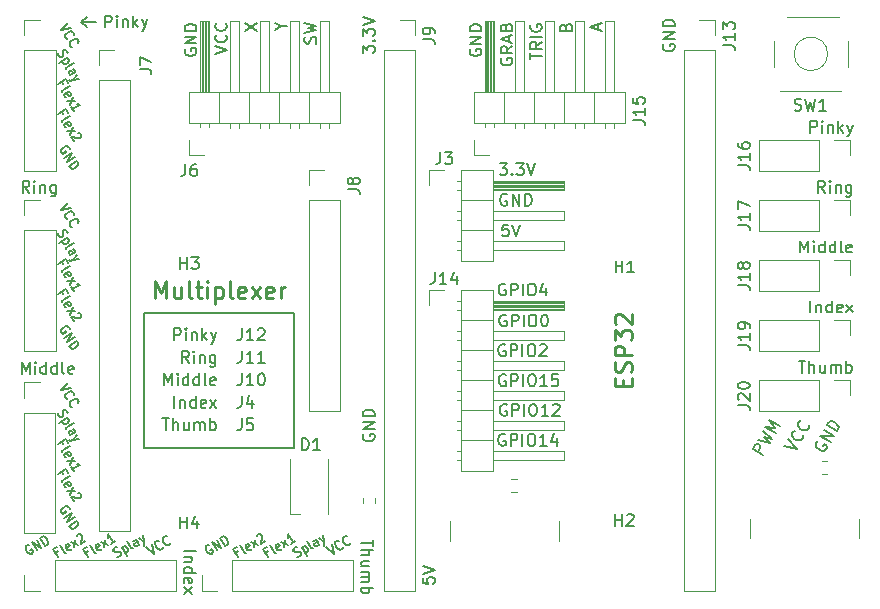
<source format=gbr>
%TF.GenerationSoftware,KiCad,Pcbnew,8.0.3*%
%TF.CreationDate,2024-07-03T01:18:00-05:00*%
%TF.ProjectId,lucidGloves,6c756369-6447-46c6-9f76-65732e6b6963,rev?*%
%TF.SameCoordinates,Original*%
%TF.FileFunction,Legend,Top*%
%TF.FilePolarity,Positive*%
%FSLAX46Y46*%
G04 Gerber Fmt 4.6, Leading zero omitted, Abs format (unit mm)*
G04 Created by KiCad (PCBNEW 8.0.3) date 2024-07-03 01:18:00*
%MOMM*%
%LPD*%
G01*
G04 APERTURE LIST*
%ADD10C,0.150000*%
%ADD11C,0.280000*%
%ADD12C,0.120000*%
G04 APERTURE END LIST*
D10*
X185755932Y-69349574D02*
X185279742Y-69349574D01*
X185279742Y-69349574D02*
X185232123Y-69825764D01*
X185232123Y-69825764D02*
X185279742Y-69778145D01*
X185279742Y-69778145D02*
X185374980Y-69730526D01*
X185374980Y-69730526D02*
X185613075Y-69730526D01*
X185613075Y-69730526D02*
X185708313Y-69778145D01*
X185708313Y-69778145D02*
X185755932Y-69825764D01*
X185755932Y-69825764D02*
X185803551Y-69921002D01*
X185803551Y-69921002D02*
X185803551Y-70159097D01*
X185803551Y-70159097D02*
X185755932Y-70254335D01*
X185755932Y-70254335D02*
X185708313Y-70301955D01*
X185708313Y-70301955D02*
X185613075Y-70349574D01*
X185613075Y-70349574D02*
X185374980Y-70349574D01*
X185374980Y-70349574D02*
X185279742Y-70301955D01*
X185279742Y-70301955D02*
X185232123Y-70254335D01*
X186089266Y-69349574D02*
X186422599Y-70349574D01*
X186422599Y-70349574D02*
X186755932Y-69349574D01*
X185644539Y-66799993D02*
X185549301Y-66752374D01*
X185549301Y-66752374D02*
X185406444Y-66752374D01*
X185406444Y-66752374D02*
X185263587Y-66799993D01*
X185263587Y-66799993D02*
X185168349Y-66895231D01*
X185168349Y-66895231D02*
X185120730Y-66990469D01*
X185120730Y-66990469D02*
X185073111Y-67180945D01*
X185073111Y-67180945D02*
X185073111Y-67323802D01*
X185073111Y-67323802D02*
X185120730Y-67514278D01*
X185120730Y-67514278D02*
X185168349Y-67609516D01*
X185168349Y-67609516D02*
X185263587Y-67704755D01*
X185263587Y-67704755D02*
X185406444Y-67752374D01*
X185406444Y-67752374D02*
X185501682Y-67752374D01*
X185501682Y-67752374D02*
X185644539Y-67704755D01*
X185644539Y-67704755D02*
X185692158Y-67657135D01*
X185692158Y-67657135D02*
X185692158Y-67323802D01*
X185692158Y-67323802D02*
X185501682Y-67323802D01*
X186120730Y-67752374D02*
X186120730Y-66752374D01*
X186120730Y-66752374D02*
X186692158Y-67752374D01*
X186692158Y-67752374D02*
X186692158Y-66752374D01*
X187168349Y-67752374D02*
X187168349Y-66752374D01*
X187168349Y-66752374D02*
X187406444Y-66752374D01*
X187406444Y-66752374D02*
X187549301Y-66799993D01*
X187549301Y-66799993D02*
X187644539Y-66895231D01*
X187644539Y-66895231D02*
X187692158Y-66990469D01*
X187692158Y-66990469D02*
X187739777Y-67180945D01*
X187739777Y-67180945D02*
X187739777Y-67323802D01*
X187739777Y-67323802D02*
X187692158Y-67514278D01*
X187692158Y-67514278D02*
X187644539Y-67609516D01*
X187644539Y-67609516D02*
X187549301Y-67704755D01*
X187549301Y-67704755D02*
X187406444Y-67752374D01*
X187406444Y-67752374D02*
X187168349Y-67752374D01*
X185025492Y-64155174D02*
X185644539Y-64155174D01*
X185644539Y-64155174D02*
X185311206Y-64536126D01*
X185311206Y-64536126D02*
X185454063Y-64536126D01*
X185454063Y-64536126D02*
X185549301Y-64583745D01*
X185549301Y-64583745D02*
X185596920Y-64631364D01*
X185596920Y-64631364D02*
X185644539Y-64726602D01*
X185644539Y-64726602D02*
X185644539Y-64964697D01*
X185644539Y-64964697D02*
X185596920Y-65059935D01*
X185596920Y-65059935D02*
X185549301Y-65107555D01*
X185549301Y-65107555D02*
X185454063Y-65155174D01*
X185454063Y-65155174D02*
X185168349Y-65155174D01*
X185168349Y-65155174D02*
X185073111Y-65107555D01*
X185073111Y-65107555D02*
X185025492Y-65059935D01*
X186073111Y-65059935D02*
X186120730Y-65107555D01*
X186120730Y-65107555D02*
X186073111Y-65155174D01*
X186073111Y-65155174D02*
X186025492Y-65107555D01*
X186025492Y-65107555D02*
X186073111Y-65059935D01*
X186073111Y-65059935D02*
X186073111Y-65155174D01*
X186454063Y-64155174D02*
X187073110Y-64155174D01*
X187073110Y-64155174D02*
X186739777Y-64536126D01*
X186739777Y-64536126D02*
X186882634Y-64536126D01*
X186882634Y-64536126D02*
X186977872Y-64583745D01*
X186977872Y-64583745D02*
X187025491Y-64631364D01*
X187025491Y-64631364D02*
X187073110Y-64726602D01*
X187073110Y-64726602D02*
X187073110Y-64964697D01*
X187073110Y-64964697D02*
X187025491Y-65059935D01*
X187025491Y-65059935D02*
X186977872Y-65107555D01*
X186977872Y-65107555D02*
X186882634Y-65155174D01*
X186882634Y-65155174D02*
X186596920Y-65155174D01*
X186596920Y-65155174D02*
X186501682Y-65107555D01*
X186501682Y-65107555D02*
X186454063Y-65059935D01*
X187358825Y-64155174D02*
X187692158Y-65155174D01*
X187692158Y-65155174D02*
X188025491Y-64155174D01*
X185485932Y-87119108D02*
X185390694Y-87071489D01*
X185390694Y-87071489D02*
X185247837Y-87071489D01*
X185247837Y-87071489D02*
X185104980Y-87119108D01*
X185104980Y-87119108D02*
X185009742Y-87214346D01*
X185009742Y-87214346D02*
X184962123Y-87309584D01*
X184962123Y-87309584D02*
X184914504Y-87500060D01*
X184914504Y-87500060D02*
X184914504Y-87642917D01*
X184914504Y-87642917D02*
X184962123Y-87833393D01*
X184962123Y-87833393D02*
X185009742Y-87928631D01*
X185009742Y-87928631D02*
X185104980Y-88023870D01*
X185104980Y-88023870D02*
X185247837Y-88071489D01*
X185247837Y-88071489D02*
X185343075Y-88071489D01*
X185343075Y-88071489D02*
X185485932Y-88023870D01*
X185485932Y-88023870D02*
X185533551Y-87976250D01*
X185533551Y-87976250D02*
X185533551Y-87642917D01*
X185533551Y-87642917D02*
X185343075Y-87642917D01*
X185962123Y-88071489D02*
X185962123Y-87071489D01*
X185962123Y-87071489D02*
X186343075Y-87071489D01*
X186343075Y-87071489D02*
X186438313Y-87119108D01*
X186438313Y-87119108D02*
X186485932Y-87166727D01*
X186485932Y-87166727D02*
X186533551Y-87261965D01*
X186533551Y-87261965D02*
X186533551Y-87404822D01*
X186533551Y-87404822D02*
X186485932Y-87500060D01*
X186485932Y-87500060D02*
X186438313Y-87547679D01*
X186438313Y-87547679D02*
X186343075Y-87595298D01*
X186343075Y-87595298D02*
X185962123Y-87595298D01*
X186962123Y-88071489D02*
X186962123Y-87071489D01*
X187628789Y-87071489D02*
X187819265Y-87071489D01*
X187819265Y-87071489D02*
X187914503Y-87119108D01*
X187914503Y-87119108D02*
X188009741Y-87214346D01*
X188009741Y-87214346D02*
X188057360Y-87404822D01*
X188057360Y-87404822D02*
X188057360Y-87738155D01*
X188057360Y-87738155D02*
X188009741Y-87928631D01*
X188009741Y-87928631D02*
X187914503Y-88023870D01*
X187914503Y-88023870D02*
X187819265Y-88071489D01*
X187819265Y-88071489D02*
X187628789Y-88071489D01*
X187628789Y-88071489D02*
X187533551Y-88023870D01*
X187533551Y-88023870D02*
X187438313Y-87928631D01*
X187438313Y-87928631D02*
X187390694Y-87738155D01*
X187390694Y-87738155D02*
X187390694Y-87404822D01*
X187390694Y-87404822D02*
X187438313Y-87214346D01*
X187438313Y-87214346D02*
X187533551Y-87119108D01*
X187533551Y-87119108D02*
X187628789Y-87071489D01*
X189009741Y-88071489D02*
X188438313Y-88071489D01*
X188724027Y-88071489D02*
X188724027Y-87071489D01*
X188724027Y-87071489D02*
X188628789Y-87214346D01*
X188628789Y-87214346D02*
X188533551Y-87309584D01*
X188533551Y-87309584D02*
X188438313Y-87357203D01*
X189866884Y-87404822D02*
X189866884Y-88071489D01*
X189628789Y-87023870D02*
X189390694Y-87738155D01*
X189390694Y-87738155D02*
X190009741Y-87738155D01*
X185627276Y-84598470D02*
X185532038Y-84550851D01*
X185532038Y-84550851D02*
X185389181Y-84550851D01*
X185389181Y-84550851D02*
X185246324Y-84598470D01*
X185246324Y-84598470D02*
X185151086Y-84693708D01*
X185151086Y-84693708D02*
X185103467Y-84788946D01*
X185103467Y-84788946D02*
X185055848Y-84979422D01*
X185055848Y-84979422D02*
X185055848Y-85122279D01*
X185055848Y-85122279D02*
X185103467Y-85312755D01*
X185103467Y-85312755D02*
X185151086Y-85407993D01*
X185151086Y-85407993D02*
X185246324Y-85503232D01*
X185246324Y-85503232D02*
X185389181Y-85550851D01*
X185389181Y-85550851D02*
X185484419Y-85550851D01*
X185484419Y-85550851D02*
X185627276Y-85503232D01*
X185627276Y-85503232D02*
X185674895Y-85455612D01*
X185674895Y-85455612D02*
X185674895Y-85122279D01*
X185674895Y-85122279D02*
X185484419Y-85122279D01*
X186103467Y-85550851D02*
X186103467Y-84550851D01*
X186103467Y-84550851D02*
X186484419Y-84550851D01*
X186484419Y-84550851D02*
X186579657Y-84598470D01*
X186579657Y-84598470D02*
X186627276Y-84646089D01*
X186627276Y-84646089D02*
X186674895Y-84741327D01*
X186674895Y-84741327D02*
X186674895Y-84884184D01*
X186674895Y-84884184D02*
X186627276Y-84979422D01*
X186627276Y-84979422D02*
X186579657Y-85027041D01*
X186579657Y-85027041D02*
X186484419Y-85074660D01*
X186484419Y-85074660D02*
X186103467Y-85074660D01*
X187103467Y-85550851D02*
X187103467Y-84550851D01*
X187770133Y-84550851D02*
X187960609Y-84550851D01*
X187960609Y-84550851D02*
X188055847Y-84598470D01*
X188055847Y-84598470D02*
X188151085Y-84693708D01*
X188151085Y-84693708D02*
X188198704Y-84884184D01*
X188198704Y-84884184D02*
X188198704Y-85217517D01*
X188198704Y-85217517D02*
X188151085Y-85407993D01*
X188151085Y-85407993D02*
X188055847Y-85503232D01*
X188055847Y-85503232D02*
X187960609Y-85550851D01*
X187960609Y-85550851D02*
X187770133Y-85550851D01*
X187770133Y-85550851D02*
X187674895Y-85503232D01*
X187674895Y-85503232D02*
X187579657Y-85407993D01*
X187579657Y-85407993D02*
X187532038Y-85217517D01*
X187532038Y-85217517D02*
X187532038Y-84884184D01*
X187532038Y-84884184D02*
X187579657Y-84693708D01*
X187579657Y-84693708D02*
X187674895Y-84598470D01*
X187674895Y-84598470D02*
X187770133Y-84550851D01*
X189151085Y-85550851D02*
X188579657Y-85550851D01*
X188865371Y-85550851D02*
X188865371Y-84550851D01*
X188865371Y-84550851D02*
X188770133Y-84693708D01*
X188770133Y-84693708D02*
X188674895Y-84788946D01*
X188674895Y-84788946D02*
X188579657Y-84836565D01*
X189532038Y-84646089D02*
X189579657Y-84598470D01*
X189579657Y-84598470D02*
X189674895Y-84550851D01*
X189674895Y-84550851D02*
X189912990Y-84550851D01*
X189912990Y-84550851D02*
X190008228Y-84598470D01*
X190008228Y-84598470D02*
X190055847Y-84646089D01*
X190055847Y-84646089D02*
X190103466Y-84741327D01*
X190103466Y-84741327D02*
X190103466Y-84836565D01*
X190103466Y-84836565D02*
X190055847Y-84979422D01*
X190055847Y-84979422D02*
X189484419Y-85550851D01*
X189484419Y-85550851D02*
X190103466Y-85550851D01*
X198892438Y-54101904D02*
X198844819Y-54197142D01*
X198844819Y-54197142D02*
X198844819Y-54339999D01*
X198844819Y-54339999D02*
X198892438Y-54482856D01*
X198892438Y-54482856D02*
X198987676Y-54578094D01*
X198987676Y-54578094D02*
X199082914Y-54625713D01*
X199082914Y-54625713D02*
X199273390Y-54673332D01*
X199273390Y-54673332D02*
X199416247Y-54673332D01*
X199416247Y-54673332D02*
X199606723Y-54625713D01*
X199606723Y-54625713D02*
X199701961Y-54578094D01*
X199701961Y-54578094D02*
X199797200Y-54482856D01*
X199797200Y-54482856D02*
X199844819Y-54339999D01*
X199844819Y-54339999D02*
X199844819Y-54244761D01*
X199844819Y-54244761D02*
X199797200Y-54101904D01*
X199797200Y-54101904D02*
X199749580Y-54054285D01*
X199749580Y-54054285D02*
X199416247Y-54054285D01*
X199416247Y-54054285D02*
X199416247Y-54244761D01*
X199844819Y-53625713D02*
X198844819Y-53625713D01*
X198844819Y-53625713D02*
X199844819Y-53054285D01*
X199844819Y-53054285D02*
X198844819Y-53054285D01*
X199844819Y-52578094D02*
X198844819Y-52578094D01*
X198844819Y-52578094D02*
X198844819Y-52339999D01*
X198844819Y-52339999D02*
X198892438Y-52197142D01*
X198892438Y-52197142D02*
X198987676Y-52101904D01*
X198987676Y-52101904D02*
X199082914Y-52054285D01*
X199082914Y-52054285D02*
X199273390Y-52006666D01*
X199273390Y-52006666D02*
X199416247Y-52006666D01*
X199416247Y-52006666D02*
X199606723Y-52054285D01*
X199606723Y-52054285D02*
X199701961Y-52101904D01*
X199701961Y-52101904D02*
X199797200Y-52197142D01*
X199797200Y-52197142D02*
X199844819Y-52339999D01*
X199844819Y-52339999D02*
X199844819Y-52578094D01*
X185509489Y-74398129D02*
X185414251Y-74350510D01*
X185414251Y-74350510D02*
X185271394Y-74350510D01*
X185271394Y-74350510D02*
X185128537Y-74398129D01*
X185128537Y-74398129D02*
X185033299Y-74493367D01*
X185033299Y-74493367D02*
X184985680Y-74588605D01*
X184985680Y-74588605D02*
X184938061Y-74779081D01*
X184938061Y-74779081D02*
X184938061Y-74921938D01*
X184938061Y-74921938D02*
X184985680Y-75112414D01*
X184985680Y-75112414D02*
X185033299Y-75207652D01*
X185033299Y-75207652D02*
X185128537Y-75302891D01*
X185128537Y-75302891D02*
X185271394Y-75350510D01*
X185271394Y-75350510D02*
X185366632Y-75350510D01*
X185366632Y-75350510D02*
X185509489Y-75302891D01*
X185509489Y-75302891D02*
X185557108Y-75255271D01*
X185557108Y-75255271D02*
X185557108Y-74921938D01*
X185557108Y-74921938D02*
X185366632Y-74921938D01*
X185985680Y-75350510D02*
X185985680Y-74350510D01*
X185985680Y-74350510D02*
X186366632Y-74350510D01*
X186366632Y-74350510D02*
X186461870Y-74398129D01*
X186461870Y-74398129D02*
X186509489Y-74445748D01*
X186509489Y-74445748D02*
X186557108Y-74540986D01*
X186557108Y-74540986D02*
X186557108Y-74683843D01*
X186557108Y-74683843D02*
X186509489Y-74779081D01*
X186509489Y-74779081D02*
X186461870Y-74826700D01*
X186461870Y-74826700D02*
X186366632Y-74874319D01*
X186366632Y-74874319D02*
X185985680Y-74874319D01*
X186985680Y-75350510D02*
X186985680Y-74350510D01*
X187652346Y-74350510D02*
X187842822Y-74350510D01*
X187842822Y-74350510D02*
X187938060Y-74398129D01*
X187938060Y-74398129D02*
X188033298Y-74493367D01*
X188033298Y-74493367D02*
X188080917Y-74683843D01*
X188080917Y-74683843D02*
X188080917Y-75017176D01*
X188080917Y-75017176D02*
X188033298Y-75207652D01*
X188033298Y-75207652D02*
X187938060Y-75302891D01*
X187938060Y-75302891D02*
X187842822Y-75350510D01*
X187842822Y-75350510D02*
X187652346Y-75350510D01*
X187652346Y-75350510D02*
X187557108Y-75302891D01*
X187557108Y-75302891D02*
X187461870Y-75207652D01*
X187461870Y-75207652D02*
X187414251Y-75017176D01*
X187414251Y-75017176D02*
X187414251Y-74683843D01*
X187414251Y-74683843D02*
X187461870Y-74493367D01*
X187461870Y-74493367D02*
X187557108Y-74398129D01*
X187557108Y-74398129D02*
X187652346Y-74350510D01*
X188938060Y-74683843D02*
X188938060Y-75350510D01*
X188699965Y-74302891D02*
X188461870Y-75017176D01*
X188461870Y-75017176D02*
X189080917Y-75017176D01*
X185580162Y-77012997D02*
X185484924Y-76965378D01*
X185484924Y-76965378D02*
X185342067Y-76965378D01*
X185342067Y-76965378D02*
X185199210Y-77012997D01*
X185199210Y-77012997D02*
X185103972Y-77108235D01*
X185103972Y-77108235D02*
X185056353Y-77203473D01*
X185056353Y-77203473D02*
X185008734Y-77393949D01*
X185008734Y-77393949D02*
X185008734Y-77536806D01*
X185008734Y-77536806D02*
X185056353Y-77727282D01*
X185056353Y-77727282D02*
X185103972Y-77822520D01*
X185103972Y-77822520D02*
X185199210Y-77917759D01*
X185199210Y-77917759D02*
X185342067Y-77965378D01*
X185342067Y-77965378D02*
X185437305Y-77965378D01*
X185437305Y-77965378D02*
X185580162Y-77917759D01*
X185580162Y-77917759D02*
X185627781Y-77870139D01*
X185627781Y-77870139D02*
X185627781Y-77536806D01*
X185627781Y-77536806D02*
X185437305Y-77536806D01*
X186056353Y-77965378D02*
X186056353Y-76965378D01*
X186056353Y-76965378D02*
X186437305Y-76965378D01*
X186437305Y-76965378D02*
X186532543Y-77012997D01*
X186532543Y-77012997D02*
X186580162Y-77060616D01*
X186580162Y-77060616D02*
X186627781Y-77155854D01*
X186627781Y-77155854D02*
X186627781Y-77298711D01*
X186627781Y-77298711D02*
X186580162Y-77393949D01*
X186580162Y-77393949D02*
X186532543Y-77441568D01*
X186532543Y-77441568D02*
X186437305Y-77489187D01*
X186437305Y-77489187D02*
X186056353Y-77489187D01*
X187056353Y-77965378D02*
X187056353Y-76965378D01*
X187723019Y-76965378D02*
X187913495Y-76965378D01*
X187913495Y-76965378D02*
X188008733Y-77012997D01*
X188008733Y-77012997D02*
X188103971Y-77108235D01*
X188103971Y-77108235D02*
X188151590Y-77298711D01*
X188151590Y-77298711D02*
X188151590Y-77632044D01*
X188151590Y-77632044D02*
X188103971Y-77822520D01*
X188103971Y-77822520D02*
X188008733Y-77917759D01*
X188008733Y-77917759D02*
X187913495Y-77965378D01*
X187913495Y-77965378D02*
X187723019Y-77965378D01*
X187723019Y-77965378D02*
X187627781Y-77917759D01*
X187627781Y-77917759D02*
X187532543Y-77822520D01*
X187532543Y-77822520D02*
X187484924Y-77632044D01*
X187484924Y-77632044D02*
X187484924Y-77298711D01*
X187484924Y-77298711D02*
X187532543Y-77108235D01*
X187532543Y-77108235D02*
X187627781Y-77012997D01*
X187627781Y-77012997D02*
X187723019Y-76965378D01*
X188770638Y-76965378D02*
X188865876Y-76965378D01*
X188865876Y-76965378D02*
X188961114Y-77012997D01*
X188961114Y-77012997D02*
X189008733Y-77060616D01*
X189008733Y-77060616D02*
X189056352Y-77155854D01*
X189056352Y-77155854D02*
X189103971Y-77346330D01*
X189103971Y-77346330D02*
X189103971Y-77584425D01*
X189103971Y-77584425D02*
X189056352Y-77774901D01*
X189056352Y-77774901D02*
X189008733Y-77870139D01*
X189008733Y-77870139D02*
X188961114Y-77917759D01*
X188961114Y-77917759D02*
X188865876Y-77965378D01*
X188865876Y-77965378D02*
X188770638Y-77965378D01*
X188770638Y-77965378D02*
X188675400Y-77917759D01*
X188675400Y-77917759D02*
X188627781Y-77870139D01*
X188627781Y-77870139D02*
X188580162Y-77774901D01*
X188580162Y-77774901D02*
X188532543Y-77584425D01*
X188532543Y-77584425D02*
X188532543Y-77346330D01*
X188532543Y-77346330D02*
X188580162Y-77155854D01*
X188580162Y-77155854D02*
X188627781Y-77060616D01*
X188627781Y-77060616D02*
X188675400Y-77012997D01*
X188675400Y-77012997D02*
X188770638Y-76965378D01*
X185485932Y-79533635D02*
X185390694Y-79486016D01*
X185390694Y-79486016D02*
X185247837Y-79486016D01*
X185247837Y-79486016D02*
X185104980Y-79533635D01*
X185104980Y-79533635D02*
X185009742Y-79628873D01*
X185009742Y-79628873D02*
X184962123Y-79724111D01*
X184962123Y-79724111D02*
X184914504Y-79914587D01*
X184914504Y-79914587D02*
X184914504Y-80057444D01*
X184914504Y-80057444D02*
X184962123Y-80247920D01*
X184962123Y-80247920D02*
X185009742Y-80343158D01*
X185009742Y-80343158D02*
X185104980Y-80438397D01*
X185104980Y-80438397D02*
X185247837Y-80486016D01*
X185247837Y-80486016D02*
X185343075Y-80486016D01*
X185343075Y-80486016D02*
X185485932Y-80438397D01*
X185485932Y-80438397D02*
X185533551Y-80390777D01*
X185533551Y-80390777D02*
X185533551Y-80057444D01*
X185533551Y-80057444D02*
X185343075Y-80057444D01*
X185962123Y-80486016D02*
X185962123Y-79486016D01*
X185962123Y-79486016D02*
X186343075Y-79486016D01*
X186343075Y-79486016D02*
X186438313Y-79533635D01*
X186438313Y-79533635D02*
X186485932Y-79581254D01*
X186485932Y-79581254D02*
X186533551Y-79676492D01*
X186533551Y-79676492D02*
X186533551Y-79819349D01*
X186533551Y-79819349D02*
X186485932Y-79914587D01*
X186485932Y-79914587D02*
X186438313Y-79962206D01*
X186438313Y-79962206D02*
X186343075Y-80009825D01*
X186343075Y-80009825D02*
X185962123Y-80009825D01*
X186962123Y-80486016D02*
X186962123Y-79486016D01*
X187628789Y-79486016D02*
X187819265Y-79486016D01*
X187819265Y-79486016D02*
X187914503Y-79533635D01*
X187914503Y-79533635D02*
X188009741Y-79628873D01*
X188009741Y-79628873D02*
X188057360Y-79819349D01*
X188057360Y-79819349D02*
X188057360Y-80152682D01*
X188057360Y-80152682D02*
X188009741Y-80343158D01*
X188009741Y-80343158D02*
X187914503Y-80438397D01*
X187914503Y-80438397D02*
X187819265Y-80486016D01*
X187819265Y-80486016D02*
X187628789Y-80486016D01*
X187628789Y-80486016D02*
X187533551Y-80438397D01*
X187533551Y-80438397D02*
X187438313Y-80343158D01*
X187438313Y-80343158D02*
X187390694Y-80152682D01*
X187390694Y-80152682D02*
X187390694Y-79819349D01*
X187390694Y-79819349D02*
X187438313Y-79628873D01*
X187438313Y-79628873D02*
X187533551Y-79533635D01*
X187533551Y-79533635D02*
X187628789Y-79486016D01*
X188438313Y-79581254D02*
X188485932Y-79533635D01*
X188485932Y-79533635D02*
X188581170Y-79486016D01*
X188581170Y-79486016D02*
X188819265Y-79486016D01*
X188819265Y-79486016D02*
X188914503Y-79533635D01*
X188914503Y-79533635D02*
X188962122Y-79581254D01*
X188962122Y-79581254D02*
X189009741Y-79676492D01*
X189009741Y-79676492D02*
X189009741Y-79771730D01*
X189009741Y-79771730D02*
X188962122Y-79914587D01*
X188962122Y-79914587D02*
X188390694Y-80486016D01*
X188390694Y-80486016D02*
X189009741Y-80486016D01*
X173492438Y-87121904D02*
X173444819Y-87217142D01*
X173444819Y-87217142D02*
X173444819Y-87359999D01*
X173444819Y-87359999D02*
X173492438Y-87502856D01*
X173492438Y-87502856D02*
X173587676Y-87598094D01*
X173587676Y-87598094D02*
X173682914Y-87645713D01*
X173682914Y-87645713D02*
X173873390Y-87693332D01*
X173873390Y-87693332D02*
X174016247Y-87693332D01*
X174016247Y-87693332D02*
X174206723Y-87645713D01*
X174206723Y-87645713D02*
X174301961Y-87598094D01*
X174301961Y-87598094D02*
X174397200Y-87502856D01*
X174397200Y-87502856D02*
X174444819Y-87359999D01*
X174444819Y-87359999D02*
X174444819Y-87264761D01*
X174444819Y-87264761D02*
X174397200Y-87121904D01*
X174397200Y-87121904D02*
X174349580Y-87074285D01*
X174349580Y-87074285D02*
X174016247Y-87074285D01*
X174016247Y-87074285D02*
X174016247Y-87264761D01*
X174444819Y-86645713D02*
X173444819Y-86645713D01*
X173444819Y-86645713D02*
X174444819Y-86074285D01*
X174444819Y-86074285D02*
X173444819Y-86074285D01*
X174444819Y-85598094D02*
X173444819Y-85598094D01*
X173444819Y-85598094D02*
X173444819Y-85359999D01*
X173444819Y-85359999D02*
X173492438Y-85217142D01*
X173492438Y-85217142D02*
X173587676Y-85121904D01*
X173587676Y-85121904D02*
X173682914Y-85074285D01*
X173682914Y-85074285D02*
X173873390Y-85026666D01*
X173873390Y-85026666D02*
X174016247Y-85026666D01*
X174016247Y-85026666D02*
X174206723Y-85074285D01*
X174206723Y-85074285D02*
X174301961Y-85121904D01*
X174301961Y-85121904D02*
X174397200Y-85217142D01*
X174397200Y-85217142D02*
X174444819Y-85359999D01*
X174444819Y-85359999D02*
X174444819Y-85598094D01*
X178524819Y-99250476D02*
X178524819Y-99726666D01*
X178524819Y-99726666D02*
X179001009Y-99774285D01*
X179001009Y-99774285D02*
X178953390Y-99726666D01*
X178953390Y-99726666D02*
X178905771Y-99631428D01*
X178905771Y-99631428D02*
X178905771Y-99393333D01*
X178905771Y-99393333D02*
X178953390Y-99298095D01*
X178953390Y-99298095D02*
X179001009Y-99250476D01*
X179001009Y-99250476D02*
X179096247Y-99202857D01*
X179096247Y-99202857D02*
X179334342Y-99202857D01*
X179334342Y-99202857D02*
X179429580Y-99250476D01*
X179429580Y-99250476D02*
X179477200Y-99298095D01*
X179477200Y-99298095D02*
X179524819Y-99393333D01*
X179524819Y-99393333D02*
X179524819Y-99631428D01*
X179524819Y-99631428D02*
X179477200Y-99726666D01*
X179477200Y-99726666D02*
X179429580Y-99774285D01*
X178524819Y-98917142D02*
X179524819Y-98583809D01*
X179524819Y-98583809D02*
X178524819Y-98250476D01*
X173444819Y-54816189D02*
X173444819Y-54197142D01*
X173444819Y-54197142D02*
X173825771Y-54530475D01*
X173825771Y-54530475D02*
X173825771Y-54387618D01*
X173825771Y-54387618D02*
X173873390Y-54292380D01*
X173873390Y-54292380D02*
X173921009Y-54244761D01*
X173921009Y-54244761D02*
X174016247Y-54197142D01*
X174016247Y-54197142D02*
X174254342Y-54197142D01*
X174254342Y-54197142D02*
X174349580Y-54244761D01*
X174349580Y-54244761D02*
X174397200Y-54292380D01*
X174397200Y-54292380D02*
X174444819Y-54387618D01*
X174444819Y-54387618D02*
X174444819Y-54673332D01*
X174444819Y-54673332D02*
X174397200Y-54768570D01*
X174397200Y-54768570D02*
X174349580Y-54816189D01*
X174349580Y-53768570D02*
X174397200Y-53720951D01*
X174397200Y-53720951D02*
X174444819Y-53768570D01*
X174444819Y-53768570D02*
X174397200Y-53816189D01*
X174397200Y-53816189D02*
X174349580Y-53768570D01*
X174349580Y-53768570D02*
X174444819Y-53768570D01*
X173444819Y-53387618D02*
X173444819Y-52768571D01*
X173444819Y-52768571D02*
X173825771Y-53101904D01*
X173825771Y-53101904D02*
X173825771Y-52959047D01*
X173825771Y-52959047D02*
X173873390Y-52863809D01*
X173873390Y-52863809D02*
X173921009Y-52816190D01*
X173921009Y-52816190D02*
X174016247Y-52768571D01*
X174016247Y-52768571D02*
X174254342Y-52768571D01*
X174254342Y-52768571D02*
X174349580Y-52816190D01*
X174349580Y-52816190D02*
X174397200Y-52863809D01*
X174397200Y-52863809D02*
X174444819Y-52959047D01*
X174444819Y-52959047D02*
X174444819Y-53244761D01*
X174444819Y-53244761D02*
X174397200Y-53339999D01*
X174397200Y-53339999D02*
X174349580Y-53387618D01*
X173444819Y-52482856D02*
X174444819Y-52149523D01*
X174444819Y-52149523D02*
X173444819Y-51816190D01*
D11*
X195473654Y-83009999D02*
X195473654Y-82543333D01*
X196259368Y-82343333D02*
X196259368Y-83009999D01*
X196259368Y-83009999D02*
X194759368Y-83009999D01*
X194759368Y-83009999D02*
X194759368Y-82343333D01*
X196187940Y-81809999D02*
X196259368Y-81609999D01*
X196259368Y-81609999D02*
X196259368Y-81276666D01*
X196259368Y-81276666D02*
X196187940Y-81143332D01*
X196187940Y-81143332D02*
X196116511Y-81076666D01*
X196116511Y-81076666D02*
X195973654Y-81009999D01*
X195973654Y-81009999D02*
X195830797Y-81009999D01*
X195830797Y-81009999D02*
X195687940Y-81076666D01*
X195687940Y-81076666D02*
X195616511Y-81143332D01*
X195616511Y-81143332D02*
X195545082Y-81276666D01*
X195545082Y-81276666D02*
X195473654Y-81543332D01*
X195473654Y-81543332D02*
X195402225Y-81676666D01*
X195402225Y-81676666D02*
X195330797Y-81743332D01*
X195330797Y-81743332D02*
X195187940Y-81809999D01*
X195187940Y-81809999D02*
X195045082Y-81809999D01*
X195045082Y-81809999D02*
X194902225Y-81743332D01*
X194902225Y-81743332D02*
X194830797Y-81676666D01*
X194830797Y-81676666D02*
X194759368Y-81543332D01*
X194759368Y-81543332D02*
X194759368Y-81209999D01*
X194759368Y-81209999D02*
X194830797Y-81009999D01*
X196259368Y-80409999D02*
X194759368Y-80409999D01*
X194759368Y-80409999D02*
X194759368Y-79876666D01*
X194759368Y-79876666D02*
X194830797Y-79743333D01*
X194830797Y-79743333D02*
X194902225Y-79676666D01*
X194902225Y-79676666D02*
X195045082Y-79609999D01*
X195045082Y-79609999D02*
X195259368Y-79609999D01*
X195259368Y-79609999D02*
X195402225Y-79676666D01*
X195402225Y-79676666D02*
X195473654Y-79743333D01*
X195473654Y-79743333D02*
X195545082Y-79876666D01*
X195545082Y-79876666D02*
X195545082Y-80409999D01*
X194759368Y-79143333D02*
X194759368Y-78276666D01*
X194759368Y-78276666D02*
X195330797Y-78743333D01*
X195330797Y-78743333D02*
X195330797Y-78543333D01*
X195330797Y-78543333D02*
X195402225Y-78409999D01*
X195402225Y-78409999D02*
X195473654Y-78343333D01*
X195473654Y-78343333D02*
X195616511Y-78276666D01*
X195616511Y-78276666D02*
X195973654Y-78276666D01*
X195973654Y-78276666D02*
X196116511Y-78343333D01*
X196116511Y-78343333D02*
X196187940Y-78409999D01*
X196187940Y-78409999D02*
X196259368Y-78543333D01*
X196259368Y-78543333D02*
X196259368Y-78943333D01*
X196259368Y-78943333D02*
X196187940Y-79076666D01*
X196187940Y-79076666D02*
X196116511Y-79143333D01*
X194902225Y-77743333D02*
X194830797Y-77676666D01*
X194830797Y-77676666D02*
X194759368Y-77543333D01*
X194759368Y-77543333D02*
X194759368Y-77210000D01*
X194759368Y-77210000D02*
X194830797Y-77076666D01*
X194830797Y-77076666D02*
X194902225Y-77010000D01*
X194902225Y-77010000D02*
X195045082Y-76943333D01*
X195045082Y-76943333D02*
X195187940Y-76943333D01*
X195187940Y-76943333D02*
X195402225Y-77010000D01*
X195402225Y-77010000D02*
X196259368Y-77810000D01*
X196259368Y-77810000D02*
X196259368Y-76943333D01*
X155890000Y-75609368D02*
X155890000Y-74109368D01*
X155890000Y-74109368D02*
X156356667Y-75180797D01*
X156356667Y-75180797D02*
X156823333Y-74109368D01*
X156823333Y-74109368D02*
X156823333Y-75609368D01*
X158090000Y-74609368D02*
X158090000Y-75609368D01*
X157490000Y-74609368D02*
X157490000Y-75395082D01*
X157490000Y-75395082D02*
X157556667Y-75537940D01*
X157556667Y-75537940D02*
X157690000Y-75609368D01*
X157690000Y-75609368D02*
X157890000Y-75609368D01*
X157890000Y-75609368D02*
X158023333Y-75537940D01*
X158023333Y-75537940D02*
X158090000Y-75466511D01*
X158956667Y-75609368D02*
X158823334Y-75537940D01*
X158823334Y-75537940D02*
X158756667Y-75395082D01*
X158756667Y-75395082D02*
X158756667Y-74109368D01*
X159290000Y-74609368D02*
X159823333Y-74609368D01*
X159490000Y-74109368D02*
X159490000Y-75395082D01*
X159490000Y-75395082D02*
X159556667Y-75537940D01*
X159556667Y-75537940D02*
X159690000Y-75609368D01*
X159690000Y-75609368D02*
X159823333Y-75609368D01*
X160290000Y-75609368D02*
X160290000Y-74609368D01*
X160290000Y-74109368D02*
X160223333Y-74180797D01*
X160223333Y-74180797D02*
X160290000Y-74252225D01*
X160290000Y-74252225D02*
X160356667Y-74180797D01*
X160356667Y-74180797D02*
X160290000Y-74109368D01*
X160290000Y-74109368D02*
X160290000Y-74252225D01*
X160956667Y-74609368D02*
X160956667Y-76109368D01*
X160956667Y-74680797D02*
X161090000Y-74609368D01*
X161090000Y-74609368D02*
X161356667Y-74609368D01*
X161356667Y-74609368D02*
X161490000Y-74680797D01*
X161490000Y-74680797D02*
X161556667Y-74752225D01*
X161556667Y-74752225D02*
X161623334Y-74895082D01*
X161623334Y-74895082D02*
X161623334Y-75323654D01*
X161623334Y-75323654D02*
X161556667Y-75466511D01*
X161556667Y-75466511D02*
X161490000Y-75537940D01*
X161490000Y-75537940D02*
X161356667Y-75609368D01*
X161356667Y-75609368D02*
X161090000Y-75609368D01*
X161090000Y-75609368D02*
X160956667Y-75537940D01*
X162423334Y-75609368D02*
X162290001Y-75537940D01*
X162290001Y-75537940D02*
X162223334Y-75395082D01*
X162223334Y-75395082D02*
X162223334Y-74109368D01*
X163490000Y-75537940D02*
X163356667Y-75609368D01*
X163356667Y-75609368D02*
X163090000Y-75609368D01*
X163090000Y-75609368D02*
X162956667Y-75537940D01*
X162956667Y-75537940D02*
X162890000Y-75395082D01*
X162890000Y-75395082D02*
X162890000Y-74823654D01*
X162890000Y-74823654D02*
X162956667Y-74680797D01*
X162956667Y-74680797D02*
X163090000Y-74609368D01*
X163090000Y-74609368D02*
X163356667Y-74609368D01*
X163356667Y-74609368D02*
X163490000Y-74680797D01*
X163490000Y-74680797D02*
X163556667Y-74823654D01*
X163556667Y-74823654D02*
X163556667Y-74966511D01*
X163556667Y-74966511D02*
X162890000Y-75109368D01*
X164023334Y-75609368D02*
X164756667Y-74609368D01*
X164023334Y-74609368D02*
X164756667Y-75609368D01*
X165823333Y-75537940D02*
X165690000Y-75609368D01*
X165690000Y-75609368D02*
X165423333Y-75609368D01*
X165423333Y-75609368D02*
X165290000Y-75537940D01*
X165290000Y-75537940D02*
X165223333Y-75395082D01*
X165223333Y-75395082D02*
X165223333Y-74823654D01*
X165223333Y-74823654D02*
X165290000Y-74680797D01*
X165290000Y-74680797D02*
X165423333Y-74609368D01*
X165423333Y-74609368D02*
X165690000Y-74609368D01*
X165690000Y-74609368D02*
X165823333Y-74680797D01*
X165823333Y-74680797D02*
X165890000Y-74823654D01*
X165890000Y-74823654D02*
X165890000Y-74966511D01*
X165890000Y-74966511D02*
X165223333Y-75109368D01*
X166490000Y-75609368D02*
X166490000Y-74609368D01*
X166490000Y-74895082D02*
X166556667Y-74752225D01*
X166556667Y-74752225D02*
X166623333Y-74680797D01*
X166623333Y-74680797D02*
X166756667Y-74609368D01*
X166756667Y-74609368D02*
X166890000Y-74609368D01*
D10*
X154940000Y-88265000D02*
X154940000Y-86995000D01*
X167640000Y-88265000D02*
X154940000Y-88265000D01*
X167640000Y-76835000D02*
X167640000Y-88265000D01*
X154940000Y-76835000D02*
X167640000Y-76835000D01*
X154940000Y-86995000D02*
X154940000Y-76835000D01*
X157477030Y-79144819D02*
X157477030Y-78144819D01*
X157477030Y-78144819D02*
X157857982Y-78144819D01*
X157857982Y-78144819D02*
X157953220Y-78192438D01*
X157953220Y-78192438D02*
X158000839Y-78240057D01*
X158000839Y-78240057D02*
X158048458Y-78335295D01*
X158048458Y-78335295D02*
X158048458Y-78478152D01*
X158048458Y-78478152D02*
X158000839Y-78573390D01*
X158000839Y-78573390D02*
X157953220Y-78621009D01*
X157953220Y-78621009D02*
X157857982Y-78668628D01*
X157857982Y-78668628D02*
X157477030Y-78668628D01*
X158477030Y-79144819D02*
X158477030Y-78478152D01*
X158477030Y-78144819D02*
X158429411Y-78192438D01*
X158429411Y-78192438D02*
X158477030Y-78240057D01*
X158477030Y-78240057D02*
X158524649Y-78192438D01*
X158524649Y-78192438D02*
X158477030Y-78144819D01*
X158477030Y-78144819D02*
X158477030Y-78240057D01*
X158953220Y-78478152D02*
X158953220Y-79144819D01*
X158953220Y-78573390D02*
X159000839Y-78525771D01*
X159000839Y-78525771D02*
X159096077Y-78478152D01*
X159096077Y-78478152D02*
X159238934Y-78478152D01*
X159238934Y-78478152D02*
X159334172Y-78525771D01*
X159334172Y-78525771D02*
X159381791Y-78621009D01*
X159381791Y-78621009D02*
X159381791Y-79144819D01*
X159857982Y-79144819D02*
X159857982Y-78144819D01*
X159953220Y-78763866D02*
X160238934Y-79144819D01*
X160238934Y-78478152D02*
X159857982Y-78859104D01*
X160572268Y-78478152D02*
X160810363Y-79144819D01*
X161048458Y-78478152D02*
X160810363Y-79144819D01*
X160810363Y-79144819D02*
X160715125Y-79382914D01*
X160715125Y-79382914D02*
X160667506Y-79430533D01*
X160667506Y-79430533D02*
X160572268Y-79478152D01*
X158715125Y-81049819D02*
X158381792Y-80573628D01*
X158143697Y-81049819D02*
X158143697Y-80049819D01*
X158143697Y-80049819D02*
X158524649Y-80049819D01*
X158524649Y-80049819D02*
X158619887Y-80097438D01*
X158619887Y-80097438D02*
X158667506Y-80145057D01*
X158667506Y-80145057D02*
X158715125Y-80240295D01*
X158715125Y-80240295D02*
X158715125Y-80383152D01*
X158715125Y-80383152D02*
X158667506Y-80478390D01*
X158667506Y-80478390D02*
X158619887Y-80526009D01*
X158619887Y-80526009D02*
X158524649Y-80573628D01*
X158524649Y-80573628D02*
X158143697Y-80573628D01*
X159143697Y-81049819D02*
X159143697Y-80383152D01*
X159143697Y-80049819D02*
X159096078Y-80097438D01*
X159096078Y-80097438D02*
X159143697Y-80145057D01*
X159143697Y-80145057D02*
X159191316Y-80097438D01*
X159191316Y-80097438D02*
X159143697Y-80049819D01*
X159143697Y-80049819D02*
X159143697Y-80145057D01*
X159619887Y-80383152D02*
X159619887Y-81049819D01*
X159619887Y-80478390D02*
X159667506Y-80430771D01*
X159667506Y-80430771D02*
X159762744Y-80383152D01*
X159762744Y-80383152D02*
X159905601Y-80383152D01*
X159905601Y-80383152D02*
X160000839Y-80430771D01*
X160000839Y-80430771D02*
X160048458Y-80526009D01*
X160048458Y-80526009D02*
X160048458Y-81049819D01*
X160953220Y-80383152D02*
X160953220Y-81192676D01*
X160953220Y-81192676D02*
X160905601Y-81287914D01*
X160905601Y-81287914D02*
X160857982Y-81335533D01*
X160857982Y-81335533D02*
X160762744Y-81383152D01*
X160762744Y-81383152D02*
X160619887Y-81383152D01*
X160619887Y-81383152D02*
X160524649Y-81335533D01*
X160953220Y-81002200D02*
X160857982Y-81049819D01*
X160857982Y-81049819D02*
X160667506Y-81049819D01*
X160667506Y-81049819D02*
X160572268Y-81002200D01*
X160572268Y-81002200D02*
X160524649Y-80954580D01*
X160524649Y-80954580D02*
X160477030Y-80859342D01*
X160477030Y-80859342D02*
X160477030Y-80573628D01*
X160477030Y-80573628D02*
X160524649Y-80478390D01*
X160524649Y-80478390D02*
X160572268Y-80430771D01*
X160572268Y-80430771D02*
X160667506Y-80383152D01*
X160667506Y-80383152D02*
X160857982Y-80383152D01*
X160857982Y-80383152D02*
X160953220Y-80430771D01*
X156619887Y-82954819D02*
X156619887Y-81954819D01*
X156619887Y-81954819D02*
X156953220Y-82669104D01*
X156953220Y-82669104D02*
X157286553Y-81954819D01*
X157286553Y-81954819D02*
X157286553Y-82954819D01*
X157762744Y-82954819D02*
X157762744Y-82288152D01*
X157762744Y-81954819D02*
X157715125Y-82002438D01*
X157715125Y-82002438D02*
X157762744Y-82050057D01*
X157762744Y-82050057D02*
X157810363Y-82002438D01*
X157810363Y-82002438D02*
X157762744Y-81954819D01*
X157762744Y-81954819D02*
X157762744Y-82050057D01*
X158667505Y-82954819D02*
X158667505Y-81954819D01*
X158667505Y-82907200D02*
X158572267Y-82954819D01*
X158572267Y-82954819D02*
X158381791Y-82954819D01*
X158381791Y-82954819D02*
X158286553Y-82907200D01*
X158286553Y-82907200D02*
X158238934Y-82859580D01*
X158238934Y-82859580D02*
X158191315Y-82764342D01*
X158191315Y-82764342D02*
X158191315Y-82478628D01*
X158191315Y-82478628D02*
X158238934Y-82383390D01*
X158238934Y-82383390D02*
X158286553Y-82335771D01*
X158286553Y-82335771D02*
X158381791Y-82288152D01*
X158381791Y-82288152D02*
X158572267Y-82288152D01*
X158572267Y-82288152D02*
X158667505Y-82335771D01*
X159572267Y-82954819D02*
X159572267Y-81954819D01*
X159572267Y-82907200D02*
X159477029Y-82954819D01*
X159477029Y-82954819D02*
X159286553Y-82954819D01*
X159286553Y-82954819D02*
X159191315Y-82907200D01*
X159191315Y-82907200D02*
X159143696Y-82859580D01*
X159143696Y-82859580D02*
X159096077Y-82764342D01*
X159096077Y-82764342D02*
X159096077Y-82478628D01*
X159096077Y-82478628D02*
X159143696Y-82383390D01*
X159143696Y-82383390D02*
X159191315Y-82335771D01*
X159191315Y-82335771D02*
X159286553Y-82288152D01*
X159286553Y-82288152D02*
X159477029Y-82288152D01*
X159477029Y-82288152D02*
X159572267Y-82335771D01*
X160191315Y-82954819D02*
X160096077Y-82907200D01*
X160096077Y-82907200D02*
X160048458Y-82811961D01*
X160048458Y-82811961D02*
X160048458Y-81954819D01*
X160953220Y-82907200D02*
X160857982Y-82954819D01*
X160857982Y-82954819D02*
X160667506Y-82954819D01*
X160667506Y-82954819D02*
X160572268Y-82907200D01*
X160572268Y-82907200D02*
X160524649Y-82811961D01*
X160524649Y-82811961D02*
X160524649Y-82431009D01*
X160524649Y-82431009D02*
X160572268Y-82335771D01*
X160572268Y-82335771D02*
X160667506Y-82288152D01*
X160667506Y-82288152D02*
X160857982Y-82288152D01*
X160857982Y-82288152D02*
X160953220Y-82335771D01*
X160953220Y-82335771D02*
X161000839Y-82431009D01*
X161000839Y-82431009D02*
X161000839Y-82526247D01*
X161000839Y-82526247D02*
X160524649Y-82621485D01*
X157477030Y-84859819D02*
X157477030Y-83859819D01*
X157953220Y-84193152D02*
X157953220Y-84859819D01*
X157953220Y-84288390D02*
X158000839Y-84240771D01*
X158000839Y-84240771D02*
X158096077Y-84193152D01*
X158096077Y-84193152D02*
X158238934Y-84193152D01*
X158238934Y-84193152D02*
X158334172Y-84240771D01*
X158334172Y-84240771D02*
X158381791Y-84336009D01*
X158381791Y-84336009D02*
X158381791Y-84859819D01*
X159286553Y-84859819D02*
X159286553Y-83859819D01*
X159286553Y-84812200D02*
X159191315Y-84859819D01*
X159191315Y-84859819D02*
X159000839Y-84859819D01*
X159000839Y-84859819D02*
X158905601Y-84812200D01*
X158905601Y-84812200D02*
X158857982Y-84764580D01*
X158857982Y-84764580D02*
X158810363Y-84669342D01*
X158810363Y-84669342D02*
X158810363Y-84383628D01*
X158810363Y-84383628D02*
X158857982Y-84288390D01*
X158857982Y-84288390D02*
X158905601Y-84240771D01*
X158905601Y-84240771D02*
X159000839Y-84193152D01*
X159000839Y-84193152D02*
X159191315Y-84193152D01*
X159191315Y-84193152D02*
X159286553Y-84240771D01*
X160143696Y-84812200D02*
X160048458Y-84859819D01*
X160048458Y-84859819D02*
X159857982Y-84859819D01*
X159857982Y-84859819D02*
X159762744Y-84812200D01*
X159762744Y-84812200D02*
X159715125Y-84716961D01*
X159715125Y-84716961D02*
X159715125Y-84336009D01*
X159715125Y-84336009D02*
X159762744Y-84240771D01*
X159762744Y-84240771D02*
X159857982Y-84193152D01*
X159857982Y-84193152D02*
X160048458Y-84193152D01*
X160048458Y-84193152D02*
X160143696Y-84240771D01*
X160143696Y-84240771D02*
X160191315Y-84336009D01*
X160191315Y-84336009D02*
X160191315Y-84431247D01*
X160191315Y-84431247D02*
X159715125Y-84526485D01*
X160524649Y-84859819D02*
X161048458Y-84193152D01*
X160524649Y-84193152D02*
X161048458Y-84859819D01*
X156477030Y-85764819D02*
X157048458Y-85764819D01*
X156762744Y-86764819D02*
X156762744Y-85764819D01*
X157381792Y-86764819D02*
X157381792Y-85764819D01*
X157810363Y-86764819D02*
X157810363Y-86241009D01*
X157810363Y-86241009D02*
X157762744Y-86145771D01*
X157762744Y-86145771D02*
X157667506Y-86098152D01*
X157667506Y-86098152D02*
X157524649Y-86098152D01*
X157524649Y-86098152D02*
X157429411Y-86145771D01*
X157429411Y-86145771D02*
X157381792Y-86193390D01*
X158715125Y-86098152D02*
X158715125Y-86764819D01*
X158286554Y-86098152D02*
X158286554Y-86621961D01*
X158286554Y-86621961D02*
X158334173Y-86717200D01*
X158334173Y-86717200D02*
X158429411Y-86764819D01*
X158429411Y-86764819D02*
X158572268Y-86764819D01*
X158572268Y-86764819D02*
X158667506Y-86717200D01*
X158667506Y-86717200D02*
X158715125Y-86669580D01*
X159191316Y-86764819D02*
X159191316Y-86098152D01*
X159191316Y-86193390D02*
X159238935Y-86145771D01*
X159238935Y-86145771D02*
X159334173Y-86098152D01*
X159334173Y-86098152D02*
X159477030Y-86098152D01*
X159477030Y-86098152D02*
X159572268Y-86145771D01*
X159572268Y-86145771D02*
X159619887Y-86241009D01*
X159619887Y-86241009D02*
X159619887Y-86764819D01*
X159619887Y-86241009D02*
X159667506Y-86145771D01*
X159667506Y-86145771D02*
X159762744Y-86098152D01*
X159762744Y-86098152D02*
X159905601Y-86098152D01*
X159905601Y-86098152D02*
X160000840Y-86145771D01*
X160000840Y-86145771D02*
X160048459Y-86241009D01*
X160048459Y-86241009D02*
X160048459Y-86764819D01*
X160524649Y-86764819D02*
X160524649Y-85764819D01*
X160524649Y-86145771D02*
X160619887Y-86098152D01*
X160619887Y-86098152D02*
X160810363Y-86098152D01*
X160810363Y-86098152D02*
X160905601Y-86145771D01*
X160905601Y-86145771D02*
X160953220Y-86193390D01*
X160953220Y-86193390D02*
X161000839Y-86288628D01*
X161000839Y-86288628D02*
X161000839Y-86574342D01*
X161000839Y-86574342D02*
X160953220Y-86669580D01*
X160953220Y-86669580D02*
X160905601Y-86717200D01*
X160905601Y-86717200D02*
X160810363Y-86764819D01*
X160810363Y-86764819D02*
X160619887Y-86764819D01*
X160619887Y-86764819D02*
X160524649Y-86717200D01*
X150068416Y-52630652D02*
X149602831Y-52216257D01*
X150068416Y-51801862D02*
X149602831Y-52216257D01*
X150872831Y-52216257D02*
X149602831Y-52216257D01*
X147633739Y-97006565D02*
X147417233Y-97131565D01*
X147626756Y-97494471D02*
X147226756Y-96801650D01*
X147226756Y-96801650D02*
X147536051Y-96623079D01*
X148276275Y-97119471D02*
X148195369Y-97122194D01*
X148195369Y-97122194D02*
X148126344Y-97074068D01*
X148126344Y-97074068D02*
X147783487Y-96480222D01*
X148752099Y-96800765D02*
X148709288Y-96869471D01*
X148709288Y-96869471D02*
X148585570Y-96940899D01*
X148585570Y-96940899D02*
X148504663Y-96943622D01*
X148504663Y-96943622D02*
X148435639Y-96895496D01*
X148435639Y-96895496D02*
X148283258Y-96631565D01*
X148283258Y-96631565D02*
X148276092Y-96547725D01*
X148276092Y-96547725D02*
X148318903Y-96479019D01*
X148318903Y-96479019D02*
X148442621Y-96407591D01*
X148442621Y-96407591D02*
X148523528Y-96404868D01*
X148523528Y-96404868D02*
X148592553Y-96452993D01*
X148592553Y-96452993D02*
X148630648Y-96518976D01*
X148630648Y-96518976D02*
X148359448Y-96763531D01*
X149018583Y-96690899D02*
X149092140Y-96032591D01*
X148751916Y-96229019D02*
X149358807Y-96494471D01*
X149213409Y-95742633D02*
X149225290Y-95691785D01*
X149225290Y-95691785D02*
X149268102Y-95623079D01*
X149268102Y-95623079D02*
X149422749Y-95533793D01*
X149422749Y-95533793D02*
X149503656Y-95531071D01*
X149503656Y-95531071D02*
X149553633Y-95546205D01*
X149553633Y-95546205D02*
X149622658Y-95594331D01*
X149622658Y-95594331D02*
X149660753Y-95660313D01*
X149660753Y-95660313D02*
X149686966Y-95777145D01*
X149686966Y-95777145D02*
X149544384Y-96387328D01*
X149544384Y-96387328D02*
X149946467Y-96155185D01*
X150173739Y-97006565D02*
X149957233Y-97131565D01*
X150166756Y-97494471D02*
X149766756Y-96801650D01*
X149766756Y-96801650D02*
X150076051Y-96623079D01*
X150816275Y-97119471D02*
X150735369Y-97122194D01*
X150735369Y-97122194D02*
X150666344Y-97074068D01*
X150666344Y-97074068D02*
X150323487Y-96480222D01*
X151292099Y-96800765D02*
X151249288Y-96869471D01*
X151249288Y-96869471D02*
X151125570Y-96940899D01*
X151125570Y-96940899D02*
X151044663Y-96943622D01*
X151044663Y-96943622D02*
X150975639Y-96895496D01*
X150975639Y-96895496D02*
X150823258Y-96631565D01*
X150823258Y-96631565D02*
X150816092Y-96547725D01*
X150816092Y-96547725D02*
X150858903Y-96479019D01*
X150858903Y-96479019D02*
X150982621Y-96407591D01*
X150982621Y-96407591D02*
X151063528Y-96404868D01*
X151063528Y-96404868D02*
X151132553Y-96452993D01*
X151132553Y-96452993D02*
X151170648Y-96518976D01*
X151170648Y-96518976D02*
X150899448Y-96763531D01*
X151558583Y-96690899D02*
X151632140Y-96032591D01*
X151291916Y-96229019D02*
X151898807Y-96494471D01*
X152486467Y-96155185D02*
X152115313Y-96369471D01*
X152300890Y-96262328D02*
X151900890Y-95569508D01*
X151900890Y-95569508D02*
X151896174Y-95704196D01*
X151896174Y-95704196D02*
X151872410Y-95805893D01*
X151872410Y-95805893D02*
X151829599Y-95874599D01*
X145170063Y-96459642D02*
X145089157Y-96462365D01*
X145089157Y-96462365D02*
X144996368Y-96515936D01*
X144996368Y-96515936D02*
X144922627Y-96602499D01*
X144922627Y-96602499D02*
X144898864Y-96704196D01*
X144898864Y-96704196D02*
X144906029Y-96788036D01*
X144906029Y-96788036D02*
X144951290Y-96937859D01*
X144951290Y-96937859D02*
X145008433Y-97036833D01*
X145008433Y-97036833D02*
X145115553Y-97150942D01*
X145115553Y-97150942D02*
X145184578Y-97199068D01*
X145184578Y-97199068D02*
X145284532Y-97229336D01*
X145284532Y-97229336D02*
X145396368Y-97208756D01*
X145396368Y-97208756D02*
X145458227Y-97173042D01*
X145458227Y-97173042D02*
X145531968Y-97086479D01*
X145531968Y-97086479D02*
X145543850Y-97035631D01*
X145543850Y-97035631D02*
X145410516Y-96804690D01*
X145410516Y-96804690D02*
X145286799Y-96876119D01*
X145860310Y-96940899D02*
X145460310Y-96248079D01*
X145460310Y-96248079D02*
X146231464Y-96726613D01*
X146231464Y-96726613D02*
X145831464Y-96033793D01*
X146540759Y-96548042D02*
X146140759Y-95855222D01*
X146140759Y-95855222D02*
X146295406Y-95765936D01*
X146295406Y-95765936D02*
X146407242Y-95745356D01*
X146407242Y-95745356D02*
X146507196Y-95775625D01*
X146507196Y-95775625D02*
X146576221Y-95823750D01*
X146576221Y-95823750D02*
X146683341Y-95937859D01*
X146683341Y-95937859D02*
X146740484Y-96036833D01*
X146740484Y-96036833D02*
X146785745Y-96186656D01*
X146785745Y-96186656D02*
X146792911Y-96270496D01*
X146792911Y-96270496D02*
X146769147Y-96372194D01*
X146769147Y-96372194D02*
X146695406Y-96458756D01*
X146695406Y-96458756D02*
X146540759Y-96548042D01*
X152641315Y-97488265D02*
X152753151Y-97467685D01*
X152753151Y-97467685D02*
X152907798Y-97378399D01*
X152907798Y-97378399D02*
X152950609Y-97309693D01*
X152950609Y-97309693D02*
X152962491Y-97258845D01*
X152962491Y-97258845D02*
X152955326Y-97175005D01*
X152955326Y-97175005D02*
X152917230Y-97109022D01*
X152917230Y-97109022D02*
X152848206Y-97060896D01*
X152848206Y-97060896D02*
X152798229Y-97045762D01*
X152798229Y-97045762D02*
X152717322Y-97048485D01*
X152717322Y-97048485D02*
X152574556Y-97086922D01*
X152574556Y-97086922D02*
X152493650Y-97089645D01*
X152493650Y-97089645D02*
X152443673Y-97074510D01*
X152443673Y-97074510D02*
X152374648Y-97026385D01*
X152374648Y-97026385D02*
X152336553Y-96960402D01*
X152336553Y-96960402D02*
X152329387Y-96876562D01*
X152329387Y-96876562D02*
X152341269Y-96825713D01*
X152341269Y-96825713D02*
X152384080Y-96757007D01*
X152384080Y-96757007D02*
X152538728Y-96667722D01*
X152538728Y-96667722D02*
X152650564Y-96647142D01*
X153043215Y-96684376D02*
X153443215Y-97377196D01*
X153062263Y-96717367D02*
X153105074Y-96648662D01*
X153105074Y-96648662D02*
X153228792Y-96577233D01*
X153228792Y-96577233D02*
X153309698Y-96574510D01*
X153309698Y-96574510D02*
X153359675Y-96589645D01*
X153359675Y-96589645D02*
X153428700Y-96637770D01*
X153428700Y-96637770D02*
X153542986Y-96835719D01*
X153542986Y-96835719D02*
X153550152Y-96919559D01*
X153550152Y-96919559D02*
X153538270Y-96970408D01*
X153538270Y-96970408D02*
X153495458Y-97039113D01*
X153495458Y-97039113D02*
X153371741Y-97110542D01*
X153371741Y-97110542D02*
X153290834Y-97113265D01*
X153990330Y-96753399D02*
X153909423Y-96756122D01*
X153909423Y-96756122D02*
X153840398Y-96707996D01*
X153840398Y-96707996D02*
X153497541Y-96114150D01*
X154516131Y-96449828D02*
X154306607Y-96086922D01*
X154306607Y-96086922D02*
X154237582Y-96038796D01*
X154237582Y-96038796D02*
X154156676Y-96041519D01*
X154156676Y-96041519D02*
X154032958Y-96112948D01*
X154032958Y-96112948D02*
X153990146Y-96181653D01*
X154497083Y-96416836D02*
X154454272Y-96485542D01*
X154454272Y-96485542D02*
X154299624Y-96574828D01*
X154299624Y-96574828D02*
X154218718Y-96577551D01*
X154218718Y-96577551D02*
X154149693Y-96529425D01*
X154149693Y-96529425D02*
X154111598Y-96463442D01*
X154111598Y-96463442D02*
X154104432Y-96379602D01*
X154104432Y-96379602D02*
X154147243Y-96310896D01*
X154147243Y-96310896D02*
X154301891Y-96221611D01*
X154301891Y-96221611D02*
X154344702Y-96152905D01*
X154496900Y-95845091D02*
X154918214Y-96217685D01*
X154806194Y-95666519D02*
X154918214Y-96217685D01*
X154918214Y-96217685D02*
X154951593Y-96418357D01*
X154951593Y-96418357D02*
X154939711Y-96469205D01*
X154939711Y-96469205D02*
X154896900Y-96537911D01*
X155125122Y-96640936D02*
X155741629Y-97208756D01*
X155741629Y-97208756D02*
X155558135Y-96390936D01*
X156507700Y-96678488D02*
X156495818Y-96729336D01*
X156495818Y-96729336D02*
X156422077Y-96815899D01*
X156422077Y-96815899D02*
X156360218Y-96851613D01*
X156360218Y-96851613D02*
X156248382Y-96872193D01*
X156248382Y-96872193D02*
X156148428Y-96841925D01*
X156148428Y-96841925D02*
X156079403Y-96793799D01*
X156079403Y-96793799D02*
X155972283Y-96679690D01*
X155972283Y-96679690D02*
X155915140Y-96580716D01*
X155915140Y-96580716D02*
X155869879Y-96430893D01*
X155869879Y-96430893D02*
X155862713Y-96347053D01*
X155862713Y-96347053D02*
X155886477Y-96245356D01*
X155886477Y-96245356D02*
X155960218Y-96158793D01*
X155960218Y-96158793D02*
X156022077Y-96123079D01*
X156022077Y-96123079D02*
X156133913Y-96102499D01*
X156133913Y-96102499D02*
X156183890Y-96117633D01*
X157157219Y-96303488D02*
X157145337Y-96354336D01*
X157145337Y-96354336D02*
X157071596Y-96440899D01*
X157071596Y-96440899D02*
X157009737Y-96476613D01*
X157009737Y-96476613D02*
X156897901Y-96497193D01*
X156897901Y-96497193D02*
X156797947Y-96466925D01*
X156797947Y-96466925D02*
X156728922Y-96418799D01*
X156728922Y-96418799D02*
X156621802Y-96304690D01*
X156621802Y-96304690D02*
X156564659Y-96205716D01*
X156564659Y-96205716D02*
X156519398Y-96055893D01*
X156519398Y-96055893D02*
X156512233Y-95972053D01*
X156512233Y-95972053D02*
X156535996Y-95870356D01*
X156535996Y-95870356D02*
X156609737Y-95783793D01*
X156609737Y-95783793D02*
X156671596Y-95748079D01*
X156671596Y-95748079D02*
X156783432Y-95727499D01*
X156783432Y-95727499D02*
X156833409Y-95742633D01*
X148103434Y-60003739D02*
X147978434Y-59787233D01*
X147615528Y-59996756D02*
X148308349Y-59596756D01*
X148308349Y-59596756D02*
X148486920Y-59906051D01*
X147990528Y-60646275D02*
X147987805Y-60565369D01*
X147987805Y-60565369D02*
X148035931Y-60496344D01*
X148035931Y-60496344D02*
X148629777Y-60153487D01*
X148309234Y-61122099D02*
X148240528Y-61079288D01*
X148240528Y-61079288D02*
X148169100Y-60955570D01*
X148169100Y-60955570D02*
X148166377Y-60874663D01*
X148166377Y-60874663D02*
X148214503Y-60805639D01*
X148214503Y-60805639D02*
X148478434Y-60653258D01*
X148478434Y-60653258D02*
X148562274Y-60646092D01*
X148562274Y-60646092D02*
X148630980Y-60688903D01*
X148630980Y-60688903D02*
X148702408Y-60812621D01*
X148702408Y-60812621D02*
X148705131Y-60893528D01*
X148705131Y-60893528D02*
X148657006Y-60962553D01*
X148657006Y-60962553D02*
X148591023Y-61000648D01*
X148591023Y-61000648D02*
X148346468Y-60729448D01*
X148419100Y-61388583D02*
X149077408Y-61462140D01*
X148880980Y-61121916D02*
X148615528Y-61728807D01*
X149367366Y-61583409D02*
X149418214Y-61595290D01*
X149418214Y-61595290D02*
X149486920Y-61638102D01*
X149486920Y-61638102D02*
X149576206Y-61792749D01*
X149576206Y-61792749D02*
X149578928Y-61873656D01*
X149578928Y-61873656D02*
X149563794Y-61923633D01*
X149563794Y-61923633D02*
X149515668Y-61992658D01*
X149515668Y-61992658D02*
X149449686Y-62030753D01*
X149449686Y-62030753D02*
X149332854Y-62056966D01*
X149332854Y-62056966D02*
X148722671Y-61914384D01*
X148722671Y-61914384D02*
X148954814Y-62316467D01*
X148103434Y-57463739D02*
X147978434Y-57247233D01*
X147615528Y-57456756D02*
X148308349Y-57056756D01*
X148308349Y-57056756D02*
X148486920Y-57366051D01*
X147990528Y-58106275D02*
X147987805Y-58025369D01*
X147987805Y-58025369D02*
X148035931Y-57956344D01*
X148035931Y-57956344D02*
X148629777Y-57613487D01*
X148309234Y-58582099D02*
X148240528Y-58539288D01*
X148240528Y-58539288D02*
X148169100Y-58415570D01*
X148169100Y-58415570D02*
X148166377Y-58334663D01*
X148166377Y-58334663D02*
X148214503Y-58265639D01*
X148214503Y-58265639D02*
X148478434Y-58113258D01*
X148478434Y-58113258D02*
X148562274Y-58106092D01*
X148562274Y-58106092D02*
X148630980Y-58148903D01*
X148630980Y-58148903D02*
X148702408Y-58272621D01*
X148702408Y-58272621D02*
X148705131Y-58353528D01*
X148705131Y-58353528D02*
X148657006Y-58422553D01*
X148657006Y-58422553D02*
X148591023Y-58460648D01*
X148591023Y-58460648D02*
X148346468Y-58189448D01*
X148419100Y-58848583D02*
X149077408Y-58922140D01*
X148880980Y-58581916D02*
X148615528Y-59188807D01*
X148954814Y-59776467D02*
X148740528Y-59405313D01*
X148847671Y-59590890D02*
X149540491Y-59190890D01*
X149540491Y-59190890D02*
X149405803Y-59186174D01*
X149405803Y-59186174D02*
X149304106Y-59162410D01*
X149304106Y-59162410D02*
X149235400Y-59119599D01*
X148650357Y-62990583D02*
X148647634Y-62909677D01*
X148647634Y-62909677D02*
X148594063Y-62816888D01*
X148594063Y-62816888D02*
X148507500Y-62743147D01*
X148507500Y-62743147D02*
X148405803Y-62719384D01*
X148405803Y-62719384D02*
X148321963Y-62726549D01*
X148321963Y-62726549D02*
X148172140Y-62771810D01*
X148172140Y-62771810D02*
X148073166Y-62828953D01*
X148073166Y-62828953D02*
X147959057Y-62936073D01*
X147959057Y-62936073D02*
X147910931Y-63005098D01*
X147910931Y-63005098D02*
X147880663Y-63105052D01*
X147880663Y-63105052D02*
X147901243Y-63216888D01*
X147901243Y-63216888D02*
X147936957Y-63278747D01*
X147936957Y-63278747D02*
X148023520Y-63352488D01*
X148023520Y-63352488D02*
X148074368Y-63364370D01*
X148074368Y-63364370D02*
X148305309Y-63231036D01*
X148305309Y-63231036D02*
X148233880Y-63107319D01*
X148169100Y-63680830D02*
X148861920Y-63280830D01*
X148861920Y-63280830D02*
X148383386Y-64051984D01*
X148383386Y-64051984D02*
X149076206Y-63651984D01*
X148561957Y-64361279D02*
X149254777Y-63961279D01*
X149254777Y-63961279D02*
X149344063Y-64115926D01*
X149344063Y-64115926D02*
X149364643Y-64227762D01*
X149364643Y-64227762D02*
X149334374Y-64327716D01*
X149334374Y-64327716D02*
X149286249Y-64396741D01*
X149286249Y-64396741D02*
X149172140Y-64503861D01*
X149172140Y-64503861D02*
X149073166Y-64561004D01*
X149073166Y-64561004D02*
X148923343Y-64606265D01*
X148923343Y-64606265D02*
X148839503Y-64613431D01*
X148839503Y-64613431D02*
X148737805Y-64589667D01*
X148737805Y-64589667D02*
X148651243Y-64515926D01*
X148651243Y-64515926D02*
X148561957Y-64361279D01*
X148469063Y-52255122D02*
X147901243Y-52871629D01*
X147901243Y-52871629D02*
X148719063Y-52688135D01*
X148431511Y-53637700D02*
X148380663Y-53625818D01*
X148380663Y-53625818D02*
X148294100Y-53552077D01*
X148294100Y-53552077D02*
X148258386Y-53490218D01*
X148258386Y-53490218D02*
X148237806Y-53378382D01*
X148237806Y-53378382D02*
X148268074Y-53278428D01*
X148268074Y-53278428D02*
X148316200Y-53209403D01*
X148316200Y-53209403D02*
X148430309Y-53102283D01*
X148430309Y-53102283D02*
X148529283Y-53045140D01*
X148529283Y-53045140D02*
X148679106Y-52999879D01*
X148679106Y-52999879D02*
X148762946Y-52992713D01*
X148762946Y-52992713D02*
X148864643Y-53016477D01*
X148864643Y-53016477D02*
X148951206Y-53090218D01*
X148951206Y-53090218D02*
X148986920Y-53152077D01*
X148986920Y-53152077D02*
X149007500Y-53263913D01*
X149007500Y-53263913D02*
X148992366Y-53313890D01*
X148806511Y-54287219D02*
X148755663Y-54275337D01*
X148755663Y-54275337D02*
X148669100Y-54201596D01*
X148669100Y-54201596D02*
X148633386Y-54139737D01*
X148633386Y-54139737D02*
X148612806Y-54027901D01*
X148612806Y-54027901D02*
X148643074Y-53927947D01*
X148643074Y-53927947D02*
X148691200Y-53858922D01*
X148691200Y-53858922D02*
X148805309Y-53751802D01*
X148805309Y-53751802D02*
X148904283Y-53694659D01*
X148904283Y-53694659D02*
X149054106Y-53649398D01*
X149054106Y-53649398D02*
X149137946Y-53642233D01*
X149137946Y-53642233D02*
X149239643Y-53665996D01*
X149239643Y-53665996D02*
X149326206Y-53739737D01*
X149326206Y-53739737D02*
X149361920Y-53801596D01*
X149361920Y-53801596D02*
X149382500Y-53913432D01*
X149382500Y-53913432D02*
X149367366Y-53963409D01*
X147621734Y-54851315D02*
X147642314Y-54963151D01*
X147642314Y-54963151D02*
X147731600Y-55117798D01*
X147731600Y-55117798D02*
X147800306Y-55160609D01*
X147800306Y-55160609D02*
X147851154Y-55172491D01*
X147851154Y-55172491D02*
X147934994Y-55165326D01*
X147934994Y-55165326D02*
X148000977Y-55127230D01*
X148000977Y-55127230D02*
X148049103Y-55058206D01*
X148049103Y-55058206D02*
X148064237Y-55008229D01*
X148064237Y-55008229D02*
X148061514Y-54927322D01*
X148061514Y-54927322D02*
X148023077Y-54784556D01*
X148023077Y-54784556D02*
X148020354Y-54703650D01*
X148020354Y-54703650D02*
X148035489Y-54653673D01*
X148035489Y-54653673D02*
X148083614Y-54584648D01*
X148083614Y-54584648D02*
X148149597Y-54546553D01*
X148149597Y-54546553D02*
X148233437Y-54539387D01*
X148233437Y-54539387D02*
X148284286Y-54551269D01*
X148284286Y-54551269D02*
X148352992Y-54594080D01*
X148352992Y-54594080D02*
X148442277Y-54748728D01*
X148442277Y-54748728D02*
X148462857Y-54860564D01*
X148425623Y-55253215D02*
X147732803Y-55653215D01*
X148392632Y-55272263D02*
X148461337Y-55315074D01*
X148461337Y-55315074D02*
X148532766Y-55438792D01*
X148532766Y-55438792D02*
X148535489Y-55519698D01*
X148535489Y-55519698D02*
X148520354Y-55569675D01*
X148520354Y-55569675D02*
X148472229Y-55638700D01*
X148472229Y-55638700D02*
X148274280Y-55752986D01*
X148274280Y-55752986D02*
X148190440Y-55760152D01*
X148190440Y-55760152D02*
X148139591Y-55748270D01*
X148139591Y-55748270D02*
X148070886Y-55705458D01*
X148070886Y-55705458D02*
X147999457Y-55581741D01*
X147999457Y-55581741D02*
X147996734Y-55500834D01*
X148356600Y-56200330D02*
X148353877Y-56119423D01*
X148353877Y-56119423D02*
X148402003Y-56050398D01*
X148402003Y-56050398D02*
X148995849Y-55707541D01*
X148660171Y-56726131D02*
X149023077Y-56516607D01*
X149023077Y-56516607D02*
X149071203Y-56447582D01*
X149071203Y-56447582D02*
X149068480Y-56366676D01*
X149068480Y-56366676D02*
X148997051Y-56242958D01*
X148997051Y-56242958D02*
X148928346Y-56200146D01*
X148693163Y-56707083D02*
X148624457Y-56664272D01*
X148624457Y-56664272D02*
X148535171Y-56509624D01*
X148535171Y-56509624D02*
X148532448Y-56428718D01*
X148532448Y-56428718D02*
X148580574Y-56359693D01*
X148580574Y-56359693D02*
X148646557Y-56321598D01*
X148646557Y-56321598D02*
X148730397Y-56314432D01*
X148730397Y-56314432D02*
X148799103Y-56357243D01*
X148799103Y-56357243D02*
X148888388Y-56511891D01*
X148888388Y-56511891D02*
X148957094Y-56554702D01*
X149264908Y-56706900D02*
X148892314Y-57128214D01*
X149443480Y-57016194D02*
X148892314Y-57128214D01*
X148892314Y-57128214D02*
X148691642Y-57161593D01*
X148691642Y-57161593D02*
X148640794Y-57149711D01*
X148640794Y-57149711D02*
X148572088Y-57106900D01*
X148650357Y-78230583D02*
X148647634Y-78149677D01*
X148647634Y-78149677D02*
X148594063Y-78056888D01*
X148594063Y-78056888D02*
X148507500Y-77983147D01*
X148507500Y-77983147D02*
X148405803Y-77959384D01*
X148405803Y-77959384D02*
X148321963Y-77966549D01*
X148321963Y-77966549D02*
X148172140Y-78011810D01*
X148172140Y-78011810D02*
X148073166Y-78068953D01*
X148073166Y-78068953D02*
X147959057Y-78176073D01*
X147959057Y-78176073D02*
X147910931Y-78245098D01*
X147910931Y-78245098D02*
X147880663Y-78345052D01*
X147880663Y-78345052D02*
X147901243Y-78456888D01*
X147901243Y-78456888D02*
X147936957Y-78518747D01*
X147936957Y-78518747D02*
X148023520Y-78592488D01*
X148023520Y-78592488D02*
X148074368Y-78604370D01*
X148074368Y-78604370D02*
X148305309Y-78471036D01*
X148305309Y-78471036D02*
X148233880Y-78347319D01*
X148169100Y-78920830D02*
X148861920Y-78520830D01*
X148861920Y-78520830D02*
X148383386Y-79291984D01*
X148383386Y-79291984D02*
X149076206Y-78891984D01*
X148561957Y-79601279D02*
X149254777Y-79201279D01*
X149254777Y-79201279D02*
X149344063Y-79355926D01*
X149344063Y-79355926D02*
X149364643Y-79467762D01*
X149364643Y-79467762D02*
X149334374Y-79567716D01*
X149334374Y-79567716D02*
X149286249Y-79636741D01*
X149286249Y-79636741D02*
X149172140Y-79743861D01*
X149172140Y-79743861D02*
X149073166Y-79801004D01*
X149073166Y-79801004D02*
X148923343Y-79846265D01*
X148923343Y-79846265D02*
X148839503Y-79853431D01*
X148839503Y-79853431D02*
X148737805Y-79829667D01*
X148737805Y-79829667D02*
X148651243Y-79755926D01*
X148651243Y-79755926D02*
X148561957Y-79601279D01*
X148469063Y-67495122D02*
X147901243Y-68111629D01*
X147901243Y-68111629D02*
X148719063Y-67928135D01*
X148431511Y-68877700D02*
X148380663Y-68865818D01*
X148380663Y-68865818D02*
X148294100Y-68792077D01*
X148294100Y-68792077D02*
X148258386Y-68730218D01*
X148258386Y-68730218D02*
X148237806Y-68618382D01*
X148237806Y-68618382D02*
X148268074Y-68518428D01*
X148268074Y-68518428D02*
X148316200Y-68449403D01*
X148316200Y-68449403D02*
X148430309Y-68342283D01*
X148430309Y-68342283D02*
X148529283Y-68285140D01*
X148529283Y-68285140D02*
X148679106Y-68239879D01*
X148679106Y-68239879D02*
X148762946Y-68232713D01*
X148762946Y-68232713D02*
X148864643Y-68256477D01*
X148864643Y-68256477D02*
X148951206Y-68330218D01*
X148951206Y-68330218D02*
X148986920Y-68392077D01*
X148986920Y-68392077D02*
X149007500Y-68503913D01*
X149007500Y-68503913D02*
X148992366Y-68553890D01*
X148806511Y-69527219D02*
X148755663Y-69515337D01*
X148755663Y-69515337D02*
X148669100Y-69441596D01*
X148669100Y-69441596D02*
X148633386Y-69379737D01*
X148633386Y-69379737D02*
X148612806Y-69267901D01*
X148612806Y-69267901D02*
X148643074Y-69167947D01*
X148643074Y-69167947D02*
X148691200Y-69098922D01*
X148691200Y-69098922D02*
X148805309Y-68991802D01*
X148805309Y-68991802D02*
X148904283Y-68934659D01*
X148904283Y-68934659D02*
X149054106Y-68889398D01*
X149054106Y-68889398D02*
X149137946Y-68882233D01*
X149137946Y-68882233D02*
X149239643Y-68905996D01*
X149239643Y-68905996D02*
X149326206Y-68979737D01*
X149326206Y-68979737D02*
X149361920Y-69041596D01*
X149361920Y-69041596D02*
X149382500Y-69153432D01*
X149382500Y-69153432D02*
X149367366Y-69203409D01*
X148103434Y-75243739D02*
X147978434Y-75027233D01*
X147615528Y-75236756D02*
X148308349Y-74836756D01*
X148308349Y-74836756D02*
X148486920Y-75146051D01*
X147990528Y-75886275D02*
X147987805Y-75805369D01*
X147987805Y-75805369D02*
X148035931Y-75736344D01*
X148035931Y-75736344D02*
X148629777Y-75393487D01*
X148309234Y-76362099D02*
X148240528Y-76319288D01*
X148240528Y-76319288D02*
X148169100Y-76195570D01*
X148169100Y-76195570D02*
X148166377Y-76114663D01*
X148166377Y-76114663D02*
X148214503Y-76045639D01*
X148214503Y-76045639D02*
X148478434Y-75893258D01*
X148478434Y-75893258D02*
X148562274Y-75886092D01*
X148562274Y-75886092D02*
X148630980Y-75928903D01*
X148630980Y-75928903D02*
X148702408Y-76052621D01*
X148702408Y-76052621D02*
X148705131Y-76133528D01*
X148705131Y-76133528D02*
X148657006Y-76202553D01*
X148657006Y-76202553D02*
X148591023Y-76240648D01*
X148591023Y-76240648D02*
X148346468Y-75969448D01*
X148419100Y-76628583D02*
X149077408Y-76702140D01*
X148880980Y-76361916D02*
X148615528Y-76968807D01*
X149367366Y-76823409D02*
X149418214Y-76835290D01*
X149418214Y-76835290D02*
X149486920Y-76878102D01*
X149486920Y-76878102D02*
X149576206Y-77032749D01*
X149576206Y-77032749D02*
X149578928Y-77113656D01*
X149578928Y-77113656D02*
X149563794Y-77163633D01*
X149563794Y-77163633D02*
X149515668Y-77232658D01*
X149515668Y-77232658D02*
X149449686Y-77270753D01*
X149449686Y-77270753D02*
X149332854Y-77296966D01*
X149332854Y-77296966D02*
X148722671Y-77154384D01*
X148722671Y-77154384D02*
X148954814Y-77556467D01*
X148103434Y-72703739D02*
X147978434Y-72487233D01*
X147615528Y-72696756D02*
X148308349Y-72296756D01*
X148308349Y-72296756D02*
X148486920Y-72606051D01*
X147990528Y-73346275D02*
X147987805Y-73265369D01*
X147987805Y-73265369D02*
X148035931Y-73196344D01*
X148035931Y-73196344D02*
X148629777Y-72853487D01*
X148309234Y-73822099D02*
X148240528Y-73779288D01*
X148240528Y-73779288D02*
X148169100Y-73655570D01*
X148169100Y-73655570D02*
X148166377Y-73574663D01*
X148166377Y-73574663D02*
X148214503Y-73505639D01*
X148214503Y-73505639D02*
X148478434Y-73353258D01*
X148478434Y-73353258D02*
X148562274Y-73346092D01*
X148562274Y-73346092D02*
X148630980Y-73388903D01*
X148630980Y-73388903D02*
X148702408Y-73512621D01*
X148702408Y-73512621D02*
X148705131Y-73593528D01*
X148705131Y-73593528D02*
X148657006Y-73662553D01*
X148657006Y-73662553D02*
X148591023Y-73700648D01*
X148591023Y-73700648D02*
X148346468Y-73429448D01*
X148419100Y-74088583D02*
X149077408Y-74162140D01*
X148880980Y-73821916D02*
X148615528Y-74428807D01*
X148954814Y-75016467D02*
X148740528Y-74645313D01*
X148847671Y-74830890D02*
X149540491Y-74430890D01*
X149540491Y-74430890D02*
X149405803Y-74426174D01*
X149405803Y-74426174D02*
X149304106Y-74402410D01*
X149304106Y-74402410D02*
X149235400Y-74359599D01*
X147621734Y-70091315D02*
X147642314Y-70203151D01*
X147642314Y-70203151D02*
X147731600Y-70357798D01*
X147731600Y-70357798D02*
X147800306Y-70400609D01*
X147800306Y-70400609D02*
X147851154Y-70412491D01*
X147851154Y-70412491D02*
X147934994Y-70405326D01*
X147934994Y-70405326D02*
X148000977Y-70367230D01*
X148000977Y-70367230D02*
X148049103Y-70298206D01*
X148049103Y-70298206D02*
X148064237Y-70248229D01*
X148064237Y-70248229D02*
X148061514Y-70167322D01*
X148061514Y-70167322D02*
X148023077Y-70024556D01*
X148023077Y-70024556D02*
X148020354Y-69943650D01*
X148020354Y-69943650D02*
X148035489Y-69893673D01*
X148035489Y-69893673D02*
X148083614Y-69824648D01*
X148083614Y-69824648D02*
X148149597Y-69786553D01*
X148149597Y-69786553D02*
X148233437Y-69779387D01*
X148233437Y-69779387D02*
X148284286Y-69791269D01*
X148284286Y-69791269D02*
X148352992Y-69834080D01*
X148352992Y-69834080D02*
X148442277Y-69988728D01*
X148442277Y-69988728D02*
X148462857Y-70100564D01*
X148425623Y-70493215D02*
X147732803Y-70893215D01*
X148392632Y-70512263D02*
X148461337Y-70555074D01*
X148461337Y-70555074D02*
X148532766Y-70678792D01*
X148532766Y-70678792D02*
X148535489Y-70759698D01*
X148535489Y-70759698D02*
X148520354Y-70809675D01*
X148520354Y-70809675D02*
X148472229Y-70878700D01*
X148472229Y-70878700D02*
X148274280Y-70992986D01*
X148274280Y-70992986D02*
X148190440Y-71000152D01*
X148190440Y-71000152D02*
X148139591Y-70988270D01*
X148139591Y-70988270D02*
X148070886Y-70945458D01*
X148070886Y-70945458D02*
X147999457Y-70821741D01*
X147999457Y-70821741D02*
X147996734Y-70740834D01*
X148356600Y-71440330D02*
X148353877Y-71359423D01*
X148353877Y-71359423D02*
X148402003Y-71290398D01*
X148402003Y-71290398D02*
X148995849Y-70947541D01*
X148660171Y-71966131D02*
X149023077Y-71756607D01*
X149023077Y-71756607D02*
X149071203Y-71687582D01*
X149071203Y-71687582D02*
X149068480Y-71606676D01*
X149068480Y-71606676D02*
X148997051Y-71482958D01*
X148997051Y-71482958D02*
X148928346Y-71440146D01*
X148693163Y-71947083D02*
X148624457Y-71904272D01*
X148624457Y-71904272D02*
X148535171Y-71749624D01*
X148535171Y-71749624D02*
X148532448Y-71668718D01*
X148532448Y-71668718D02*
X148580574Y-71599693D01*
X148580574Y-71599693D02*
X148646557Y-71561598D01*
X148646557Y-71561598D02*
X148730397Y-71554432D01*
X148730397Y-71554432D02*
X148799103Y-71597243D01*
X148799103Y-71597243D02*
X148888388Y-71751891D01*
X148888388Y-71751891D02*
X148957094Y-71794702D01*
X149264908Y-71946900D02*
X148892314Y-72368214D01*
X149443480Y-72256194D02*
X148892314Y-72368214D01*
X148892314Y-72368214D02*
X148691642Y-72401593D01*
X148691642Y-72401593D02*
X148640794Y-72389711D01*
X148640794Y-72389711D02*
X148572088Y-72346900D01*
X148103434Y-90483739D02*
X147978434Y-90267233D01*
X147615528Y-90476756D02*
X148308349Y-90076756D01*
X148308349Y-90076756D02*
X148486920Y-90386051D01*
X147990528Y-91126275D02*
X147987805Y-91045369D01*
X147987805Y-91045369D02*
X148035931Y-90976344D01*
X148035931Y-90976344D02*
X148629777Y-90633487D01*
X148309234Y-91602099D02*
X148240528Y-91559288D01*
X148240528Y-91559288D02*
X148169100Y-91435570D01*
X148169100Y-91435570D02*
X148166377Y-91354663D01*
X148166377Y-91354663D02*
X148214503Y-91285639D01*
X148214503Y-91285639D02*
X148478434Y-91133258D01*
X148478434Y-91133258D02*
X148562274Y-91126092D01*
X148562274Y-91126092D02*
X148630980Y-91168903D01*
X148630980Y-91168903D02*
X148702408Y-91292621D01*
X148702408Y-91292621D02*
X148705131Y-91373528D01*
X148705131Y-91373528D02*
X148657006Y-91442553D01*
X148657006Y-91442553D02*
X148591023Y-91480648D01*
X148591023Y-91480648D02*
X148346468Y-91209448D01*
X148419100Y-91868583D02*
X149077408Y-91942140D01*
X148880980Y-91601916D02*
X148615528Y-92208807D01*
X149367366Y-92063409D02*
X149418214Y-92075290D01*
X149418214Y-92075290D02*
X149486920Y-92118102D01*
X149486920Y-92118102D02*
X149576206Y-92272749D01*
X149576206Y-92272749D02*
X149578928Y-92353656D01*
X149578928Y-92353656D02*
X149563794Y-92403633D01*
X149563794Y-92403633D02*
X149515668Y-92472658D01*
X149515668Y-92472658D02*
X149449686Y-92510753D01*
X149449686Y-92510753D02*
X149332854Y-92536966D01*
X149332854Y-92536966D02*
X148722671Y-92394384D01*
X148722671Y-92394384D02*
X148954814Y-92796467D01*
X148103434Y-87943739D02*
X147978434Y-87727233D01*
X147615528Y-87936756D02*
X148308349Y-87536756D01*
X148308349Y-87536756D02*
X148486920Y-87846051D01*
X147990528Y-88586275D02*
X147987805Y-88505369D01*
X147987805Y-88505369D02*
X148035931Y-88436344D01*
X148035931Y-88436344D02*
X148629777Y-88093487D01*
X148309234Y-89062099D02*
X148240528Y-89019288D01*
X148240528Y-89019288D02*
X148169100Y-88895570D01*
X148169100Y-88895570D02*
X148166377Y-88814663D01*
X148166377Y-88814663D02*
X148214503Y-88745639D01*
X148214503Y-88745639D02*
X148478434Y-88593258D01*
X148478434Y-88593258D02*
X148562274Y-88586092D01*
X148562274Y-88586092D02*
X148630980Y-88628903D01*
X148630980Y-88628903D02*
X148702408Y-88752621D01*
X148702408Y-88752621D02*
X148705131Y-88833528D01*
X148705131Y-88833528D02*
X148657006Y-88902553D01*
X148657006Y-88902553D02*
X148591023Y-88940648D01*
X148591023Y-88940648D02*
X148346468Y-88669448D01*
X148419100Y-89328583D02*
X149077408Y-89402140D01*
X148880980Y-89061916D02*
X148615528Y-89668807D01*
X148954814Y-90256467D02*
X148740528Y-89885313D01*
X148847671Y-90070890D02*
X149540491Y-89670890D01*
X149540491Y-89670890D02*
X149405803Y-89666174D01*
X149405803Y-89666174D02*
X149304106Y-89642410D01*
X149304106Y-89642410D02*
X149235400Y-89599599D01*
X148650357Y-93470583D02*
X148647634Y-93389677D01*
X148647634Y-93389677D02*
X148594063Y-93296888D01*
X148594063Y-93296888D02*
X148507500Y-93223147D01*
X148507500Y-93223147D02*
X148405803Y-93199384D01*
X148405803Y-93199384D02*
X148321963Y-93206549D01*
X148321963Y-93206549D02*
X148172140Y-93251810D01*
X148172140Y-93251810D02*
X148073166Y-93308953D01*
X148073166Y-93308953D02*
X147959057Y-93416073D01*
X147959057Y-93416073D02*
X147910931Y-93485098D01*
X147910931Y-93485098D02*
X147880663Y-93585052D01*
X147880663Y-93585052D02*
X147901243Y-93696888D01*
X147901243Y-93696888D02*
X147936957Y-93758747D01*
X147936957Y-93758747D02*
X148023520Y-93832488D01*
X148023520Y-93832488D02*
X148074368Y-93844370D01*
X148074368Y-93844370D02*
X148305309Y-93711036D01*
X148305309Y-93711036D02*
X148233880Y-93587319D01*
X148169100Y-94160830D02*
X148861920Y-93760830D01*
X148861920Y-93760830D02*
X148383386Y-94531984D01*
X148383386Y-94531984D02*
X149076206Y-94131984D01*
X148561957Y-94841279D02*
X149254777Y-94441279D01*
X149254777Y-94441279D02*
X149344063Y-94595926D01*
X149344063Y-94595926D02*
X149364643Y-94707762D01*
X149364643Y-94707762D02*
X149334374Y-94807716D01*
X149334374Y-94807716D02*
X149286249Y-94876741D01*
X149286249Y-94876741D02*
X149172140Y-94983861D01*
X149172140Y-94983861D02*
X149073166Y-95041004D01*
X149073166Y-95041004D02*
X148923343Y-95086265D01*
X148923343Y-95086265D02*
X148839503Y-95093431D01*
X148839503Y-95093431D02*
X148737805Y-95069667D01*
X148737805Y-95069667D02*
X148651243Y-94995926D01*
X148651243Y-94995926D02*
X148561957Y-94841279D01*
X147621734Y-85331315D02*
X147642314Y-85443151D01*
X147642314Y-85443151D02*
X147731600Y-85597798D01*
X147731600Y-85597798D02*
X147800306Y-85640609D01*
X147800306Y-85640609D02*
X147851154Y-85652491D01*
X147851154Y-85652491D02*
X147934994Y-85645326D01*
X147934994Y-85645326D02*
X148000977Y-85607230D01*
X148000977Y-85607230D02*
X148049103Y-85538206D01*
X148049103Y-85538206D02*
X148064237Y-85488229D01*
X148064237Y-85488229D02*
X148061514Y-85407322D01*
X148061514Y-85407322D02*
X148023077Y-85264556D01*
X148023077Y-85264556D02*
X148020354Y-85183650D01*
X148020354Y-85183650D02*
X148035489Y-85133673D01*
X148035489Y-85133673D02*
X148083614Y-85064648D01*
X148083614Y-85064648D02*
X148149597Y-85026553D01*
X148149597Y-85026553D02*
X148233437Y-85019387D01*
X148233437Y-85019387D02*
X148284286Y-85031269D01*
X148284286Y-85031269D02*
X148352992Y-85074080D01*
X148352992Y-85074080D02*
X148442277Y-85228728D01*
X148442277Y-85228728D02*
X148462857Y-85340564D01*
X148425623Y-85733215D02*
X147732803Y-86133215D01*
X148392632Y-85752263D02*
X148461337Y-85795074D01*
X148461337Y-85795074D02*
X148532766Y-85918792D01*
X148532766Y-85918792D02*
X148535489Y-85999698D01*
X148535489Y-85999698D02*
X148520354Y-86049675D01*
X148520354Y-86049675D02*
X148472229Y-86118700D01*
X148472229Y-86118700D02*
X148274280Y-86232986D01*
X148274280Y-86232986D02*
X148190440Y-86240152D01*
X148190440Y-86240152D02*
X148139591Y-86228270D01*
X148139591Y-86228270D02*
X148070886Y-86185458D01*
X148070886Y-86185458D02*
X147999457Y-86061741D01*
X147999457Y-86061741D02*
X147996734Y-85980834D01*
X148356600Y-86680330D02*
X148353877Y-86599423D01*
X148353877Y-86599423D02*
X148402003Y-86530398D01*
X148402003Y-86530398D02*
X148995849Y-86187541D01*
X148660171Y-87206131D02*
X149023077Y-86996607D01*
X149023077Y-86996607D02*
X149071203Y-86927582D01*
X149071203Y-86927582D02*
X149068480Y-86846676D01*
X149068480Y-86846676D02*
X148997051Y-86722958D01*
X148997051Y-86722958D02*
X148928346Y-86680146D01*
X148693163Y-87187083D02*
X148624457Y-87144272D01*
X148624457Y-87144272D02*
X148535171Y-86989624D01*
X148535171Y-86989624D02*
X148532448Y-86908718D01*
X148532448Y-86908718D02*
X148580574Y-86839693D01*
X148580574Y-86839693D02*
X148646557Y-86801598D01*
X148646557Y-86801598D02*
X148730397Y-86794432D01*
X148730397Y-86794432D02*
X148799103Y-86837243D01*
X148799103Y-86837243D02*
X148888388Y-86991891D01*
X148888388Y-86991891D02*
X148957094Y-87034702D01*
X149264908Y-87186900D02*
X148892314Y-87608214D01*
X149443480Y-87496194D02*
X148892314Y-87608214D01*
X148892314Y-87608214D02*
X148691642Y-87641593D01*
X148691642Y-87641593D02*
X148640794Y-87629711D01*
X148640794Y-87629711D02*
X148572088Y-87586900D01*
X148469063Y-82735122D02*
X147901243Y-83351629D01*
X147901243Y-83351629D02*
X148719063Y-83168135D01*
X148431511Y-84117700D02*
X148380663Y-84105818D01*
X148380663Y-84105818D02*
X148294100Y-84032077D01*
X148294100Y-84032077D02*
X148258386Y-83970218D01*
X148258386Y-83970218D02*
X148237806Y-83858382D01*
X148237806Y-83858382D02*
X148268074Y-83758428D01*
X148268074Y-83758428D02*
X148316200Y-83689403D01*
X148316200Y-83689403D02*
X148430309Y-83582283D01*
X148430309Y-83582283D02*
X148529283Y-83525140D01*
X148529283Y-83525140D02*
X148679106Y-83479879D01*
X148679106Y-83479879D02*
X148762946Y-83472713D01*
X148762946Y-83472713D02*
X148864643Y-83496477D01*
X148864643Y-83496477D02*
X148951206Y-83570218D01*
X148951206Y-83570218D02*
X148986920Y-83632077D01*
X148986920Y-83632077D02*
X149007500Y-83743913D01*
X149007500Y-83743913D02*
X148992366Y-83793890D01*
X148806511Y-84767219D02*
X148755663Y-84755337D01*
X148755663Y-84755337D02*
X148669100Y-84681596D01*
X148669100Y-84681596D02*
X148633386Y-84619737D01*
X148633386Y-84619737D02*
X148612806Y-84507901D01*
X148612806Y-84507901D02*
X148643074Y-84407947D01*
X148643074Y-84407947D02*
X148691200Y-84338922D01*
X148691200Y-84338922D02*
X148805309Y-84231802D01*
X148805309Y-84231802D02*
X148904283Y-84174659D01*
X148904283Y-84174659D02*
X149054106Y-84129398D01*
X149054106Y-84129398D02*
X149137946Y-84122233D01*
X149137946Y-84122233D02*
X149239643Y-84145996D01*
X149239643Y-84145996D02*
X149326206Y-84219737D01*
X149326206Y-84219737D02*
X149361920Y-84281596D01*
X149361920Y-84281596D02*
X149382500Y-84393432D01*
X149382500Y-84393432D02*
X149367366Y-84443409D01*
X170365122Y-96640936D02*
X170981629Y-97208756D01*
X170981629Y-97208756D02*
X170798135Y-96390936D01*
X171747700Y-96678488D02*
X171735818Y-96729336D01*
X171735818Y-96729336D02*
X171662077Y-96815899D01*
X171662077Y-96815899D02*
X171600218Y-96851613D01*
X171600218Y-96851613D02*
X171488382Y-96872193D01*
X171488382Y-96872193D02*
X171388428Y-96841925D01*
X171388428Y-96841925D02*
X171319403Y-96793799D01*
X171319403Y-96793799D02*
X171212283Y-96679690D01*
X171212283Y-96679690D02*
X171155140Y-96580716D01*
X171155140Y-96580716D02*
X171109879Y-96430893D01*
X171109879Y-96430893D02*
X171102713Y-96347053D01*
X171102713Y-96347053D02*
X171126477Y-96245356D01*
X171126477Y-96245356D02*
X171200218Y-96158793D01*
X171200218Y-96158793D02*
X171262077Y-96123079D01*
X171262077Y-96123079D02*
X171373913Y-96102499D01*
X171373913Y-96102499D02*
X171423890Y-96117633D01*
X172397219Y-96303488D02*
X172385337Y-96354336D01*
X172385337Y-96354336D02*
X172311596Y-96440899D01*
X172311596Y-96440899D02*
X172249737Y-96476613D01*
X172249737Y-96476613D02*
X172137901Y-96497193D01*
X172137901Y-96497193D02*
X172037947Y-96466925D01*
X172037947Y-96466925D02*
X171968922Y-96418799D01*
X171968922Y-96418799D02*
X171861802Y-96304690D01*
X171861802Y-96304690D02*
X171804659Y-96205716D01*
X171804659Y-96205716D02*
X171759398Y-96055893D01*
X171759398Y-96055893D02*
X171752233Y-95972053D01*
X171752233Y-95972053D02*
X171775996Y-95870356D01*
X171775996Y-95870356D02*
X171849737Y-95783793D01*
X171849737Y-95783793D02*
X171911596Y-95748079D01*
X171911596Y-95748079D02*
X172023432Y-95727499D01*
X172023432Y-95727499D02*
X172073409Y-95742633D01*
X167881315Y-97488265D02*
X167993151Y-97467685D01*
X167993151Y-97467685D02*
X168147798Y-97378399D01*
X168147798Y-97378399D02*
X168190609Y-97309693D01*
X168190609Y-97309693D02*
X168202491Y-97258845D01*
X168202491Y-97258845D02*
X168195326Y-97175005D01*
X168195326Y-97175005D02*
X168157230Y-97109022D01*
X168157230Y-97109022D02*
X168088206Y-97060896D01*
X168088206Y-97060896D02*
X168038229Y-97045762D01*
X168038229Y-97045762D02*
X167957322Y-97048485D01*
X167957322Y-97048485D02*
X167814556Y-97086922D01*
X167814556Y-97086922D02*
X167733650Y-97089645D01*
X167733650Y-97089645D02*
X167683673Y-97074510D01*
X167683673Y-97074510D02*
X167614648Y-97026385D01*
X167614648Y-97026385D02*
X167576553Y-96960402D01*
X167576553Y-96960402D02*
X167569387Y-96876562D01*
X167569387Y-96876562D02*
X167581269Y-96825713D01*
X167581269Y-96825713D02*
X167624080Y-96757007D01*
X167624080Y-96757007D02*
X167778728Y-96667722D01*
X167778728Y-96667722D02*
X167890564Y-96647142D01*
X168283215Y-96684376D02*
X168683215Y-97377196D01*
X168302263Y-96717367D02*
X168345074Y-96648662D01*
X168345074Y-96648662D02*
X168468792Y-96577233D01*
X168468792Y-96577233D02*
X168549698Y-96574510D01*
X168549698Y-96574510D02*
X168599675Y-96589645D01*
X168599675Y-96589645D02*
X168668700Y-96637770D01*
X168668700Y-96637770D02*
X168782986Y-96835719D01*
X168782986Y-96835719D02*
X168790152Y-96919559D01*
X168790152Y-96919559D02*
X168778270Y-96970408D01*
X168778270Y-96970408D02*
X168735458Y-97039113D01*
X168735458Y-97039113D02*
X168611741Y-97110542D01*
X168611741Y-97110542D02*
X168530834Y-97113265D01*
X169230330Y-96753399D02*
X169149423Y-96756122D01*
X169149423Y-96756122D02*
X169080398Y-96707996D01*
X169080398Y-96707996D02*
X168737541Y-96114150D01*
X169756131Y-96449828D02*
X169546607Y-96086922D01*
X169546607Y-96086922D02*
X169477582Y-96038796D01*
X169477582Y-96038796D02*
X169396676Y-96041519D01*
X169396676Y-96041519D02*
X169272958Y-96112948D01*
X169272958Y-96112948D02*
X169230146Y-96181653D01*
X169737083Y-96416836D02*
X169694272Y-96485542D01*
X169694272Y-96485542D02*
X169539624Y-96574828D01*
X169539624Y-96574828D02*
X169458718Y-96577551D01*
X169458718Y-96577551D02*
X169389693Y-96529425D01*
X169389693Y-96529425D02*
X169351598Y-96463442D01*
X169351598Y-96463442D02*
X169344432Y-96379602D01*
X169344432Y-96379602D02*
X169387243Y-96310896D01*
X169387243Y-96310896D02*
X169541891Y-96221611D01*
X169541891Y-96221611D02*
X169584702Y-96152905D01*
X169736900Y-95845091D02*
X170158214Y-96217685D01*
X170046194Y-95666519D02*
X170158214Y-96217685D01*
X170158214Y-96217685D02*
X170191593Y-96418357D01*
X170191593Y-96418357D02*
X170179711Y-96469205D01*
X170179711Y-96469205D02*
X170136900Y-96537911D01*
X165413739Y-97006565D02*
X165197233Y-97131565D01*
X165406756Y-97494471D02*
X165006756Y-96801650D01*
X165006756Y-96801650D02*
X165316051Y-96623079D01*
X166056275Y-97119471D02*
X165975369Y-97122194D01*
X165975369Y-97122194D02*
X165906344Y-97074068D01*
X165906344Y-97074068D02*
X165563487Y-96480222D01*
X166532099Y-96800765D02*
X166489288Y-96869471D01*
X166489288Y-96869471D02*
X166365570Y-96940899D01*
X166365570Y-96940899D02*
X166284663Y-96943622D01*
X166284663Y-96943622D02*
X166215639Y-96895496D01*
X166215639Y-96895496D02*
X166063258Y-96631565D01*
X166063258Y-96631565D02*
X166056092Y-96547725D01*
X166056092Y-96547725D02*
X166098903Y-96479019D01*
X166098903Y-96479019D02*
X166222621Y-96407591D01*
X166222621Y-96407591D02*
X166303528Y-96404868D01*
X166303528Y-96404868D02*
X166372553Y-96452993D01*
X166372553Y-96452993D02*
X166410648Y-96518976D01*
X166410648Y-96518976D02*
X166139448Y-96763531D01*
X166798583Y-96690899D02*
X166872140Y-96032591D01*
X166531916Y-96229019D02*
X167138807Y-96494471D01*
X167726467Y-96155185D02*
X167355313Y-96369471D01*
X167540890Y-96262328D02*
X167140890Y-95569508D01*
X167140890Y-95569508D02*
X167136174Y-95704196D01*
X167136174Y-95704196D02*
X167112410Y-95805893D01*
X167112410Y-95805893D02*
X167069599Y-95874599D01*
X162873739Y-97006565D02*
X162657233Y-97131565D01*
X162866756Y-97494471D02*
X162466756Y-96801650D01*
X162466756Y-96801650D02*
X162776051Y-96623079D01*
X163516275Y-97119471D02*
X163435369Y-97122194D01*
X163435369Y-97122194D02*
X163366344Y-97074068D01*
X163366344Y-97074068D02*
X163023487Y-96480222D01*
X163992099Y-96800765D02*
X163949288Y-96869471D01*
X163949288Y-96869471D02*
X163825570Y-96940899D01*
X163825570Y-96940899D02*
X163744663Y-96943622D01*
X163744663Y-96943622D02*
X163675639Y-96895496D01*
X163675639Y-96895496D02*
X163523258Y-96631565D01*
X163523258Y-96631565D02*
X163516092Y-96547725D01*
X163516092Y-96547725D02*
X163558903Y-96479019D01*
X163558903Y-96479019D02*
X163682621Y-96407591D01*
X163682621Y-96407591D02*
X163763528Y-96404868D01*
X163763528Y-96404868D02*
X163832553Y-96452993D01*
X163832553Y-96452993D02*
X163870648Y-96518976D01*
X163870648Y-96518976D02*
X163599448Y-96763531D01*
X164258583Y-96690899D02*
X164332140Y-96032591D01*
X163991916Y-96229019D02*
X164598807Y-96494471D01*
X164453409Y-95742633D02*
X164465290Y-95691785D01*
X164465290Y-95691785D02*
X164508102Y-95623079D01*
X164508102Y-95623079D02*
X164662749Y-95533793D01*
X164662749Y-95533793D02*
X164743656Y-95531071D01*
X164743656Y-95531071D02*
X164793633Y-95546205D01*
X164793633Y-95546205D02*
X164862658Y-95594331D01*
X164862658Y-95594331D02*
X164900753Y-95660313D01*
X164900753Y-95660313D02*
X164926966Y-95777145D01*
X164926966Y-95777145D02*
X164784384Y-96387328D01*
X164784384Y-96387328D02*
X165186467Y-96155185D01*
X160410063Y-96459642D02*
X160329157Y-96462365D01*
X160329157Y-96462365D02*
X160236368Y-96515936D01*
X160236368Y-96515936D02*
X160162627Y-96602499D01*
X160162627Y-96602499D02*
X160138864Y-96704196D01*
X160138864Y-96704196D02*
X160146029Y-96788036D01*
X160146029Y-96788036D02*
X160191290Y-96937859D01*
X160191290Y-96937859D02*
X160248433Y-97036833D01*
X160248433Y-97036833D02*
X160355553Y-97150942D01*
X160355553Y-97150942D02*
X160424578Y-97199068D01*
X160424578Y-97199068D02*
X160524532Y-97229336D01*
X160524532Y-97229336D02*
X160636368Y-97208756D01*
X160636368Y-97208756D02*
X160698227Y-97173042D01*
X160698227Y-97173042D02*
X160771968Y-97086479D01*
X160771968Y-97086479D02*
X160783850Y-97035631D01*
X160783850Y-97035631D02*
X160650516Y-96804690D01*
X160650516Y-96804690D02*
X160526799Y-96876119D01*
X161100310Y-96940899D02*
X160700310Y-96248079D01*
X160700310Y-96248079D02*
X161471464Y-96726613D01*
X161471464Y-96726613D02*
X161071464Y-96033793D01*
X161780759Y-96548042D02*
X161380759Y-95855222D01*
X161380759Y-95855222D02*
X161535406Y-95765936D01*
X161535406Y-95765936D02*
X161647242Y-95745356D01*
X161647242Y-95745356D02*
X161747196Y-95775625D01*
X161747196Y-95775625D02*
X161816221Y-95823750D01*
X161816221Y-95823750D02*
X161923341Y-95937859D01*
X161923341Y-95937859D02*
X161980484Y-96036833D01*
X161980484Y-96036833D02*
X162025745Y-96186656D01*
X162025745Y-96186656D02*
X162032911Y-96270496D01*
X162032911Y-96270496D02*
X162009147Y-96372194D01*
X162009147Y-96372194D02*
X161935406Y-96458756D01*
X161935406Y-96458756D02*
X161780759Y-96548042D01*
X211990411Y-87695956D02*
X211901553Y-87754625D01*
X211901553Y-87754625D02*
X211830124Y-87878343D01*
X211830124Y-87878343D02*
X211799935Y-88025870D01*
X211799935Y-88025870D02*
X211834795Y-88155968D01*
X211834795Y-88155968D02*
X211893464Y-88244826D01*
X211893464Y-88244826D02*
X212034611Y-88381304D01*
X212034611Y-88381304D02*
X212158329Y-88452732D01*
X212158329Y-88452732D02*
X212347096Y-88506731D01*
X212347096Y-88506731D02*
X212453384Y-88513111D01*
X212453384Y-88513111D02*
X212583482Y-88478251D01*
X212583482Y-88478251D02*
X212696150Y-88378343D01*
X212696150Y-88378343D02*
X212743769Y-88295864D01*
X212743769Y-88295864D02*
X212773958Y-88148337D01*
X212773958Y-88148337D02*
X212756528Y-88083288D01*
X212756528Y-88083288D02*
X212467853Y-87916621D01*
X212467853Y-87916621D02*
X212372615Y-88081579D01*
X213053292Y-87759753D02*
X212187267Y-87259753D01*
X212187267Y-87259753D02*
X213339007Y-87264882D01*
X213339007Y-87264882D02*
X212472981Y-86764882D01*
X213577102Y-86852489D02*
X212711077Y-86352489D01*
X212711077Y-86352489D02*
X212830124Y-86146292D01*
X212830124Y-86146292D02*
X212942792Y-86046384D01*
X212942792Y-86046384D02*
X213072890Y-86011524D01*
X213072890Y-86011524D02*
X213179178Y-86017904D01*
X213179178Y-86017904D02*
X213367945Y-86071903D01*
X213367945Y-86071903D02*
X213491663Y-86143331D01*
X213491663Y-86143331D02*
X213632810Y-86279809D01*
X213632810Y-86279809D02*
X213691479Y-86368667D01*
X213691479Y-86368667D02*
X213726339Y-86498765D01*
X213726339Y-86498765D02*
X213696150Y-86646292D01*
X213696150Y-86646292D02*
X213577102Y-86852489D01*
X209144262Y-88106479D02*
X210176955Y-88317804D01*
X210176955Y-88317804D02*
X209477596Y-87529128D01*
X210713524Y-87197962D02*
X210730953Y-87263011D01*
X210730953Y-87263011D02*
X210700764Y-87410539D01*
X210700764Y-87410539D02*
X210653145Y-87493017D01*
X210653145Y-87493017D02*
X210540477Y-87592926D01*
X210540477Y-87592926D02*
X210410380Y-87627785D01*
X210410380Y-87627785D02*
X210304091Y-87621406D01*
X210304091Y-87621406D02*
X210115325Y-87567407D01*
X210115325Y-87567407D02*
X209991607Y-87495978D01*
X209991607Y-87495978D02*
X209850459Y-87359501D01*
X209850459Y-87359501D02*
X209791790Y-87270642D01*
X209791790Y-87270642D02*
X209756930Y-87140545D01*
X209756930Y-87140545D02*
X209787120Y-86993017D01*
X209787120Y-86993017D02*
X209834739Y-86910539D01*
X209834739Y-86910539D02*
X209947407Y-86810630D01*
X209947407Y-86810630D02*
X210012455Y-86793201D01*
X211213524Y-86331937D02*
X211230953Y-86396986D01*
X211230953Y-86396986D02*
X211200764Y-86544513D01*
X211200764Y-86544513D02*
X211153145Y-86626992D01*
X211153145Y-86626992D02*
X211040477Y-86726900D01*
X211040477Y-86726900D02*
X210910380Y-86761760D01*
X210910380Y-86761760D02*
X210804091Y-86755380D01*
X210804091Y-86755380D02*
X210615325Y-86701381D01*
X210615325Y-86701381D02*
X210491607Y-86629953D01*
X210491607Y-86629953D02*
X210350459Y-86493475D01*
X210350459Y-86493475D02*
X210291790Y-86404617D01*
X210291790Y-86404617D02*
X210256930Y-86274519D01*
X210256930Y-86274519D02*
X210287120Y-86126992D01*
X210287120Y-86126992D02*
X210334739Y-86044513D01*
X210334739Y-86044513D02*
X210447407Y-85944605D01*
X210447407Y-85944605D02*
X210512455Y-85927175D01*
X207327432Y-88853914D02*
X206461407Y-88353914D01*
X206461407Y-88353914D02*
X206651883Y-88024000D01*
X206651883Y-88024000D02*
X206740741Y-87965331D01*
X206740741Y-87965331D02*
X206805790Y-87947901D01*
X206805790Y-87947901D02*
X206912078Y-87954281D01*
X206912078Y-87954281D02*
X207035796Y-88025709D01*
X207035796Y-88025709D02*
X207094465Y-88114568D01*
X207094465Y-88114568D02*
X207111895Y-88179616D01*
X207111895Y-88179616D02*
X207105515Y-88285904D01*
X207105515Y-88285904D02*
X206915039Y-88615819D01*
X206913788Y-87570367D02*
X207898861Y-87864171D01*
X207898861Y-87864171D02*
X207375509Y-87342071D01*
X207375509Y-87342071D02*
X208089337Y-87534256D01*
X208089337Y-87534256D02*
X207342359Y-86828060D01*
X208398860Y-86998146D02*
X207532835Y-86498146D01*
X207532835Y-86498146D02*
X208318091Y-86566613D01*
X208318091Y-86566613D02*
X207866168Y-85920795D01*
X207866168Y-85920795D02*
X208732194Y-86420795D01*
X169453736Y-54029567D02*
X169501355Y-53886710D01*
X169501355Y-53886710D02*
X169501355Y-53648615D01*
X169501355Y-53648615D02*
X169453736Y-53553377D01*
X169453736Y-53553377D02*
X169406116Y-53505758D01*
X169406116Y-53505758D02*
X169310878Y-53458139D01*
X169310878Y-53458139D02*
X169215640Y-53458139D01*
X169215640Y-53458139D02*
X169120402Y-53505758D01*
X169120402Y-53505758D02*
X169072783Y-53553377D01*
X169072783Y-53553377D02*
X169025164Y-53648615D01*
X169025164Y-53648615D02*
X168977545Y-53839091D01*
X168977545Y-53839091D02*
X168929926Y-53934329D01*
X168929926Y-53934329D02*
X168882307Y-53981948D01*
X168882307Y-53981948D02*
X168787069Y-54029567D01*
X168787069Y-54029567D02*
X168691831Y-54029567D01*
X168691831Y-54029567D02*
X168596593Y-53981948D01*
X168596593Y-53981948D02*
X168548974Y-53934329D01*
X168548974Y-53934329D02*
X168501355Y-53839091D01*
X168501355Y-53839091D02*
X168501355Y-53600996D01*
X168501355Y-53600996D02*
X168548974Y-53458139D01*
X168501355Y-53124805D02*
X169501355Y-52886710D01*
X169501355Y-52886710D02*
X168787069Y-52696234D01*
X168787069Y-52696234D02*
X169501355Y-52505758D01*
X169501355Y-52505758D02*
X168501355Y-52267663D01*
X166524166Y-52575316D02*
X167000357Y-52575316D01*
X166000357Y-52908649D02*
X166524166Y-52575316D01*
X166524166Y-52575316D02*
X166000357Y-52241983D01*
X163455481Y-52978207D02*
X164455481Y-52311541D01*
X163455481Y-52311541D02*
X164455481Y-52978207D01*
X160932544Y-54886710D02*
X161932544Y-54553377D01*
X161932544Y-54553377D02*
X160932544Y-54220044D01*
X161837305Y-53315282D02*
X161884925Y-53362901D01*
X161884925Y-53362901D02*
X161932544Y-53505758D01*
X161932544Y-53505758D02*
X161932544Y-53600996D01*
X161932544Y-53600996D02*
X161884925Y-53743853D01*
X161884925Y-53743853D02*
X161789686Y-53839091D01*
X161789686Y-53839091D02*
X161694448Y-53886710D01*
X161694448Y-53886710D02*
X161503972Y-53934329D01*
X161503972Y-53934329D02*
X161361115Y-53934329D01*
X161361115Y-53934329D02*
X161170639Y-53886710D01*
X161170639Y-53886710D02*
X161075401Y-53839091D01*
X161075401Y-53839091D02*
X160980163Y-53743853D01*
X160980163Y-53743853D02*
X160932544Y-53600996D01*
X160932544Y-53600996D02*
X160932544Y-53505758D01*
X160932544Y-53505758D02*
X160980163Y-53362901D01*
X160980163Y-53362901D02*
X161027782Y-53315282D01*
X161837305Y-52315282D02*
X161884925Y-52362901D01*
X161884925Y-52362901D02*
X161932544Y-52505758D01*
X161932544Y-52505758D02*
X161932544Y-52600996D01*
X161932544Y-52600996D02*
X161884925Y-52743853D01*
X161884925Y-52743853D02*
X161789686Y-52839091D01*
X161789686Y-52839091D02*
X161694448Y-52886710D01*
X161694448Y-52886710D02*
X161503972Y-52934329D01*
X161503972Y-52934329D02*
X161361115Y-52934329D01*
X161361115Y-52934329D02*
X161170639Y-52886710D01*
X161170639Y-52886710D02*
X161075401Y-52839091D01*
X161075401Y-52839091D02*
X160980163Y-52743853D01*
X160980163Y-52743853D02*
X160932544Y-52600996D01*
X160932544Y-52600996D02*
X160932544Y-52505758D01*
X160932544Y-52505758D02*
X160980163Y-52362901D01*
X160980163Y-52362901D02*
X161027782Y-52315282D01*
X158399941Y-54476945D02*
X158352322Y-54572183D01*
X158352322Y-54572183D02*
X158352322Y-54715040D01*
X158352322Y-54715040D02*
X158399941Y-54857897D01*
X158399941Y-54857897D02*
X158495179Y-54953135D01*
X158495179Y-54953135D02*
X158590417Y-55000754D01*
X158590417Y-55000754D02*
X158780893Y-55048373D01*
X158780893Y-55048373D02*
X158923750Y-55048373D01*
X158923750Y-55048373D02*
X159114226Y-55000754D01*
X159114226Y-55000754D02*
X159209464Y-54953135D01*
X159209464Y-54953135D02*
X159304703Y-54857897D01*
X159304703Y-54857897D02*
X159352322Y-54715040D01*
X159352322Y-54715040D02*
X159352322Y-54619802D01*
X159352322Y-54619802D02*
X159304703Y-54476945D01*
X159304703Y-54476945D02*
X159257083Y-54429326D01*
X159257083Y-54429326D02*
X158923750Y-54429326D01*
X158923750Y-54429326D02*
X158923750Y-54619802D01*
X159352322Y-54000754D02*
X158352322Y-54000754D01*
X158352322Y-54000754D02*
X159352322Y-53429326D01*
X159352322Y-53429326D02*
X158352322Y-53429326D01*
X159352322Y-52953135D02*
X158352322Y-52953135D01*
X158352322Y-52953135D02*
X158352322Y-52715040D01*
X158352322Y-52715040D02*
X158399941Y-52572183D01*
X158399941Y-52572183D02*
X158495179Y-52476945D01*
X158495179Y-52476945D02*
X158590417Y-52429326D01*
X158590417Y-52429326D02*
X158780893Y-52381707D01*
X158780893Y-52381707D02*
X158923750Y-52381707D01*
X158923750Y-52381707D02*
X159114226Y-52429326D01*
X159114226Y-52429326D02*
X159209464Y-52476945D01*
X159209464Y-52476945D02*
X159304703Y-52572183D01*
X159304703Y-52572183D02*
X159352322Y-52715040D01*
X159352322Y-52715040D02*
X159352322Y-52953135D01*
X193394392Y-52849975D02*
X193394392Y-52373785D01*
X193680107Y-52945213D02*
X192680107Y-52611880D01*
X192680107Y-52611880D02*
X193680107Y-52278547D01*
X190626047Y-52626506D02*
X190673666Y-52483649D01*
X190673666Y-52483649D02*
X190721285Y-52436030D01*
X190721285Y-52436030D02*
X190816523Y-52388411D01*
X190816523Y-52388411D02*
X190959380Y-52388411D01*
X190959380Y-52388411D02*
X191054618Y-52436030D01*
X191054618Y-52436030D02*
X191102238Y-52483649D01*
X191102238Y-52483649D02*
X191149857Y-52578887D01*
X191149857Y-52578887D02*
X191149857Y-52959839D01*
X191149857Y-52959839D02*
X190149857Y-52959839D01*
X190149857Y-52959839D02*
X190149857Y-52626506D01*
X190149857Y-52626506D02*
X190197476Y-52531268D01*
X190197476Y-52531268D02*
X190245095Y-52483649D01*
X190245095Y-52483649D02*
X190340333Y-52436030D01*
X190340333Y-52436030D02*
X190435571Y-52436030D01*
X190435571Y-52436030D02*
X190530809Y-52483649D01*
X190530809Y-52483649D02*
X190578428Y-52531268D01*
X190578428Y-52531268D02*
X190626047Y-52626506D01*
X190626047Y-52626506D02*
X190626047Y-52959839D01*
X187619607Y-55355417D02*
X187619607Y-54783989D01*
X188619607Y-55069703D02*
X187619607Y-55069703D01*
X188619607Y-53879227D02*
X188143416Y-54212560D01*
X188619607Y-54450655D02*
X187619607Y-54450655D01*
X187619607Y-54450655D02*
X187619607Y-54069703D01*
X187619607Y-54069703D02*
X187667226Y-53974465D01*
X187667226Y-53974465D02*
X187714845Y-53926846D01*
X187714845Y-53926846D02*
X187810083Y-53879227D01*
X187810083Y-53879227D02*
X187952940Y-53879227D01*
X187952940Y-53879227D02*
X188048178Y-53926846D01*
X188048178Y-53926846D02*
X188095797Y-53974465D01*
X188095797Y-53974465D02*
X188143416Y-54069703D01*
X188143416Y-54069703D02*
X188143416Y-54450655D01*
X188619607Y-53450655D02*
X187619607Y-53450655D01*
X187667226Y-52450656D02*
X187619607Y-52545894D01*
X187619607Y-52545894D02*
X187619607Y-52688751D01*
X187619607Y-52688751D02*
X187667226Y-52831608D01*
X187667226Y-52831608D02*
X187762464Y-52926846D01*
X187762464Y-52926846D02*
X187857702Y-52974465D01*
X187857702Y-52974465D02*
X188048178Y-53022084D01*
X188048178Y-53022084D02*
X188191035Y-53022084D01*
X188191035Y-53022084D02*
X188381511Y-52974465D01*
X188381511Y-52974465D02*
X188476749Y-52926846D01*
X188476749Y-52926846D02*
X188571988Y-52831608D01*
X188571988Y-52831608D02*
X188619607Y-52688751D01*
X188619607Y-52688751D02*
X188619607Y-52593513D01*
X188619607Y-52593513D02*
X188571988Y-52450656D01*
X188571988Y-52450656D02*
X188524368Y-52403037D01*
X188524368Y-52403037D02*
X188191035Y-52403037D01*
X188191035Y-52403037D02*
X188191035Y-52593513D01*
X185151602Y-55278547D02*
X185103983Y-55373785D01*
X185103983Y-55373785D02*
X185103983Y-55516642D01*
X185103983Y-55516642D02*
X185151602Y-55659499D01*
X185151602Y-55659499D02*
X185246840Y-55754737D01*
X185246840Y-55754737D02*
X185342078Y-55802356D01*
X185342078Y-55802356D02*
X185532554Y-55849975D01*
X185532554Y-55849975D02*
X185675411Y-55849975D01*
X185675411Y-55849975D02*
X185865887Y-55802356D01*
X185865887Y-55802356D02*
X185961125Y-55754737D01*
X185961125Y-55754737D02*
X186056364Y-55659499D01*
X186056364Y-55659499D02*
X186103983Y-55516642D01*
X186103983Y-55516642D02*
X186103983Y-55421404D01*
X186103983Y-55421404D02*
X186056364Y-55278547D01*
X186056364Y-55278547D02*
X186008744Y-55230928D01*
X186008744Y-55230928D02*
X185675411Y-55230928D01*
X185675411Y-55230928D02*
X185675411Y-55421404D01*
X186103983Y-54230928D02*
X185627792Y-54564261D01*
X186103983Y-54802356D02*
X185103983Y-54802356D01*
X185103983Y-54802356D02*
X185103983Y-54421404D01*
X185103983Y-54421404D02*
X185151602Y-54326166D01*
X185151602Y-54326166D02*
X185199221Y-54278547D01*
X185199221Y-54278547D02*
X185294459Y-54230928D01*
X185294459Y-54230928D02*
X185437316Y-54230928D01*
X185437316Y-54230928D02*
X185532554Y-54278547D01*
X185532554Y-54278547D02*
X185580173Y-54326166D01*
X185580173Y-54326166D02*
X185627792Y-54421404D01*
X185627792Y-54421404D02*
X185627792Y-54802356D01*
X185818268Y-53849975D02*
X185818268Y-53373785D01*
X186103983Y-53945213D02*
X185103983Y-53611880D01*
X185103983Y-53611880D02*
X186103983Y-53278547D01*
X185580173Y-52611880D02*
X185627792Y-52469023D01*
X185627792Y-52469023D02*
X185675411Y-52421404D01*
X185675411Y-52421404D02*
X185770649Y-52373785D01*
X185770649Y-52373785D02*
X185913506Y-52373785D01*
X185913506Y-52373785D02*
X186008744Y-52421404D01*
X186008744Y-52421404D02*
X186056364Y-52469023D01*
X186056364Y-52469023D02*
X186103983Y-52564261D01*
X186103983Y-52564261D02*
X186103983Y-52945213D01*
X186103983Y-52945213D02*
X185103983Y-52945213D01*
X185103983Y-52945213D02*
X185103983Y-52611880D01*
X185103983Y-52611880D02*
X185151602Y-52516642D01*
X185151602Y-52516642D02*
X185199221Y-52469023D01*
X185199221Y-52469023D02*
X185294459Y-52421404D01*
X185294459Y-52421404D02*
X185389697Y-52421404D01*
X185389697Y-52421404D02*
X185484935Y-52469023D01*
X185484935Y-52469023D02*
X185532554Y-52516642D01*
X185532554Y-52516642D02*
X185580173Y-52611880D01*
X185580173Y-52611880D02*
X185580173Y-52945213D01*
X182533598Y-54498275D02*
X182485979Y-54593513D01*
X182485979Y-54593513D02*
X182485979Y-54736370D01*
X182485979Y-54736370D02*
X182533598Y-54879227D01*
X182533598Y-54879227D02*
X182628836Y-54974465D01*
X182628836Y-54974465D02*
X182724074Y-55022084D01*
X182724074Y-55022084D02*
X182914550Y-55069703D01*
X182914550Y-55069703D02*
X183057407Y-55069703D01*
X183057407Y-55069703D02*
X183247883Y-55022084D01*
X183247883Y-55022084D02*
X183343121Y-54974465D01*
X183343121Y-54974465D02*
X183438360Y-54879227D01*
X183438360Y-54879227D02*
X183485979Y-54736370D01*
X183485979Y-54736370D02*
X183485979Y-54641132D01*
X183485979Y-54641132D02*
X183438360Y-54498275D01*
X183438360Y-54498275D02*
X183390740Y-54450656D01*
X183390740Y-54450656D02*
X183057407Y-54450656D01*
X183057407Y-54450656D02*
X183057407Y-54641132D01*
X183485979Y-54022084D02*
X182485979Y-54022084D01*
X182485979Y-54022084D02*
X183485979Y-53450656D01*
X183485979Y-53450656D02*
X182485979Y-53450656D01*
X183485979Y-52974465D02*
X182485979Y-52974465D01*
X182485979Y-52974465D02*
X182485979Y-52736370D01*
X182485979Y-52736370D02*
X182533598Y-52593513D01*
X182533598Y-52593513D02*
X182628836Y-52498275D01*
X182628836Y-52498275D02*
X182724074Y-52450656D01*
X182724074Y-52450656D02*
X182914550Y-52403037D01*
X182914550Y-52403037D02*
X183057407Y-52403037D01*
X183057407Y-52403037D02*
X183247883Y-52450656D01*
X183247883Y-52450656D02*
X183343121Y-52498275D01*
X183343121Y-52498275D02*
X183438360Y-52593513D01*
X183438360Y-52593513D02*
X183485979Y-52736370D01*
X183485979Y-52736370D02*
X183485979Y-52974465D01*
X210334916Y-80877448D02*
X210906344Y-80877448D01*
X210620630Y-81877448D02*
X210620630Y-80877448D01*
X211239678Y-81877448D02*
X211239678Y-80877448D01*
X211668249Y-81877448D02*
X211668249Y-81353638D01*
X211668249Y-81353638D02*
X211620630Y-81258400D01*
X211620630Y-81258400D02*
X211525392Y-81210781D01*
X211525392Y-81210781D02*
X211382535Y-81210781D01*
X211382535Y-81210781D02*
X211287297Y-81258400D01*
X211287297Y-81258400D02*
X211239678Y-81306019D01*
X212573011Y-81210781D02*
X212573011Y-81877448D01*
X212144440Y-81210781D02*
X212144440Y-81734590D01*
X212144440Y-81734590D02*
X212192059Y-81829829D01*
X212192059Y-81829829D02*
X212287297Y-81877448D01*
X212287297Y-81877448D02*
X212430154Y-81877448D01*
X212430154Y-81877448D02*
X212525392Y-81829829D01*
X212525392Y-81829829D02*
X212573011Y-81782209D01*
X213049202Y-81877448D02*
X213049202Y-81210781D01*
X213049202Y-81306019D02*
X213096821Y-81258400D01*
X213096821Y-81258400D02*
X213192059Y-81210781D01*
X213192059Y-81210781D02*
X213334916Y-81210781D01*
X213334916Y-81210781D02*
X213430154Y-81258400D01*
X213430154Y-81258400D02*
X213477773Y-81353638D01*
X213477773Y-81353638D02*
X213477773Y-81877448D01*
X213477773Y-81353638D02*
X213525392Y-81258400D01*
X213525392Y-81258400D02*
X213620630Y-81210781D01*
X213620630Y-81210781D02*
X213763487Y-81210781D01*
X213763487Y-81210781D02*
X213858726Y-81258400D01*
X213858726Y-81258400D02*
X213906345Y-81353638D01*
X213906345Y-81353638D02*
X213906345Y-81877448D01*
X214382535Y-81877448D02*
X214382535Y-80877448D01*
X214382535Y-81258400D02*
X214477773Y-81210781D01*
X214477773Y-81210781D02*
X214668249Y-81210781D01*
X214668249Y-81210781D02*
X214763487Y-81258400D01*
X214763487Y-81258400D02*
X214811106Y-81306019D01*
X214811106Y-81306019D02*
X214858725Y-81401257D01*
X214858725Y-81401257D02*
X214858725Y-81686971D01*
X214858725Y-81686971D02*
X214811106Y-81782209D01*
X214811106Y-81782209D02*
X214763487Y-81829829D01*
X214763487Y-81829829D02*
X214668249Y-81877448D01*
X214668249Y-81877448D02*
X214477773Y-81877448D01*
X214477773Y-81877448D02*
X214382535Y-81829829D01*
X211347291Y-76791193D02*
X211347291Y-75791193D01*
X211823481Y-76124526D02*
X211823481Y-76791193D01*
X211823481Y-76219764D02*
X211871100Y-76172145D01*
X211871100Y-76172145D02*
X211966338Y-76124526D01*
X211966338Y-76124526D02*
X212109195Y-76124526D01*
X212109195Y-76124526D02*
X212204433Y-76172145D01*
X212204433Y-76172145D02*
X212252052Y-76267383D01*
X212252052Y-76267383D02*
X212252052Y-76791193D01*
X213156814Y-76791193D02*
X213156814Y-75791193D01*
X213156814Y-76743574D02*
X213061576Y-76791193D01*
X213061576Y-76791193D02*
X212871100Y-76791193D01*
X212871100Y-76791193D02*
X212775862Y-76743574D01*
X212775862Y-76743574D02*
X212728243Y-76695954D01*
X212728243Y-76695954D02*
X212680624Y-76600716D01*
X212680624Y-76600716D02*
X212680624Y-76315002D01*
X212680624Y-76315002D02*
X212728243Y-76219764D01*
X212728243Y-76219764D02*
X212775862Y-76172145D01*
X212775862Y-76172145D02*
X212871100Y-76124526D01*
X212871100Y-76124526D02*
X213061576Y-76124526D01*
X213061576Y-76124526D02*
X213156814Y-76172145D01*
X214013957Y-76743574D02*
X213918719Y-76791193D01*
X213918719Y-76791193D02*
X213728243Y-76791193D01*
X213728243Y-76791193D02*
X213633005Y-76743574D01*
X213633005Y-76743574D02*
X213585386Y-76648335D01*
X213585386Y-76648335D02*
X213585386Y-76267383D01*
X213585386Y-76267383D02*
X213633005Y-76172145D01*
X213633005Y-76172145D02*
X213728243Y-76124526D01*
X213728243Y-76124526D02*
X213918719Y-76124526D01*
X213918719Y-76124526D02*
X214013957Y-76172145D01*
X214013957Y-76172145D02*
X214061576Y-76267383D01*
X214061576Y-76267383D02*
X214061576Y-76362621D01*
X214061576Y-76362621D02*
X213585386Y-76457859D01*
X214394910Y-76791193D02*
X214918719Y-76124526D01*
X214394910Y-76124526D02*
X214918719Y-76791193D01*
X210490148Y-71704939D02*
X210490148Y-70704939D01*
X210490148Y-70704939D02*
X210823481Y-71419224D01*
X210823481Y-71419224D02*
X211156814Y-70704939D01*
X211156814Y-70704939D02*
X211156814Y-71704939D01*
X211633005Y-71704939D02*
X211633005Y-71038272D01*
X211633005Y-70704939D02*
X211585386Y-70752558D01*
X211585386Y-70752558D02*
X211633005Y-70800177D01*
X211633005Y-70800177D02*
X211680624Y-70752558D01*
X211680624Y-70752558D02*
X211633005Y-70704939D01*
X211633005Y-70704939D02*
X211633005Y-70800177D01*
X212537766Y-71704939D02*
X212537766Y-70704939D01*
X212537766Y-71657320D02*
X212442528Y-71704939D01*
X212442528Y-71704939D02*
X212252052Y-71704939D01*
X212252052Y-71704939D02*
X212156814Y-71657320D01*
X212156814Y-71657320D02*
X212109195Y-71609700D01*
X212109195Y-71609700D02*
X212061576Y-71514462D01*
X212061576Y-71514462D02*
X212061576Y-71228748D01*
X212061576Y-71228748D02*
X212109195Y-71133510D01*
X212109195Y-71133510D02*
X212156814Y-71085891D01*
X212156814Y-71085891D02*
X212252052Y-71038272D01*
X212252052Y-71038272D02*
X212442528Y-71038272D01*
X212442528Y-71038272D02*
X212537766Y-71085891D01*
X213442528Y-71704939D02*
X213442528Y-70704939D01*
X213442528Y-71657320D02*
X213347290Y-71704939D01*
X213347290Y-71704939D02*
X213156814Y-71704939D01*
X213156814Y-71704939D02*
X213061576Y-71657320D01*
X213061576Y-71657320D02*
X213013957Y-71609700D01*
X213013957Y-71609700D02*
X212966338Y-71514462D01*
X212966338Y-71514462D02*
X212966338Y-71228748D01*
X212966338Y-71228748D02*
X213013957Y-71133510D01*
X213013957Y-71133510D02*
X213061576Y-71085891D01*
X213061576Y-71085891D02*
X213156814Y-71038272D01*
X213156814Y-71038272D02*
X213347290Y-71038272D01*
X213347290Y-71038272D02*
X213442528Y-71085891D01*
X214061576Y-71704939D02*
X213966338Y-71657320D01*
X213966338Y-71657320D02*
X213918719Y-71562081D01*
X213918719Y-71562081D02*
X213918719Y-70704939D01*
X214823481Y-71657320D02*
X214728243Y-71704939D01*
X214728243Y-71704939D02*
X214537767Y-71704939D01*
X214537767Y-71704939D02*
X214442529Y-71657320D01*
X214442529Y-71657320D02*
X214394910Y-71562081D01*
X214394910Y-71562081D02*
X214394910Y-71181129D01*
X214394910Y-71181129D02*
X214442529Y-71085891D01*
X214442529Y-71085891D02*
X214537767Y-71038272D01*
X214537767Y-71038272D02*
X214728243Y-71038272D01*
X214728243Y-71038272D02*
X214823481Y-71085891D01*
X214823481Y-71085891D02*
X214871100Y-71181129D01*
X214871100Y-71181129D02*
X214871100Y-71276367D01*
X214871100Y-71276367D02*
X214394910Y-71371605D01*
X212573011Y-66643435D02*
X212239678Y-66167244D01*
X212001583Y-66643435D02*
X212001583Y-65643435D01*
X212001583Y-65643435D02*
X212382535Y-65643435D01*
X212382535Y-65643435D02*
X212477773Y-65691054D01*
X212477773Y-65691054D02*
X212525392Y-65738673D01*
X212525392Y-65738673D02*
X212573011Y-65833911D01*
X212573011Y-65833911D02*
X212573011Y-65976768D01*
X212573011Y-65976768D02*
X212525392Y-66072006D01*
X212525392Y-66072006D02*
X212477773Y-66119625D01*
X212477773Y-66119625D02*
X212382535Y-66167244D01*
X212382535Y-66167244D02*
X212001583Y-66167244D01*
X213001583Y-66643435D02*
X213001583Y-65976768D01*
X213001583Y-65643435D02*
X212953964Y-65691054D01*
X212953964Y-65691054D02*
X213001583Y-65738673D01*
X213001583Y-65738673D02*
X213049202Y-65691054D01*
X213049202Y-65691054D02*
X213001583Y-65643435D01*
X213001583Y-65643435D02*
X213001583Y-65738673D01*
X213477773Y-65976768D02*
X213477773Y-66643435D01*
X213477773Y-66072006D02*
X213525392Y-66024387D01*
X213525392Y-66024387D02*
X213620630Y-65976768D01*
X213620630Y-65976768D02*
X213763487Y-65976768D01*
X213763487Y-65976768D02*
X213858725Y-66024387D01*
X213858725Y-66024387D02*
X213906344Y-66119625D01*
X213906344Y-66119625D02*
X213906344Y-66643435D01*
X214811106Y-65976768D02*
X214811106Y-66786292D01*
X214811106Y-66786292D02*
X214763487Y-66881530D01*
X214763487Y-66881530D02*
X214715868Y-66929149D01*
X214715868Y-66929149D02*
X214620630Y-66976768D01*
X214620630Y-66976768D02*
X214477773Y-66976768D01*
X214477773Y-66976768D02*
X214382535Y-66929149D01*
X214811106Y-66595816D02*
X214715868Y-66643435D01*
X214715868Y-66643435D02*
X214525392Y-66643435D01*
X214525392Y-66643435D02*
X214430154Y-66595816D01*
X214430154Y-66595816D02*
X214382535Y-66548196D01*
X214382535Y-66548196D02*
X214334916Y-66452958D01*
X214334916Y-66452958D02*
X214334916Y-66167244D01*
X214334916Y-66167244D02*
X214382535Y-66072006D01*
X214382535Y-66072006D02*
X214430154Y-66024387D01*
X214430154Y-66024387D02*
X214525392Y-65976768D01*
X214525392Y-65976768D02*
X214715868Y-65976768D01*
X214715868Y-65976768D02*
X214811106Y-66024387D01*
X211334916Y-61557181D02*
X211334916Y-60557181D01*
X211334916Y-60557181D02*
X211715868Y-60557181D01*
X211715868Y-60557181D02*
X211811106Y-60604800D01*
X211811106Y-60604800D02*
X211858725Y-60652419D01*
X211858725Y-60652419D02*
X211906344Y-60747657D01*
X211906344Y-60747657D02*
X211906344Y-60890514D01*
X211906344Y-60890514D02*
X211858725Y-60985752D01*
X211858725Y-60985752D02*
X211811106Y-61033371D01*
X211811106Y-61033371D02*
X211715868Y-61080990D01*
X211715868Y-61080990D02*
X211334916Y-61080990D01*
X212334916Y-61557181D02*
X212334916Y-60890514D01*
X212334916Y-60557181D02*
X212287297Y-60604800D01*
X212287297Y-60604800D02*
X212334916Y-60652419D01*
X212334916Y-60652419D02*
X212382535Y-60604800D01*
X212382535Y-60604800D02*
X212334916Y-60557181D01*
X212334916Y-60557181D02*
X212334916Y-60652419D01*
X212811106Y-60890514D02*
X212811106Y-61557181D01*
X212811106Y-60985752D02*
X212858725Y-60938133D01*
X212858725Y-60938133D02*
X212953963Y-60890514D01*
X212953963Y-60890514D02*
X213096820Y-60890514D01*
X213096820Y-60890514D02*
X213192058Y-60938133D01*
X213192058Y-60938133D02*
X213239677Y-61033371D01*
X213239677Y-61033371D02*
X213239677Y-61557181D01*
X213715868Y-61557181D02*
X213715868Y-60557181D01*
X213811106Y-61176228D02*
X214096820Y-61557181D01*
X214096820Y-60890514D02*
X213715868Y-61271466D01*
X214430154Y-60890514D02*
X214668249Y-61557181D01*
X214906344Y-60890514D02*
X214668249Y-61557181D01*
X214668249Y-61557181D02*
X214573011Y-61795276D01*
X214573011Y-61795276D02*
X214525392Y-61842895D01*
X214525392Y-61842895D02*
X214430154Y-61890514D01*
X174325516Y-96033805D02*
X174325516Y-96605233D01*
X173325516Y-96319519D02*
X174325516Y-96319519D01*
X173325516Y-96938567D02*
X174325516Y-96938567D01*
X173325516Y-97367138D02*
X173849326Y-97367138D01*
X173849326Y-97367138D02*
X173944564Y-97319519D01*
X173944564Y-97319519D02*
X173992183Y-97224281D01*
X173992183Y-97224281D02*
X173992183Y-97081424D01*
X173992183Y-97081424D02*
X173944564Y-96986186D01*
X173944564Y-96986186D02*
X173896945Y-96938567D01*
X173992183Y-98271900D02*
X173325516Y-98271900D01*
X173992183Y-97843329D02*
X173468374Y-97843329D01*
X173468374Y-97843329D02*
X173373136Y-97890948D01*
X173373136Y-97890948D02*
X173325516Y-97986186D01*
X173325516Y-97986186D02*
X173325516Y-98129043D01*
X173325516Y-98129043D02*
X173373136Y-98224281D01*
X173373136Y-98224281D02*
X173420755Y-98271900D01*
X173325516Y-98748091D02*
X173992183Y-98748091D01*
X173896945Y-98748091D02*
X173944564Y-98795710D01*
X173944564Y-98795710D02*
X173992183Y-98890948D01*
X173992183Y-98890948D02*
X173992183Y-99033805D01*
X173992183Y-99033805D02*
X173944564Y-99129043D01*
X173944564Y-99129043D02*
X173849326Y-99176662D01*
X173849326Y-99176662D02*
X173325516Y-99176662D01*
X173849326Y-99176662D02*
X173944564Y-99224281D01*
X173944564Y-99224281D02*
X173992183Y-99319519D01*
X173992183Y-99319519D02*
X173992183Y-99462376D01*
X173992183Y-99462376D02*
X173944564Y-99557615D01*
X173944564Y-99557615D02*
X173849326Y-99605234D01*
X173849326Y-99605234D02*
X173325516Y-99605234D01*
X173325516Y-100081424D02*
X174325516Y-100081424D01*
X173944564Y-100081424D02*
X173992183Y-100176662D01*
X173992183Y-100176662D02*
X173992183Y-100367138D01*
X173992183Y-100367138D02*
X173944564Y-100462376D01*
X173944564Y-100462376D02*
X173896945Y-100509995D01*
X173896945Y-100509995D02*
X173801707Y-100557614D01*
X173801707Y-100557614D02*
X173515993Y-100557614D01*
X173515993Y-100557614D02*
X173420755Y-100509995D01*
X173420755Y-100509995D02*
X173373136Y-100462376D01*
X173373136Y-100462376D02*
X173325516Y-100367138D01*
X173325516Y-100367138D02*
X173325516Y-100176662D01*
X173325516Y-100176662D02*
X173373136Y-100081424D01*
X158280525Y-97024054D02*
X159280525Y-97024054D01*
X158947192Y-97500244D02*
X158280525Y-97500244D01*
X158851954Y-97500244D02*
X158899573Y-97547863D01*
X158899573Y-97547863D02*
X158947192Y-97643101D01*
X158947192Y-97643101D02*
X158947192Y-97785958D01*
X158947192Y-97785958D02*
X158899573Y-97881196D01*
X158899573Y-97881196D02*
X158804335Y-97928815D01*
X158804335Y-97928815D02*
X158280525Y-97928815D01*
X158280525Y-98833577D02*
X159280525Y-98833577D01*
X158328145Y-98833577D02*
X158280525Y-98738339D01*
X158280525Y-98738339D02*
X158280525Y-98547863D01*
X158280525Y-98547863D02*
X158328145Y-98452625D01*
X158328145Y-98452625D02*
X158375764Y-98405006D01*
X158375764Y-98405006D02*
X158471002Y-98357387D01*
X158471002Y-98357387D02*
X158756716Y-98357387D01*
X158756716Y-98357387D02*
X158851954Y-98405006D01*
X158851954Y-98405006D02*
X158899573Y-98452625D01*
X158899573Y-98452625D02*
X158947192Y-98547863D01*
X158947192Y-98547863D02*
X158947192Y-98738339D01*
X158947192Y-98738339D02*
X158899573Y-98833577D01*
X158328145Y-99690720D02*
X158280525Y-99595482D01*
X158280525Y-99595482D02*
X158280525Y-99405006D01*
X158280525Y-99405006D02*
X158328145Y-99309768D01*
X158328145Y-99309768D02*
X158423383Y-99262149D01*
X158423383Y-99262149D02*
X158804335Y-99262149D01*
X158804335Y-99262149D02*
X158899573Y-99309768D01*
X158899573Y-99309768D02*
X158947192Y-99405006D01*
X158947192Y-99405006D02*
X158947192Y-99595482D01*
X158947192Y-99595482D02*
X158899573Y-99690720D01*
X158899573Y-99690720D02*
X158804335Y-99738339D01*
X158804335Y-99738339D02*
X158709097Y-99738339D01*
X158709097Y-99738339D02*
X158613859Y-99262149D01*
X158280525Y-100071673D02*
X158947192Y-100595482D01*
X158947192Y-100071673D02*
X158280525Y-100595482D01*
X144578065Y-82005423D02*
X144578065Y-81005423D01*
X144578065Y-81005423D02*
X144911398Y-81719708D01*
X144911398Y-81719708D02*
X145244731Y-81005423D01*
X145244731Y-81005423D02*
X145244731Y-82005423D01*
X145720922Y-82005423D02*
X145720922Y-81338756D01*
X145720922Y-81005423D02*
X145673303Y-81053042D01*
X145673303Y-81053042D02*
X145720922Y-81100661D01*
X145720922Y-81100661D02*
X145768541Y-81053042D01*
X145768541Y-81053042D02*
X145720922Y-81005423D01*
X145720922Y-81005423D02*
X145720922Y-81100661D01*
X146625683Y-82005423D02*
X146625683Y-81005423D01*
X146625683Y-81957804D02*
X146530445Y-82005423D01*
X146530445Y-82005423D02*
X146339969Y-82005423D01*
X146339969Y-82005423D02*
X146244731Y-81957804D01*
X146244731Y-81957804D02*
X146197112Y-81910184D01*
X146197112Y-81910184D02*
X146149493Y-81814946D01*
X146149493Y-81814946D02*
X146149493Y-81529232D01*
X146149493Y-81529232D02*
X146197112Y-81433994D01*
X146197112Y-81433994D02*
X146244731Y-81386375D01*
X146244731Y-81386375D02*
X146339969Y-81338756D01*
X146339969Y-81338756D02*
X146530445Y-81338756D01*
X146530445Y-81338756D02*
X146625683Y-81386375D01*
X147530445Y-82005423D02*
X147530445Y-81005423D01*
X147530445Y-81957804D02*
X147435207Y-82005423D01*
X147435207Y-82005423D02*
X147244731Y-82005423D01*
X147244731Y-82005423D02*
X147149493Y-81957804D01*
X147149493Y-81957804D02*
X147101874Y-81910184D01*
X147101874Y-81910184D02*
X147054255Y-81814946D01*
X147054255Y-81814946D02*
X147054255Y-81529232D01*
X147054255Y-81529232D02*
X147101874Y-81433994D01*
X147101874Y-81433994D02*
X147149493Y-81386375D01*
X147149493Y-81386375D02*
X147244731Y-81338756D01*
X147244731Y-81338756D02*
X147435207Y-81338756D01*
X147435207Y-81338756D02*
X147530445Y-81386375D01*
X148149493Y-82005423D02*
X148054255Y-81957804D01*
X148054255Y-81957804D02*
X148006636Y-81862565D01*
X148006636Y-81862565D02*
X148006636Y-81005423D01*
X148911398Y-81957804D02*
X148816160Y-82005423D01*
X148816160Y-82005423D02*
X148625684Y-82005423D01*
X148625684Y-82005423D02*
X148530446Y-81957804D01*
X148530446Y-81957804D02*
X148482827Y-81862565D01*
X148482827Y-81862565D02*
X148482827Y-81481613D01*
X148482827Y-81481613D02*
X148530446Y-81386375D01*
X148530446Y-81386375D02*
X148625684Y-81338756D01*
X148625684Y-81338756D02*
X148816160Y-81338756D01*
X148816160Y-81338756D02*
X148911398Y-81386375D01*
X148911398Y-81386375D02*
X148959017Y-81481613D01*
X148959017Y-81481613D02*
X148959017Y-81576851D01*
X148959017Y-81576851D02*
X148482827Y-81672089D01*
X145215309Y-66637447D02*
X144881976Y-66161256D01*
X144643881Y-66637447D02*
X144643881Y-65637447D01*
X144643881Y-65637447D02*
X145024833Y-65637447D01*
X145024833Y-65637447D02*
X145120071Y-65685066D01*
X145120071Y-65685066D02*
X145167690Y-65732685D01*
X145167690Y-65732685D02*
X145215309Y-65827923D01*
X145215309Y-65827923D02*
X145215309Y-65970780D01*
X145215309Y-65970780D02*
X145167690Y-66066018D01*
X145167690Y-66066018D02*
X145120071Y-66113637D01*
X145120071Y-66113637D02*
X145024833Y-66161256D01*
X145024833Y-66161256D02*
X144643881Y-66161256D01*
X145643881Y-66637447D02*
X145643881Y-65970780D01*
X145643881Y-65637447D02*
X145596262Y-65685066D01*
X145596262Y-65685066D02*
X145643881Y-65732685D01*
X145643881Y-65732685D02*
X145691500Y-65685066D01*
X145691500Y-65685066D02*
X145643881Y-65637447D01*
X145643881Y-65637447D02*
X145643881Y-65732685D01*
X146120071Y-65970780D02*
X146120071Y-66637447D01*
X146120071Y-66066018D02*
X146167690Y-66018399D01*
X146167690Y-66018399D02*
X146262928Y-65970780D01*
X146262928Y-65970780D02*
X146405785Y-65970780D01*
X146405785Y-65970780D02*
X146501023Y-66018399D01*
X146501023Y-66018399D02*
X146548642Y-66113637D01*
X146548642Y-66113637D02*
X146548642Y-66637447D01*
X147453404Y-65970780D02*
X147453404Y-66780304D01*
X147453404Y-66780304D02*
X147405785Y-66875542D01*
X147405785Y-66875542D02*
X147358166Y-66923161D01*
X147358166Y-66923161D02*
X147262928Y-66970780D01*
X147262928Y-66970780D02*
X147120071Y-66970780D01*
X147120071Y-66970780D02*
X147024833Y-66923161D01*
X147453404Y-66589828D02*
X147358166Y-66637447D01*
X147358166Y-66637447D02*
X147167690Y-66637447D01*
X147167690Y-66637447D02*
X147072452Y-66589828D01*
X147072452Y-66589828D02*
X147024833Y-66542208D01*
X147024833Y-66542208D02*
X146977214Y-66446970D01*
X146977214Y-66446970D02*
X146977214Y-66161256D01*
X146977214Y-66161256D02*
X147024833Y-66066018D01*
X147024833Y-66066018D02*
X147072452Y-66018399D01*
X147072452Y-66018399D02*
X147167690Y-65970780D01*
X147167690Y-65970780D02*
X147358166Y-65970780D01*
X147358166Y-65970780D02*
X147453404Y-66018399D01*
X151637412Y-52651604D02*
X151637412Y-51651604D01*
X151637412Y-51651604D02*
X152018364Y-51651604D01*
X152018364Y-51651604D02*
X152113602Y-51699223D01*
X152113602Y-51699223D02*
X152161221Y-51746842D01*
X152161221Y-51746842D02*
X152208840Y-51842080D01*
X152208840Y-51842080D02*
X152208840Y-51984937D01*
X152208840Y-51984937D02*
X152161221Y-52080175D01*
X152161221Y-52080175D02*
X152113602Y-52127794D01*
X152113602Y-52127794D02*
X152018364Y-52175413D01*
X152018364Y-52175413D02*
X151637412Y-52175413D01*
X152637412Y-52651604D02*
X152637412Y-51984937D01*
X152637412Y-51651604D02*
X152589793Y-51699223D01*
X152589793Y-51699223D02*
X152637412Y-51746842D01*
X152637412Y-51746842D02*
X152685031Y-51699223D01*
X152685031Y-51699223D02*
X152637412Y-51651604D01*
X152637412Y-51651604D02*
X152637412Y-51746842D01*
X153113602Y-51984937D02*
X153113602Y-52651604D01*
X153113602Y-52080175D02*
X153161221Y-52032556D01*
X153161221Y-52032556D02*
X153256459Y-51984937D01*
X153256459Y-51984937D02*
X153399316Y-51984937D01*
X153399316Y-51984937D02*
X153494554Y-52032556D01*
X153494554Y-52032556D02*
X153542173Y-52127794D01*
X153542173Y-52127794D02*
X153542173Y-52651604D01*
X154018364Y-52651604D02*
X154018364Y-51651604D01*
X154113602Y-52270651D02*
X154399316Y-52651604D01*
X154399316Y-51984937D02*
X154018364Y-52365889D01*
X154732650Y-51984937D02*
X154970745Y-52651604D01*
X155208840Y-51984937D02*
X154970745Y-52651604D01*
X154970745Y-52651604D02*
X154875507Y-52889699D01*
X154875507Y-52889699D02*
X154827888Y-52937318D01*
X154827888Y-52937318D02*
X154732650Y-52984937D01*
X185533047Y-82077831D02*
X185437809Y-82030212D01*
X185437809Y-82030212D02*
X185294952Y-82030212D01*
X185294952Y-82030212D02*
X185152095Y-82077831D01*
X185152095Y-82077831D02*
X185056857Y-82173069D01*
X185056857Y-82173069D02*
X185009238Y-82268307D01*
X185009238Y-82268307D02*
X184961619Y-82458783D01*
X184961619Y-82458783D02*
X184961619Y-82601640D01*
X184961619Y-82601640D02*
X185009238Y-82792116D01*
X185009238Y-82792116D02*
X185056857Y-82887354D01*
X185056857Y-82887354D02*
X185152095Y-82982593D01*
X185152095Y-82982593D02*
X185294952Y-83030212D01*
X185294952Y-83030212D02*
X185390190Y-83030212D01*
X185390190Y-83030212D02*
X185533047Y-82982593D01*
X185533047Y-82982593D02*
X185580666Y-82934973D01*
X185580666Y-82934973D02*
X185580666Y-82601640D01*
X185580666Y-82601640D02*
X185390190Y-82601640D01*
X186009238Y-83030212D02*
X186009238Y-82030212D01*
X186009238Y-82030212D02*
X186390190Y-82030212D01*
X186390190Y-82030212D02*
X186485428Y-82077831D01*
X186485428Y-82077831D02*
X186533047Y-82125450D01*
X186533047Y-82125450D02*
X186580666Y-82220688D01*
X186580666Y-82220688D02*
X186580666Y-82363545D01*
X186580666Y-82363545D02*
X186533047Y-82458783D01*
X186533047Y-82458783D02*
X186485428Y-82506402D01*
X186485428Y-82506402D02*
X186390190Y-82554021D01*
X186390190Y-82554021D02*
X186009238Y-82554021D01*
X187009238Y-83030212D02*
X187009238Y-82030212D01*
X187675904Y-82030212D02*
X187866380Y-82030212D01*
X187866380Y-82030212D02*
X187961618Y-82077831D01*
X187961618Y-82077831D02*
X188056856Y-82173069D01*
X188056856Y-82173069D02*
X188104475Y-82363545D01*
X188104475Y-82363545D02*
X188104475Y-82696878D01*
X188104475Y-82696878D02*
X188056856Y-82887354D01*
X188056856Y-82887354D02*
X187961618Y-82982593D01*
X187961618Y-82982593D02*
X187866380Y-83030212D01*
X187866380Y-83030212D02*
X187675904Y-83030212D01*
X187675904Y-83030212D02*
X187580666Y-82982593D01*
X187580666Y-82982593D02*
X187485428Y-82887354D01*
X187485428Y-82887354D02*
X187437809Y-82696878D01*
X187437809Y-82696878D02*
X187437809Y-82363545D01*
X187437809Y-82363545D02*
X187485428Y-82173069D01*
X187485428Y-82173069D02*
X187580666Y-82077831D01*
X187580666Y-82077831D02*
X187675904Y-82030212D01*
X189056856Y-83030212D02*
X188485428Y-83030212D01*
X188771142Y-83030212D02*
X188771142Y-82030212D01*
X188771142Y-82030212D02*
X188675904Y-82173069D01*
X188675904Y-82173069D02*
X188580666Y-82268307D01*
X188580666Y-82268307D02*
X188485428Y-82315926D01*
X189961618Y-82030212D02*
X189485428Y-82030212D01*
X189485428Y-82030212D02*
X189437809Y-82506402D01*
X189437809Y-82506402D02*
X189485428Y-82458783D01*
X189485428Y-82458783D02*
X189580666Y-82411164D01*
X189580666Y-82411164D02*
X189818761Y-82411164D01*
X189818761Y-82411164D02*
X189913999Y-82458783D01*
X189913999Y-82458783D02*
X189961618Y-82506402D01*
X189961618Y-82506402D02*
X190009237Y-82601640D01*
X190009237Y-82601640D02*
X190009237Y-82839735D01*
X190009237Y-82839735D02*
X189961618Y-82934973D01*
X189961618Y-82934973D02*
X189913999Y-82982593D01*
X189913999Y-82982593D02*
X189818761Y-83030212D01*
X189818761Y-83030212D02*
X189580666Y-83030212D01*
X189580666Y-83030212D02*
X189485428Y-82982593D01*
X189485428Y-82982593D02*
X189437809Y-82934973D01*
X194799429Y-94863774D02*
X194799429Y-93863774D01*
X194799429Y-94339964D02*
X195370857Y-94339964D01*
X195370857Y-94863774D02*
X195370857Y-93863774D01*
X195799429Y-93959012D02*
X195847048Y-93911393D01*
X195847048Y-93911393D02*
X195942286Y-93863774D01*
X195942286Y-93863774D02*
X196180381Y-93863774D01*
X196180381Y-93863774D02*
X196275619Y-93911393D01*
X196275619Y-93911393D02*
X196323238Y-93959012D01*
X196323238Y-93959012D02*
X196370857Y-94054250D01*
X196370857Y-94054250D02*
X196370857Y-94149488D01*
X196370857Y-94149488D02*
X196323238Y-94292345D01*
X196323238Y-94292345D02*
X195751810Y-94863774D01*
X195751810Y-94863774D02*
X196370857Y-94863774D01*
X180006666Y-63224819D02*
X180006666Y-63939104D01*
X180006666Y-63939104D02*
X179959047Y-64081961D01*
X179959047Y-64081961D02*
X179863809Y-64177200D01*
X179863809Y-64177200D02*
X179720952Y-64224819D01*
X179720952Y-64224819D02*
X179625714Y-64224819D01*
X180387619Y-63224819D02*
X181006666Y-63224819D01*
X181006666Y-63224819D02*
X180673333Y-63605771D01*
X180673333Y-63605771D02*
X180816190Y-63605771D01*
X180816190Y-63605771D02*
X180911428Y-63653390D01*
X180911428Y-63653390D02*
X180959047Y-63701009D01*
X180959047Y-63701009D02*
X181006666Y-63796247D01*
X181006666Y-63796247D02*
X181006666Y-64034342D01*
X181006666Y-64034342D02*
X180959047Y-64129580D01*
X180959047Y-64129580D02*
X180911428Y-64177200D01*
X180911428Y-64177200D02*
X180816190Y-64224819D01*
X180816190Y-64224819D02*
X180530476Y-64224819D01*
X180530476Y-64224819D02*
X180435238Y-64177200D01*
X180435238Y-64177200D02*
X180387619Y-64129580D01*
X196304819Y-60499523D02*
X197019104Y-60499523D01*
X197019104Y-60499523D02*
X197161961Y-60547142D01*
X197161961Y-60547142D02*
X197257200Y-60642380D01*
X197257200Y-60642380D02*
X197304819Y-60785237D01*
X197304819Y-60785237D02*
X197304819Y-60880475D01*
X197304819Y-59499523D02*
X197304819Y-60070951D01*
X197304819Y-59785237D02*
X196304819Y-59785237D01*
X196304819Y-59785237D02*
X196447676Y-59880475D01*
X196447676Y-59880475D02*
X196542914Y-59975713D01*
X196542914Y-59975713D02*
X196590533Y-60070951D01*
X196304819Y-58594761D02*
X196304819Y-59070951D01*
X196304819Y-59070951D02*
X196781009Y-59118570D01*
X196781009Y-59118570D02*
X196733390Y-59070951D01*
X196733390Y-59070951D02*
X196685771Y-58975713D01*
X196685771Y-58975713D02*
X196685771Y-58737618D01*
X196685771Y-58737618D02*
X196733390Y-58642380D01*
X196733390Y-58642380D02*
X196781009Y-58594761D01*
X196781009Y-58594761D02*
X196876247Y-58547142D01*
X196876247Y-58547142D02*
X197114342Y-58547142D01*
X197114342Y-58547142D02*
X197209580Y-58594761D01*
X197209580Y-58594761D02*
X197257200Y-58642380D01*
X197257200Y-58642380D02*
X197304819Y-58737618D01*
X197304819Y-58737618D02*
X197304819Y-58975713D01*
X197304819Y-58975713D02*
X197257200Y-59070951D01*
X197257200Y-59070951D02*
X197209580Y-59118570D01*
X158416666Y-64224819D02*
X158416666Y-64939104D01*
X158416666Y-64939104D02*
X158369047Y-65081961D01*
X158369047Y-65081961D02*
X158273809Y-65177200D01*
X158273809Y-65177200D02*
X158130952Y-65224819D01*
X158130952Y-65224819D02*
X158035714Y-65224819D01*
X159321428Y-64224819D02*
X159130952Y-64224819D01*
X159130952Y-64224819D02*
X159035714Y-64272438D01*
X159035714Y-64272438D02*
X158988095Y-64320057D01*
X158988095Y-64320057D02*
X158892857Y-64462914D01*
X158892857Y-64462914D02*
X158845238Y-64653390D01*
X158845238Y-64653390D02*
X158845238Y-65034342D01*
X158845238Y-65034342D02*
X158892857Y-65129580D01*
X158892857Y-65129580D02*
X158940476Y-65177200D01*
X158940476Y-65177200D02*
X159035714Y-65224819D01*
X159035714Y-65224819D02*
X159226190Y-65224819D01*
X159226190Y-65224819D02*
X159321428Y-65177200D01*
X159321428Y-65177200D02*
X159369047Y-65129580D01*
X159369047Y-65129580D02*
X159416666Y-65034342D01*
X159416666Y-65034342D02*
X159416666Y-64796247D01*
X159416666Y-64796247D02*
X159369047Y-64701009D01*
X159369047Y-64701009D02*
X159321428Y-64653390D01*
X159321428Y-64653390D02*
X159226190Y-64605771D01*
X159226190Y-64605771D02*
X159035714Y-64605771D01*
X159035714Y-64605771D02*
X158940476Y-64653390D01*
X158940476Y-64653390D02*
X158892857Y-64701009D01*
X158892857Y-64701009D02*
X158845238Y-64796247D01*
X154554819Y-56213333D02*
X155269104Y-56213333D01*
X155269104Y-56213333D02*
X155411961Y-56260952D01*
X155411961Y-56260952D02*
X155507200Y-56356190D01*
X155507200Y-56356190D02*
X155554819Y-56499047D01*
X155554819Y-56499047D02*
X155554819Y-56594285D01*
X154554819Y-55832380D02*
X154554819Y-55165714D01*
X154554819Y-55165714D02*
X155554819Y-55594285D01*
X157961592Y-95075790D02*
X157961592Y-94075790D01*
X157961592Y-94551980D02*
X158533020Y-94551980D01*
X158533020Y-95075790D02*
X158533020Y-94075790D01*
X159437782Y-94409123D02*
X159437782Y-95075790D01*
X159199687Y-94028171D02*
X158961592Y-94742456D01*
X158961592Y-94742456D02*
X159580639Y-94742456D01*
X157977605Y-73104759D02*
X157977605Y-72104759D01*
X157977605Y-72580949D02*
X158549033Y-72580949D01*
X158549033Y-73104759D02*
X158549033Y-72104759D01*
X158929986Y-72104759D02*
X159549033Y-72104759D01*
X159549033Y-72104759D02*
X159215700Y-72485711D01*
X159215700Y-72485711D02*
X159358557Y-72485711D01*
X159358557Y-72485711D02*
X159453795Y-72533330D01*
X159453795Y-72533330D02*
X159501414Y-72580949D01*
X159501414Y-72580949D02*
X159549033Y-72676187D01*
X159549033Y-72676187D02*
X159549033Y-72914282D01*
X159549033Y-72914282D02*
X159501414Y-73009520D01*
X159501414Y-73009520D02*
X159453795Y-73057140D01*
X159453795Y-73057140D02*
X159358557Y-73104759D01*
X159358557Y-73104759D02*
X159072843Y-73104759D01*
X159072843Y-73104759D02*
X158977605Y-73057140D01*
X158977605Y-73057140D02*
X158929986Y-73009520D01*
X194852433Y-73397121D02*
X194852433Y-72397121D01*
X194852433Y-72873311D02*
X195423861Y-72873311D01*
X195423861Y-73397121D02*
X195423861Y-72397121D01*
X196423861Y-73397121D02*
X195852433Y-73397121D01*
X196138147Y-73397121D02*
X196138147Y-72397121D01*
X196138147Y-72397121D02*
X196042909Y-72539978D01*
X196042909Y-72539978D02*
X195947671Y-72635216D01*
X195947671Y-72635216D02*
X195852433Y-72682835D01*
X210005273Y-59649285D02*
X210148130Y-59696904D01*
X210148130Y-59696904D02*
X210386225Y-59696904D01*
X210386225Y-59696904D02*
X210481463Y-59649285D01*
X210481463Y-59649285D02*
X210529082Y-59601665D01*
X210529082Y-59601665D02*
X210576701Y-59506427D01*
X210576701Y-59506427D02*
X210576701Y-59411189D01*
X210576701Y-59411189D02*
X210529082Y-59315951D01*
X210529082Y-59315951D02*
X210481463Y-59268332D01*
X210481463Y-59268332D02*
X210386225Y-59220713D01*
X210386225Y-59220713D02*
X210195749Y-59173094D01*
X210195749Y-59173094D02*
X210100511Y-59125475D01*
X210100511Y-59125475D02*
X210052892Y-59077856D01*
X210052892Y-59077856D02*
X210005273Y-58982618D01*
X210005273Y-58982618D02*
X210005273Y-58887380D01*
X210005273Y-58887380D02*
X210052892Y-58792142D01*
X210052892Y-58792142D02*
X210100511Y-58744523D01*
X210100511Y-58744523D02*
X210195749Y-58696904D01*
X210195749Y-58696904D02*
X210433844Y-58696904D01*
X210433844Y-58696904D02*
X210576701Y-58744523D01*
X210910035Y-58696904D02*
X211148130Y-59696904D01*
X211148130Y-59696904D02*
X211338606Y-58982618D01*
X211338606Y-58982618D02*
X211529082Y-59696904D01*
X211529082Y-59696904D02*
X211767178Y-58696904D01*
X212671939Y-59696904D02*
X212100511Y-59696904D01*
X212386225Y-59696904D02*
X212386225Y-58696904D01*
X212386225Y-58696904D02*
X212290987Y-58839761D01*
X212290987Y-58839761D02*
X212195749Y-58934999D01*
X212195749Y-58934999D02*
X212100511Y-58982618D01*
X205194819Y-84629523D02*
X205909104Y-84629523D01*
X205909104Y-84629523D02*
X206051961Y-84677142D01*
X206051961Y-84677142D02*
X206147200Y-84772380D01*
X206147200Y-84772380D02*
X206194819Y-84915237D01*
X206194819Y-84915237D02*
X206194819Y-85010475D01*
X205290057Y-84200951D02*
X205242438Y-84153332D01*
X205242438Y-84153332D02*
X205194819Y-84058094D01*
X205194819Y-84058094D02*
X205194819Y-83819999D01*
X205194819Y-83819999D02*
X205242438Y-83724761D01*
X205242438Y-83724761D02*
X205290057Y-83677142D01*
X205290057Y-83677142D02*
X205385295Y-83629523D01*
X205385295Y-83629523D02*
X205480533Y-83629523D01*
X205480533Y-83629523D02*
X205623390Y-83677142D01*
X205623390Y-83677142D02*
X206194819Y-84248570D01*
X206194819Y-84248570D02*
X206194819Y-83629523D01*
X205194819Y-83010475D02*
X205194819Y-82915237D01*
X205194819Y-82915237D02*
X205242438Y-82819999D01*
X205242438Y-82819999D02*
X205290057Y-82772380D01*
X205290057Y-82772380D02*
X205385295Y-82724761D01*
X205385295Y-82724761D02*
X205575771Y-82677142D01*
X205575771Y-82677142D02*
X205813866Y-82677142D01*
X205813866Y-82677142D02*
X206004342Y-82724761D01*
X206004342Y-82724761D02*
X206099580Y-82772380D01*
X206099580Y-82772380D02*
X206147200Y-82819999D01*
X206147200Y-82819999D02*
X206194819Y-82915237D01*
X206194819Y-82915237D02*
X206194819Y-83010475D01*
X206194819Y-83010475D02*
X206147200Y-83105713D01*
X206147200Y-83105713D02*
X206099580Y-83153332D01*
X206099580Y-83153332D02*
X206004342Y-83200951D01*
X206004342Y-83200951D02*
X205813866Y-83248570D01*
X205813866Y-83248570D02*
X205575771Y-83248570D01*
X205575771Y-83248570D02*
X205385295Y-83200951D01*
X205385295Y-83200951D02*
X205290057Y-83153332D01*
X205290057Y-83153332D02*
X205242438Y-83105713D01*
X205242438Y-83105713D02*
X205194819Y-83010475D01*
X205194819Y-79549523D02*
X205909104Y-79549523D01*
X205909104Y-79549523D02*
X206051961Y-79597142D01*
X206051961Y-79597142D02*
X206147200Y-79692380D01*
X206147200Y-79692380D02*
X206194819Y-79835237D01*
X206194819Y-79835237D02*
X206194819Y-79930475D01*
X206194819Y-78549523D02*
X206194819Y-79120951D01*
X206194819Y-78835237D02*
X205194819Y-78835237D01*
X205194819Y-78835237D02*
X205337676Y-78930475D01*
X205337676Y-78930475D02*
X205432914Y-79025713D01*
X205432914Y-79025713D02*
X205480533Y-79120951D01*
X206194819Y-78073332D02*
X206194819Y-77882856D01*
X206194819Y-77882856D02*
X206147200Y-77787618D01*
X206147200Y-77787618D02*
X206099580Y-77739999D01*
X206099580Y-77739999D02*
X205956723Y-77644761D01*
X205956723Y-77644761D02*
X205766247Y-77597142D01*
X205766247Y-77597142D02*
X205385295Y-77597142D01*
X205385295Y-77597142D02*
X205290057Y-77644761D01*
X205290057Y-77644761D02*
X205242438Y-77692380D01*
X205242438Y-77692380D02*
X205194819Y-77787618D01*
X205194819Y-77787618D02*
X205194819Y-77978094D01*
X205194819Y-77978094D02*
X205242438Y-78073332D01*
X205242438Y-78073332D02*
X205290057Y-78120951D01*
X205290057Y-78120951D02*
X205385295Y-78168570D01*
X205385295Y-78168570D02*
X205623390Y-78168570D01*
X205623390Y-78168570D02*
X205718628Y-78120951D01*
X205718628Y-78120951D02*
X205766247Y-78073332D01*
X205766247Y-78073332D02*
X205813866Y-77978094D01*
X205813866Y-77978094D02*
X205813866Y-77787618D01*
X205813866Y-77787618D02*
X205766247Y-77692380D01*
X205766247Y-77692380D02*
X205718628Y-77644761D01*
X205718628Y-77644761D02*
X205623390Y-77597142D01*
X205194819Y-74469523D02*
X205909104Y-74469523D01*
X205909104Y-74469523D02*
X206051961Y-74517142D01*
X206051961Y-74517142D02*
X206147200Y-74612380D01*
X206147200Y-74612380D02*
X206194819Y-74755237D01*
X206194819Y-74755237D02*
X206194819Y-74850475D01*
X206194819Y-73469523D02*
X206194819Y-74040951D01*
X206194819Y-73755237D02*
X205194819Y-73755237D01*
X205194819Y-73755237D02*
X205337676Y-73850475D01*
X205337676Y-73850475D02*
X205432914Y-73945713D01*
X205432914Y-73945713D02*
X205480533Y-74040951D01*
X205623390Y-72898094D02*
X205575771Y-72993332D01*
X205575771Y-72993332D02*
X205528152Y-73040951D01*
X205528152Y-73040951D02*
X205432914Y-73088570D01*
X205432914Y-73088570D02*
X205385295Y-73088570D01*
X205385295Y-73088570D02*
X205290057Y-73040951D01*
X205290057Y-73040951D02*
X205242438Y-72993332D01*
X205242438Y-72993332D02*
X205194819Y-72898094D01*
X205194819Y-72898094D02*
X205194819Y-72707618D01*
X205194819Y-72707618D02*
X205242438Y-72612380D01*
X205242438Y-72612380D02*
X205290057Y-72564761D01*
X205290057Y-72564761D02*
X205385295Y-72517142D01*
X205385295Y-72517142D02*
X205432914Y-72517142D01*
X205432914Y-72517142D02*
X205528152Y-72564761D01*
X205528152Y-72564761D02*
X205575771Y-72612380D01*
X205575771Y-72612380D02*
X205623390Y-72707618D01*
X205623390Y-72707618D02*
X205623390Y-72898094D01*
X205623390Y-72898094D02*
X205671009Y-72993332D01*
X205671009Y-72993332D02*
X205718628Y-73040951D01*
X205718628Y-73040951D02*
X205813866Y-73088570D01*
X205813866Y-73088570D02*
X206004342Y-73088570D01*
X206004342Y-73088570D02*
X206099580Y-73040951D01*
X206099580Y-73040951D02*
X206147200Y-72993332D01*
X206147200Y-72993332D02*
X206194819Y-72898094D01*
X206194819Y-72898094D02*
X206194819Y-72707618D01*
X206194819Y-72707618D02*
X206147200Y-72612380D01*
X206147200Y-72612380D02*
X206099580Y-72564761D01*
X206099580Y-72564761D02*
X206004342Y-72517142D01*
X206004342Y-72517142D02*
X205813866Y-72517142D01*
X205813866Y-72517142D02*
X205718628Y-72564761D01*
X205718628Y-72564761D02*
X205671009Y-72612380D01*
X205671009Y-72612380D02*
X205623390Y-72707618D01*
X205194819Y-69389523D02*
X205909104Y-69389523D01*
X205909104Y-69389523D02*
X206051961Y-69437142D01*
X206051961Y-69437142D02*
X206147200Y-69532380D01*
X206147200Y-69532380D02*
X206194819Y-69675237D01*
X206194819Y-69675237D02*
X206194819Y-69770475D01*
X206194819Y-68389523D02*
X206194819Y-68960951D01*
X206194819Y-68675237D02*
X205194819Y-68675237D01*
X205194819Y-68675237D02*
X205337676Y-68770475D01*
X205337676Y-68770475D02*
X205432914Y-68865713D01*
X205432914Y-68865713D02*
X205480533Y-68960951D01*
X205194819Y-68056189D02*
X205194819Y-67389523D01*
X205194819Y-67389523D02*
X206194819Y-67818094D01*
X205194819Y-64309523D02*
X205909104Y-64309523D01*
X205909104Y-64309523D02*
X206051961Y-64357142D01*
X206051961Y-64357142D02*
X206147200Y-64452380D01*
X206147200Y-64452380D02*
X206194819Y-64595237D01*
X206194819Y-64595237D02*
X206194819Y-64690475D01*
X206194819Y-63309523D02*
X206194819Y-63880951D01*
X206194819Y-63595237D02*
X205194819Y-63595237D01*
X205194819Y-63595237D02*
X205337676Y-63690475D01*
X205337676Y-63690475D02*
X205432914Y-63785713D01*
X205432914Y-63785713D02*
X205480533Y-63880951D01*
X205194819Y-62452380D02*
X205194819Y-62642856D01*
X205194819Y-62642856D02*
X205242438Y-62738094D01*
X205242438Y-62738094D02*
X205290057Y-62785713D01*
X205290057Y-62785713D02*
X205432914Y-62880951D01*
X205432914Y-62880951D02*
X205623390Y-62928570D01*
X205623390Y-62928570D02*
X206004342Y-62928570D01*
X206004342Y-62928570D02*
X206099580Y-62880951D01*
X206099580Y-62880951D02*
X206147200Y-62833332D01*
X206147200Y-62833332D02*
X206194819Y-62738094D01*
X206194819Y-62738094D02*
X206194819Y-62547618D01*
X206194819Y-62547618D02*
X206147200Y-62452380D01*
X206147200Y-62452380D02*
X206099580Y-62404761D01*
X206099580Y-62404761D02*
X206004342Y-62357142D01*
X206004342Y-62357142D02*
X205766247Y-62357142D01*
X205766247Y-62357142D02*
X205671009Y-62404761D01*
X205671009Y-62404761D02*
X205623390Y-62452380D01*
X205623390Y-62452380D02*
X205575771Y-62547618D01*
X205575771Y-62547618D02*
X205575771Y-62738094D01*
X205575771Y-62738094D02*
X205623390Y-62833332D01*
X205623390Y-62833332D02*
X205671009Y-62880951D01*
X205671009Y-62880951D02*
X205766247Y-62928570D01*
X163182493Y-78144819D02*
X163182493Y-78859104D01*
X163182493Y-78859104D02*
X163134874Y-79001961D01*
X163134874Y-79001961D02*
X163039636Y-79097200D01*
X163039636Y-79097200D02*
X162896779Y-79144819D01*
X162896779Y-79144819D02*
X162801541Y-79144819D01*
X164182493Y-79144819D02*
X163611065Y-79144819D01*
X163896779Y-79144819D02*
X163896779Y-78144819D01*
X163896779Y-78144819D02*
X163801541Y-78287676D01*
X163801541Y-78287676D02*
X163706303Y-78382914D01*
X163706303Y-78382914D02*
X163611065Y-78430533D01*
X164563446Y-78240057D02*
X164611065Y-78192438D01*
X164611065Y-78192438D02*
X164706303Y-78144819D01*
X164706303Y-78144819D02*
X164944398Y-78144819D01*
X164944398Y-78144819D02*
X165039636Y-78192438D01*
X165039636Y-78192438D02*
X165087255Y-78240057D01*
X165087255Y-78240057D02*
X165134874Y-78335295D01*
X165134874Y-78335295D02*
X165134874Y-78430533D01*
X165134874Y-78430533D02*
X165087255Y-78573390D01*
X165087255Y-78573390D02*
X164515827Y-79144819D01*
X164515827Y-79144819D02*
X165134874Y-79144819D01*
X163182493Y-80049819D02*
X163182493Y-80764104D01*
X163182493Y-80764104D02*
X163134874Y-80906961D01*
X163134874Y-80906961D02*
X163039636Y-81002200D01*
X163039636Y-81002200D02*
X162896779Y-81049819D01*
X162896779Y-81049819D02*
X162801541Y-81049819D01*
X164182493Y-81049819D02*
X163611065Y-81049819D01*
X163896779Y-81049819D02*
X163896779Y-80049819D01*
X163896779Y-80049819D02*
X163801541Y-80192676D01*
X163801541Y-80192676D02*
X163706303Y-80287914D01*
X163706303Y-80287914D02*
X163611065Y-80335533D01*
X165134874Y-81049819D02*
X164563446Y-81049819D01*
X164849160Y-81049819D02*
X164849160Y-80049819D01*
X164849160Y-80049819D02*
X164753922Y-80192676D01*
X164753922Y-80192676D02*
X164658684Y-80287914D01*
X164658684Y-80287914D02*
X164563446Y-80335533D01*
X163182493Y-81954819D02*
X163182493Y-82669104D01*
X163182493Y-82669104D02*
X163134874Y-82811961D01*
X163134874Y-82811961D02*
X163039636Y-82907200D01*
X163039636Y-82907200D02*
X162896779Y-82954819D01*
X162896779Y-82954819D02*
X162801541Y-82954819D01*
X164182493Y-82954819D02*
X163611065Y-82954819D01*
X163896779Y-82954819D02*
X163896779Y-81954819D01*
X163896779Y-81954819D02*
X163801541Y-82097676D01*
X163801541Y-82097676D02*
X163706303Y-82192914D01*
X163706303Y-82192914D02*
X163611065Y-82240533D01*
X164801541Y-81954819D02*
X164896779Y-81954819D01*
X164896779Y-81954819D02*
X164992017Y-82002438D01*
X164992017Y-82002438D02*
X165039636Y-82050057D01*
X165039636Y-82050057D02*
X165087255Y-82145295D01*
X165087255Y-82145295D02*
X165134874Y-82335771D01*
X165134874Y-82335771D02*
X165134874Y-82573866D01*
X165134874Y-82573866D02*
X165087255Y-82764342D01*
X165087255Y-82764342D02*
X165039636Y-82859580D01*
X165039636Y-82859580D02*
X164992017Y-82907200D01*
X164992017Y-82907200D02*
X164896779Y-82954819D01*
X164896779Y-82954819D02*
X164801541Y-82954819D01*
X164801541Y-82954819D02*
X164706303Y-82907200D01*
X164706303Y-82907200D02*
X164658684Y-82859580D01*
X164658684Y-82859580D02*
X164611065Y-82764342D01*
X164611065Y-82764342D02*
X164563446Y-82573866D01*
X164563446Y-82573866D02*
X164563446Y-82335771D01*
X164563446Y-82335771D02*
X164611065Y-82145295D01*
X164611065Y-82145295D02*
X164658684Y-82050057D01*
X164658684Y-82050057D02*
X164706303Y-82002438D01*
X164706303Y-82002438D02*
X164801541Y-81954819D01*
X178524819Y-53673333D02*
X179239104Y-53673333D01*
X179239104Y-53673333D02*
X179381961Y-53720952D01*
X179381961Y-53720952D02*
X179477200Y-53816190D01*
X179477200Y-53816190D02*
X179524819Y-53959047D01*
X179524819Y-53959047D02*
X179524819Y-54054285D01*
X179524819Y-53149523D02*
X179524819Y-52959047D01*
X179524819Y-52959047D02*
X179477200Y-52863809D01*
X179477200Y-52863809D02*
X179429580Y-52816190D01*
X179429580Y-52816190D02*
X179286723Y-52720952D01*
X179286723Y-52720952D02*
X179096247Y-52673333D01*
X179096247Y-52673333D02*
X178715295Y-52673333D01*
X178715295Y-52673333D02*
X178620057Y-52720952D01*
X178620057Y-52720952D02*
X178572438Y-52768571D01*
X178572438Y-52768571D02*
X178524819Y-52863809D01*
X178524819Y-52863809D02*
X178524819Y-53054285D01*
X178524819Y-53054285D02*
X178572438Y-53149523D01*
X178572438Y-53149523D02*
X178620057Y-53197142D01*
X178620057Y-53197142D02*
X178715295Y-53244761D01*
X178715295Y-53244761D02*
X178953390Y-53244761D01*
X178953390Y-53244761D02*
X179048628Y-53197142D01*
X179048628Y-53197142D02*
X179096247Y-53149523D01*
X179096247Y-53149523D02*
X179143866Y-53054285D01*
X179143866Y-53054285D02*
X179143866Y-52863809D01*
X179143866Y-52863809D02*
X179096247Y-52768571D01*
X179096247Y-52768571D02*
X179048628Y-52720952D01*
X179048628Y-52720952D02*
X178953390Y-52673333D01*
X163182493Y-85764819D02*
X163182493Y-86479104D01*
X163182493Y-86479104D02*
X163134874Y-86621961D01*
X163134874Y-86621961D02*
X163039636Y-86717200D01*
X163039636Y-86717200D02*
X162896779Y-86764819D01*
X162896779Y-86764819D02*
X162801541Y-86764819D01*
X164134874Y-85764819D02*
X163658684Y-85764819D01*
X163658684Y-85764819D02*
X163611065Y-86241009D01*
X163611065Y-86241009D02*
X163658684Y-86193390D01*
X163658684Y-86193390D02*
X163753922Y-86145771D01*
X163753922Y-86145771D02*
X163992017Y-86145771D01*
X163992017Y-86145771D02*
X164087255Y-86193390D01*
X164087255Y-86193390D02*
X164134874Y-86241009D01*
X164134874Y-86241009D02*
X164182493Y-86336247D01*
X164182493Y-86336247D02*
X164182493Y-86574342D01*
X164182493Y-86574342D02*
X164134874Y-86669580D01*
X164134874Y-86669580D02*
X164087255Y-86717200D01*
X164087255Y-86717200D02*
X163992017Y-86764819D01*
X163992017Y-86764819D02*
X163753922Y-86764819D01*
X163753922Y-86764819D02*
X163658684Y-86717200D01*
X163658684Y-86717200D02*
X163611065Y-86669580D01*
X163182493Y-83859819D02*
X163182493Y-84574104D01*
X163182493Y-84574104D02*
X163134874Y-84716961D01*
X163134874Y-84716961D02*
X163039636Y-84812200D01*
X163039636Y-84812200D02*
X162896779Y-84859819D01*
X162896779Y-84859819D02*
X162801541Y-84859819D01*
X164087255Y-84193152D02*
X164087255Y-84859819D01*
X163849160Y-83812200D02*
X163611065Y-84526485D01*
X163611065Y-84526485D02*
X164230112Y-84526485D01*
X168296136Y-88444473D02*
X168296136Y-87444473D01*
X168296136Y-87444473D02*
X168534231Y-87444473D01*
X168534231Y-87444473D02*
X168677088Y-87492092D01*
X168677088Y-87492092D02*
X168772326Y-87587330D01*
X168772326Y-87587330D02*
X168819945Y-87682568D01*
X168819945Y-87682568D02*
X168867564Y-87873044D01*
X168867564Y-87873044D02*
X168867564Y-88015901D01*
X168867564Y-88015901D02*
X168819945Y-88206377D01*
X168819945Y-88206377D02*
X168772326Y-88301615D01*
X168772326Y-88301615D02*
X168677088Y-88396854D01*
X168677088Y-88396854D02*
X168534231Y-88444473D01*
X168534231Y-88444473D02*
X168296136Y-88444473D01*
X169819945Y-88444473D02*
X169248517Y-88444473D01*
X169534231Y-88444473D02*
X169534231Y-87444473D01*
X169534231Y-87444473D02*
X169438993Y-87587330D01*
X169438993Y-87587330D02*
X169343755Y-87682568D01*
X169343755Y-87682568D02*
X169248517Y-87730187D01*
X203924819Y-54149523D02*
X204639104Y-54149523D01*
X204639104Y-54149523D02*
X204781961Y-54197142D01*
X204781961Y-54197142D02*
X204877200Y-54292380D01*
X204877200Y-54292380D02*
X204924819Y-54435237D01*
X204924819Y-54435237D02*
X204924819Y-54530475D01*
X204924819Y-53149523D02*
X204924819Y-53720951D01*
X204924819Y-53435237D02*
X203924819Y-53435237D01*
X203924819Y-53435237D02*
X204067676Y-53530475D01*
X204067676Y-53530475D02*
X204162914Y-53625713D01*
X204162914Y-53625713D02*
X204210533Y-53720951D01*
X203924819Y-52816189D02*
X203924819Y-52197142D01*
X203924819Y-52197142D02*
X204305771Y-52530475D01*
X204305771Y-52530475D02*
X204305771Y-52387618D01*
X204305771Y-52387618D02*
X204353390Y-52292380D01*
X204353390Y-52292380D02*
X204401009Y-52244761D01*
X204401009Y-52244761D02*
X204496247Y-52197142D01*
X204496247Y-52197142D02*
X204734342Y-52197142D01*
X204734342Y-52197142D02*
X204829580Y-52244761D01*
X204829580Y-52244761D02*
X204877200Y-52292380D01*
X204877200Y-52292380D02*
X204924819Y-52387618D01*
X204924819Y-52387618D02*
X204924819Y-52673332D01*
X204924819Y-52673332D02*
X204877200Y-52768570D01*
X204877200Y-52768570D02*
X204829580Y-52816189D01*
X172174819Y-66373333D02*
X172889104Y-66373333D01*
X172889104Y-66373333D02*
X173031961Y-66420952D01*
X173031961Y-66420952D02*
X173127200Y-66516190D01*
X173127200Y-66516190D02*
X173174819Y-66659047D01*
X173174819Y-66659047D02*
X173174819Y-66754285D01*
X172603390Y-65754285D02*
X172555771Y-65849523D01*
X172555771Y-65849523D02*
X172508152Y-65897142D01*
X172508152Y-65897142D02*
X172412914Y-65944761D01*
X172412914Y-65944761D02*
X172365295Y-65944761D01*
X172365295Y-65944761D02*
X172270057Y-65897142D01*
X172270057Y-65897142D02*
X172222438Y-65849523D01*
X172222438Y-65849523D02*
X172174819Y-65754285D01*
X172174819Y-65754285D02*
X172174819Y-65563809D01*
X172174819Y-65563809D02*
X172222438Y-65468571D01*
X172222438Y-65468571D02*
X172270057Y-65420952D01*
X172270057Y-65420952D02*
X172365295Y-65373333D01*
X172365295Y-65373333D02*
X172412914Y-65373333D01*
X172412914Y-65373333D02*
X172508152Y-65420952D01*
X172508152Y-65420952D02*
X172555771Y-65468571D01*
X172555771Y-65468571D02*
X172603390Y-65563809D01*
X172603390Y-65563809D02*
X172603390Y-65754285D01*
X172603390Y-65754285D02*
X172651009Y-65849523D01*
X172651009Y-65849523D02*
X172698628Y-65897142D01*
X172698628Y-65897142D02*
X172793866Y-65944761D01*
X172793866Y-65944761D02*
X172984342Y-65944761D01*
X172984342Y-65944761D02*
X173079580Y-65897142D01*
X173079580Y-65897142D02*
X173127200Y-65849523D01*
X173127200Y-65849523D02*
X173174819Y-65754285D01*
X173174819Y-65754285D02*
X173174819Y-65563809D01*
X173174819Y-65563809D02*
X173127200Y-65468571D01*
X173127200Y-65468571D02*
X173079580Y-65420952D01*
X173079580Y-65420952D02*
X172984342Y-65373333D01*
X172984342Y-65373333D02*
X172793866Y-65373333D01*
X172793866Y-65373333D02*
X172698628Y-65420952D01*
X172698628Y-65420952D02*
X172651009Y-65468571D01*
X172651009Y-65468571D02*
X172603390Y-65563809D01*
X179530476Y-73384819D02*
X179530476Y-74099104D01*
X179530476Y-74099104D02*
X179482857Y-74241961D01*
X179482857Y-74241961D02*
X179387619Y-74337200D01*
X179387619Y-74337200D02*
X179244762Y-74384819D01*
X179244762Y-74384819D02*
X179149524Y-74384819D01*
X180530476Y-74384819D02*
X179959048Y-74384819D01*
X180244762Y-74384819D02*
X180244762Y-73384819D01*
X180244762Y-73384819D02*
X180149524Y-73527676D01*
X180149524Y-73527676D02*
X180054286Y-73622914D01*
X180054286Y-73622914D02*
X179959048Y-73670533D01*
X181387619Y-73718152D02*
X181387619Y-74384819D01*
X181149524Y-73337200D02*
X180911429Y-74051485D01*
X180911429Y-74051485D02*
X181530476Y-74051485D01*
D12*
%TO.C,J3*%
X190440000Y-71500000D02*
X184440000Y-71500000D01*
X190440000Y-70740000D02*
X190440000Y-71500000D01*
X190440000Y-68960000D02*
X184440000Y-68960000D01*
X190440000Y-68200000D02*
X190440000Y-68960000D01*
X190440000Y-66420000D02*
X184440000Y-66420000D01*
X190440000Y-65660000D02*
X190440000Y-66420000D01*
X184440000Y-72450000D02*
X184440000Y-64710000D01*
X184440000Y-70740000D02*
X190440000Y-70740000D01*
X184440000Y-68200000D02*
X190440000Y-68200000D01*
X184440000Y-66320000D02*
X190440000Y-66320000D01*
X184440000Y-66200000D02*
X190440000Y-66200000D01*
X184440000Y-66080000D02*
X190440000Y-66080000D01*
X184440000Y-65960000D02*
X190440000Y-65960000D01*
X184440000Y-65840000D02*
X190440000Y-65840000D01*
X184440000Y-65720000D02*
X190440000Y-65720000D01*
X184440000Y-65660000D02*
X190440000Y-65660000D01*
X184440000Y-64710000D02*
X181780000Y-64710000D01*
X181780000Y-72450000D02*
X184440000Y-72450000D01*
X181780000Y-69850000D02*
X184440000Y-69850000D01*
X181780000Y-67310000D02*
X184440000Y-67310000D01*
X181780000Y-64710000D02*
X181780000Y-72450000D01*
X181450000Y-66420000D02*
X181780000Y-66420000D01*
X181450000Y-65660000D02*
X181780000Y-65660000D01*
X181382929Y-71500000D02*
X181780000Y-71500000D01*
X181382929Y-70740000D02*
X181780000Y-70740000D01*
X181382929Y-68960000D02*
X181780000Y-68960000D01*
X181382929Y-68200000D02*
X181780000Y-68200000D01*
X179070000Y-66040000D02*
X179070000Y-64770000D01*
X179070000Y-64770000D02*
X180340000Y-64770000D01*
%TO.C,J1*%
X206223213Y-94280148D02*
X206223213Y-95910148D01*
X215423213Y-94280148D02*
X215423213Y-95910148D01*
%TO.C,J15*%
X182885000Y-63500000D02*
X182885000Y-62230000D01*
X184155000Y-63500000D02*
X182885000Y-63500000D01*
X186315000Y-61187071D02*
X186315000Y-60790000D01*
X187075000Y-61187071D02*
X187075000Y-60790000D01*
X188855000Y-61187071D02*
X188855000Y-60790000D01*
X189615000Y-61187071D02*
X189615000Y-60790000D01*
X191395000Y-61187071D02*
X191395000Y-60790000D01*
X192155000Y-61187071D02*
X192155000Y-60790000D01*
X193935000Y-61187071D02*
X193935000Y-60790000D01*
X194695000Y-61187071D02*
X194695000Y-60790000D01*
X183775000Y-61120000D02*
X183775000Y-60790000D01*
X184535000Y-61120000D02*
X184535000Y-60790000D01*
X182825000Y-60790000D02*
X195645000Y-60790000D01*
X185425000Y-60790000D02*
X185425000Y-58130000D01*
X187965000Y-60790000D02*
X187965000Y-58130000D01*
X190505000Y-60790000D02*
X190505000Y-58130000D01*
X193045000Y-60790000D02*
X193045000Y-58130000D01*
X195645000Y-60790000D02*
X195645000Y-58130000D01*
X182825000Y-58130000D02*
X182825000Y-60790000D01*
X183775000Y-58130000D02*
X183775000Y-52130000D01*
X183835000Y-58130000D02*
X183835000Y-52130000D01*
X183955000Y-58130000D02*
X183955000Y-52130000D01*
X184075000Y-58130000D02*
X184075000Y-52130000D01*
X184195000Y-58130000D02*
X184195000Y-52130000D01*
X184315000Y-58130000D02*
X184315000Y-52130000D01*
X184435000Y-58130000D02*
X184435000Y-52130000D01*
X186315000Y-58130000D02*
X186315000Y-52130000D01*
X188855000Y-58130000D02*
X188855000Y-52130000D01*
X191395000Y-58130000D02*
X191395000Y-52130000D01*
X193935000Y-58130000D02*
X193935000Y-52130000D01*
X195645000Y-58130000D02*
X182825000Y-58130000D01*
X183775000Y-52130000D02*
X184535000Y-52130000D01*
X184535000Y-52130000D02*
X184535000Y-58130000D01*
X186315000Y-52130000D02*
X187075000Y-52130000D01*
X187075000Y-52130000D02*
X187075000Y-58130000D01*
X188855000Y-52130000D02*
X189615000Y-52130000D01*
X189615000Y-52130000D02*
X189615000Y-58130000D01*
X191395000Y-52130000D02*
X192155000Y-52130000D01*
X192155000Y-52130000D02*
X192155000Y-58130000D01*
X193935000Y-52130000D02*
X194695000Y-52130000D01*
X194695000Y-52130000D02*
X194695000Y-58130000D01*
%TO.C,J6*%
X158750000Y-63500000D02*
X158750000Y-62230000D01*
X160020000Y-63500000D02*
X158750000Y-63500000D01*
X162180000Y-61187071D02*
X162180000Y-60790000D01*
X162940000Y-61187071D02*
X162940000Y-60790000D01*
X164720000Y-61187071D02*
X164720000Y-60790000D01*
X165480000Y-61187071D02*
X165480000Y-60790000D01*
X167260000Y-61187071D02*
X167260000Y-60790000D01*
X168020000Y-61187071D02*
X168020000Y-60790000D01*
X169800000Y-61187071D02*
X169800000Y-60790000D01*
X170560000Y-61187071D02*
X170560000Y-60790000D01*
X159640000Y-61120000D02*
X159640000Y-60790000D01*
X160400000Y-61120000D02*
X160400000Y-60790000D01*
X158690000Y-60790000D02*
X171510000Y-60790000D01*
X161290000Y-60790000D02*
X161290000Y-58130000D01*
X163830000Y-60790000D02*
X163830000Y-58130000D01*
X166370000Y-60790000D02*
X166370000Y-58130000D01*
X168910000Y-60790000D02*
X168910000Y-58130000D01*
X171510000Y-60790000D02*
X171510000Y-58130000D01*
X158690000Y-58130000D02*
X158690000Y-60790000D01*
X159640000Y-58130000D02*
X159640000Y-52130000D01*
X159700000Y-58130000D02*
X159700000Y-52130000D01*
X159820000Y-58130000D02*
X159820000Y-52130000D01*
X159940000Y-58130000D02*
X159940000Y-52130000D01*
X160060000Y-58130000D02*
X160060000Y-52130000D01*
X160180000Y-58130000D02*
X160180000Y-52130000D01*
X160300000Y-58130000D02*
X160300000Y-52130000D01*
X162180000Y-58130000D02*
X162180000Y-52130000D01*
X164720000Y-58130000D02*
X164720000Y-52130000D01*
X167260000Y-58130000D02*
X167260000Y-52130000D01*
X169800000Y-58130000D02*
X169800000Y-52130000D01*
X171510000Y-58130000D02*
X158690000Y-58130000D01*
X159640000Y-52130000D02*
X160400000Y-52130000D01*
X160400000Y-52130000D02*
X160400000Y-58130000D01*
X162180000Y-52130000D02*
X162940000Y-52130000D01*
X162940000Y-52130000D02*
X162940000Y-58130000D01*
X164720000Y-52130000D02*
X165480000Y-52130000D01*
X165480000Y-52130000D02*
X165480000Y-58130000D01*
X167260000Y-52130000D02*
X168020000Y-52130000D01*
X168020000Y-52130000D02*
X168020000Y-58130000D01*
X169800000Y-52130000D02*
X170560000Y-52130000D01*
X170560000Y-52130000D02*
X170560000Y-58130000D01*
%TO.C,J7*%
X153730000Y-57150000D02*
X153730000Y-95310000D01*
X151070000Y-95310000D02*
X153730000Y-95310000D01*
X151070000Y-57150000D02*
X153730000Y-57150000D01*
X151070000Y-57150000D02*
X151070000Y-95310000D01*
X151070000Y-55880000D02*
X151070000Y-54550000D01*
X151070000Y-54550000D02*
X152400000Y-54550000D01*
%TO.C,SW1*%
X208260000Y-56050000D02*
X208260000Y-53850000D01*
X208730000Y-58020000D02*
X213930000Y-58020000D01*
X209330000Y-51780000D02*
X213730000Y-51780000D01*
X214500000Y-53850000D02*
X214500000Y-56050000D01*
X212794214Y-54900000D02*
G75*
G02*
X209965786Y-54900000I-1414214J0D01*
G01*
X209965786Y-54900000D02*
G75*
G02*
X212794214Y-54900000I1414214J0D01*
G01*
%TO.C,R1*%
X212297742Y-90437500D02*
X212772258Y-90437500D01*
X212297742Y-89392500D02*
X212772258Y-89392500D01*
%TO.C,R3*%
X174512500Y-92472742D02*
X174512500Y-92947258D01*
X173467500Y-92472742D02*
X173467500Y-92947258D01*
%TO.C,R2*%
X186007742Y-90917500D02*
X186482258Y-90917500D01*
X186007742Y-91962500D02*
X186482258Y-91962500D01*
%TO.C,J20*%
X214690000Y-82490000D02*
X214690000Y-83820000D01*
X213360000Y-82490000D02*
X214690000Y-82490000D01*
X212090000Y-82490000D02*
X206950000Y-82490000D01*
X212090000Y-82490000D02*
X212090000Y-85150000D01*
X206950000Y-82490000D02*
X206950000Y-85150000D01*
X212090000Y-85150000D02*
X206950000Y-85150000D01*
%TO.C,J19*%
X214690000Y-77410000D02*
X214690000Y-78740000D01*
X213360000Y-77410000D02*
X214690000Y-77410000D01*
X212090000Y-77410000D02*
X206950000Y-77410000D01*
X212090000Y-77410000D02*
X212090000Y-80070000D01*
X206950000Y-77410000D02*
X206950000Y-80070000D01*
X212090000Y-80070000D02*
X206950000Y-80070000D01*
%TO.C,J18*%
X214690000Y-72330000D02*
X214690000Y-73660000D01*
X213360000Y-72330000D02*
X214690000Y-72330000D01*
X212090000Y-72330000D02*
X206950000Y-72330000D01*
X212090000Y-72330000D02*
X212090000Y-74990000D01*
X206950000Y-72330000D02*
X206950000Y-74990000D01*
X212090000Y-74990000D02*
X206950000Y-74990000D01*
%TO.C,J17*%
X214690000Y-67250000D02*
X214690000Y-68580000D01*
X213360000Y-67250000D02*
X214690000Y-67250000D01*
X212090000Y-67250000D02*
X206950000Y-67250000D01*
X212090000Y-67250000D02*
X212090000Y-69910000D01*
X206950000Y-67250000D02*
X206950000Y-69910000D01*
X212090000Y-69910000D02*
X206950000Y-69910000D01*
%TO.C,J16*%
X214690000Y-62170000D02*
X214690000Y-63500000D01*
X213360000Y-62170000D02*
X214690000Y-62170000D01*
X212090000Y-62170000D02*
X206950000Y-62170000D01*
X212090000Y-62170000D02*
X212090000Y-64830000D01*
X206950000Y-62170000D02*
X206950000Y-64830000D01*
X212090000Y-64830000D02*
X206950000Y-64830000D01*
%TO.C,J12*%
X147430000Y-54610000D02*
X147430000Y-64830000D01*
X144770000Y-64830000D02*
X147430000Y-64830000D01*
X144770000Y-54610000D02*
X147430000Y-54610000D01*
X144770000Y-54610000D02*
X144770000Y-64830000D01*
X144770000Y-53340000D02*
X144770000Y-52010000D01*
X144770000Y-52010000D02*
X146100000Y-52010000D01*
%TO.C,J11*%
X144770000Y-67250000D02*
X146100000Y-67250000D01*
X144770000Y-68580000D02*
X144770000Y-67250000D01*
X144770000Y-69850000D02*
X144770000Y-80070000D01*
X144770000Y-69850000D02*
X147430000Y-69850000D01*
X144770000Y-80070000D02*
X147430000Y-80070000D01*
X147430000Y-69850000D02*
X147430000Y-80070000D01*
%TO.C,J10*%
X144745000Y-82670000D02*
X146075000Y-82670000D01*
X144745000Y-84000000D02*
X144745000Y-82670000D01*
X144745000Y-85270000D02*
X144745000Y-95490000D01*
X144745000Y-85270000D02*
X147405000Y-85270000D01*
X144745000Y-95490000D02*
X147405000Y-95490000D01*
X147405000Y-85270000D02*
X147405000Y-95490000D01*
%TO.C,J9*%
X177885000Y-54610000D02*
X177885000Y-100390000D01*
X177885000Y-52010000D02*
X177885000Y-53340000D01*
X176555000Y-52010000D02*
X177885000Y-52010000D01*
X175225000Y-100390000D02*
X177885000Y-100390000D01*
X175225000Y-54610000D02*
X177885000Y-54610000D01*
X175225000Y-54610000D02*
X175225000Y-100390000D01*
%TO.C,J5*%
X162390000Y-97730000D02*
X172610000Y-97730000D01*
X172610000Y-100390000D02*
X172610000Y-97730000D01*
X162390000Y-100390000D02*
X162390000Y-97730000D01*
X162390000Y-100390000D02*
X172610000Y-100390000D01*
X161120000Y-100390000D02*
X159790000Y-100390000D01*
X159790000Y-100390000D02*
X159790000Y-99060000D01*
%TO.C,J4*%
X144770000Y-100390000D02*
X144770000Y-99060000D01*
X146100000Y-100390000D02*
X144770000Y-100390000D01*
X147370000Y-100390000D02*
X157590000Y-100390000D01*
X147370000Y-100390000D02*
X147370000Y-97730000D01*
X157590000Y-100390000D02*
X157590000Y-97730000D01*
X147370000Y-97730000D02*
X157590000Y-97730000D01*
%TO.C,D1*%
X167310000Y-93840000D02*
X168110000Y-93840000D01*
X167310000Y-89190000D02*
X167310000Y-93840000D01*
X170510000Y-89190000D02*
X170510000Y-93840000D01*
%TO.C,J13*%
X200600000Y-54610000D02*
X200600000Y-100390000D01*
X200600000Y-54610000D02*
X203260000Y-54610000D01*
X200600000Y-100390000D02*
X203260000Y-100390000D01*
X201930000Y-52010000D02*
X203260000Y-52010000D01*
X203260000Y-52010000D02*
X203260000Y-53340000D01*
X203260000Y-54610000D02*
X203260000Y-100390000D01*
%TO.C,J8*%
X171510000Y-67310000D02*
X171510000Y-85150000D01*
X168850000Y-85150000D02*
X171510000Y-85150000D01*
X168850000Y-67310000D02*
X171510000Y-67310000D01*
X168850000Y-67310000D02*
X168850000Y-85150000D01*
X168850000Y-66040000D02*
X168850000Y-64710000D01*
X168850000Y-64710000D02*
X170180000Y-64710000D01*
%TO.C,J14*%
X179070000Y-74930000D02*
X180340000Y-74930000D01*
X179070000Y-76200000D02*
X179070000Y-74930000D01*
X181382929Y-78360000D02*
X181780000Y-78360000D01*
X181382929Y-79120000D02*
X181780000Y-79120000D01*
X181382929Y-80900000D02*
X181780000Y-80900000D01*
X181382929Y-81660000D02*
X181780000Y-81660000D01*
X181382929Y-83440000D02*
X181780000Y-83440000D01*
X181382929Y-84200000D02*
X181780000Y-84200000D01*
X181382929Y-85980000D02*
X181780000Y-85980000D01*
X181382929Y-86740000D02*
X181780000Y-86740000D01*
X181382929Y-88520000D02*
X181780000Y-88520000D01*
X181382929Y-89280000D02*
X181780000Y-89280000D01*
X181450000Y-75820000D02*
X181780000Y-75820000D01*
X181450000Y-76580000D02*
X181780000Y-76580000D01*
X181780000Y-74870000D02*
X181780000Y-90230000D01*
X181780000Y-77470000D02*
X184440000Y-77470000D01*
X181780000Y-80010000D02*
X184440000Y-80010000D01*
X181780000Y-82550000D02*
X184440000Y-82550000D01*
X181780000Y-85090000D02*
X184440000Y-85090000D01*
X181780000Y-87630000D02*
X184440000Y-87630000D01*
X181780000Y-90230000D02*
X184440000Y-90230000D01*
X184440000Y-74870000D02*
X181780000Y-74870000D01*
X184440000Y-75820000D02*
X190440000Y-75820000D01*
X184440000Y-75880000D02*
X190440000Y-75880000D01*
X184440000Y-76000000D02*
X190440000Y-76000000D01*
X184440000Y-76120000D02*
X190440000Y-76120000D01*
X184440000Y-76240000D02*
X190440000Y-76240000D01*
X184440000Y-76360000D02*
X190440000Y-76360000D01*
X184440000Y-76480000D02*
X190440000Y-76480000D01*
X184440000Y-78360000D02*
X190440000Y-78360000D01*
X184440000Y-80900000D02*
X190440000Y-80900000D01*
X184440000Y-83440000D02*
X190440000Y-83440000D01*
X184440000Y-85980000D02*
X190440000Y-85980000D01*
X184440000Y-88520000D02*
X190440000Y-88520000D01*
X184440000Y-90230000D02*
X184440000Y-74870000D01*
X190440000Y-75820000D02*
X190440000Y-76580000D01*
X190440000Y-76580000D02*
X184440000Y-76580000D01*
X190440000Y-78360000D02*
X190440000Y-79120000D01*
X190440000Y-79120000D02*
X184440000Y-79120000D01*
X190440000Y-80900000D02*
X190440000Y-81660000D01*
X190440000Y-81660000D02*
X184440000Y-81660000D01*
X190440000Y-83440000D02*
X190440000Y-84200000D01*
X190440000Y-84200000D02*
X184440000Y-84200000D01*
X190440000Y-85980000D02*
X190440000Y-86740000D01*
X190440000Y-86740000D02*
X184440000Y-86740000D01*
X190440000Y-88520000D02*
X190440000Y-89280000D01*
X190440000Y-89280000D02*
X184440000Y-89280000D01*
%TO.C,J2*%
X180820000Y-94480000D02*
X180820000Y-96110000D01*
X190020000Y-94480000D02*
X190020000Y-96110000D01*
%TD*%
M02*

</source>
